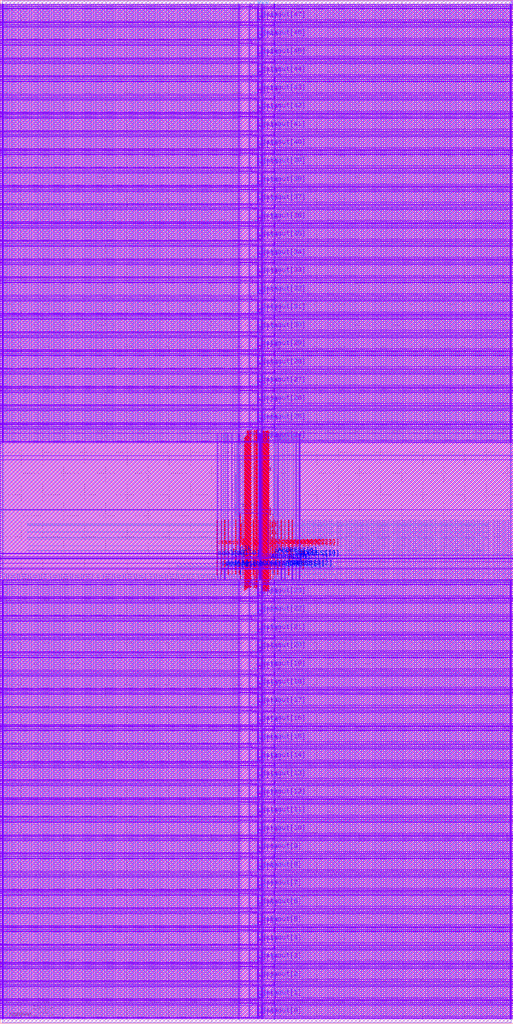
<source format=lef>
VERSION 5.8 ;
BUSBITCHARS "[]" ; 
DIVIDERCHAR "/" ; 


PROPERTYDEFINITIONS 
  MACRO CatenaDesignType STRING ; 
END PROPERTYDEFINITIONS 


MACRO srambank_256x4x48_6t122 
  CLASS BLOCK ; 
  ORIGIN 0 0 ; 
  FOREIGN srambank_256x4x48_6t122 0 0 ; 
  SIZE 121.392 BY 241.92 ; 
  SYMMETRY X Y ; 
  SITE coreSite ; 
  PIN VDD 
    DIRECTION INOUT ; 
    USE POWER ; 
    PORT 
      LAYER M4 ; 
        RECT 0.416 4.688 121.032 4.88 ; 
        RECT 0.416 9.008 121.032 9.2 ; 
        RECT 0.416 13.328 121.032 13.52 ; 
        RECT 0.416 17.648 121.032 17.84 ; 
        RECT 0.416 21.968 121.032 22.16 ; 
        RECT 0.416 26.288 121.032 26.48 ; 
        RECT 0.416 30.608 121.032 30.8 ; 
        RECT 0.416 34.928 121.032 35.12 ; 
        RECT 0.416 39.248 121.032 39.44 ; 
        RECT 0.416 43.568 121.032 43.76 ; 
        RECT 0.416 47.888 121.032 48.08 ; 
        RECT 0.416 52.208 121.032 52.4 ; 
        RECT 0.416 56.528 121.032 56.72 ; 
        RECT 0.416 60.848 121.032 61.04 ; 
        RECT 0.416 65.168 121.032 65.36 ; 
        RECT 0.416 69.488 121.032 69.68 ; 
        RECT 0.416 73.808 121.032 74 ; 
        RECT 0.416 78.128 121.032 78.32 ; 
        RECT 0.416 82.448 121.032 82.64 ; 
        RECT 0.416 86.768 121.032 86.96 ; 
        RECT 0.416 91.088 121.032 91.28 ; 
        RECT 0.416 95.408 121.032 95.6 ; 
        RECT 0.416 99.728 121.032 99.92 ; 
        RECT 0.416 104.048 121.032 104.24 ; 
        RECT 0.416 140.876 121.032 141.068 ; 
        RECT 0.416 145.196 121.032 145.388 ; 
        RECT 0.416 149.516 121.032 149.708 ; 
        RECT 0.416 153.836 121.032 154.028 ; 
        RECT 0.416 158.156 121.032 158.348 ; 
        RECT 0.416 162.476 121.032 162.668 ; 
        RECT 0.416 166.796 121.032 166.988 ; 
        RECT 0.416 171.116 121.032 171.308 ; 
        RECT 0.416 175.436 121.032 175.628 ; 
        RECT 0.416 179.756 121.032 179.948 ; 
        RECT 0.416 184.076 121.032 184.268 ; 
        RECT 0.416 188.396 121.032 188.588 ; 
        RECT 0.416 192.716 121.032 192.908 ; 
        RECT 0.416 197.036 121.032 197.228 ; 
        RECT 0.416 201.356 121.032 201.548 ; 
        RECT 0.416 205.676 121.032 205.868 ; 
        RECT 0.416 209.996 121.032 210.188 ; 
        RECT 0.416 214.316 121.032 214.508 ; 
        RECT 0.416 218.636 121.032 218.828 ; 
        RECT 0.416 222.956 121.032 223.148 ; 
        RECT 0.416 227.276 121.032 227.468 ; 
        RECT 0.416 231.596 121.032 231.788 ; 
        RECT 0.416 235.916 121.032 236.108 ; 
        RECT 0.416 240.236 121.032 240.428 ; 
      LAYER M3 ; 
        RECT 120.872 0.866 120.944 5.506 ; 
        RECT 64.784 0.868 64.856 5.504 ; 
        RECT 59.168 1.012 59.528 5.474 ; 
        RECT 56.576 0.868 56.648 5.504 ; 
        RECT 0.488 0.866 0.56 5.506 ; 
        RECT 120.872 5.186 120.944 9.826 ; 
        RECT 64.784 5.188 64.856 9.824 ; 
        RECT 59.168 5.332 59.528 9.794 ; 
        RECT 56.576 5.188 56.648 9.824 ; 
        RECT 0.488 5.186 0.56 9.826 ; 
        RECT 120.872 9.506 120.944 14.146 ; 
        RECT 64.784 9.508 64.856 14.144 ; 
        RECT 59.168 9.652 59.528 14.114 ; 
        RECT 56.576 9.508 56.648 14.144 ; 
        RECT 0.488 9.506 0.56 14.146 ; 
        RECT 120.872 13.826 120.944 18.466 ; 
        RECT 64.784 13.828 64.856 18.464 ; 
        RECT 59.168 13.972 59.528 18.434 ; 
        RECT 56.576 13.828 56.648 18.464 ; 
        RECT 0.488 13.826 0.56 18.466 ; 
        RECT 120.872 18.146 120.944 22.786 ; 
        RECT 64.784 18.148 64.856 22.784 ; 
        RECT 59.168 18.292 59.528 22.754 ; 
        RECT 56.576 18.148 56.648 22.784 ; 
        RECT 0.488 18.146 0.56 22.786 ; 
        RECT 120.872 22.466 120.944 27.106 ; 
        RECT 64.784 22.468 64.856 27.104 ; 
        RECT 59.168 22.612 59.528 27.074 ; 
        RECT 56.576 22.468 56.648 27.104 ; 
        RECT 0.488 22.466 0.56 27.106 ; 
        RECT 120.872 26.786 120.944 31.426 ; 
        RECT 64.784 26.788 64.856 31.424 ; 
        RECT 59.168 26.932 59.528 31.394 ; 
        RECT 56.576 26.788 56.648 31.424 ; 
        RECT 0.488 26.786 0.56 31.426 ; 
        RECT 120.872 31.106 120.944 35.746 ; 
        RECT 64.784 31.108 64.856 35.744 ; 
        RECT 59.168 31.252 59.528 35.714 ; 
        RECT 56.576 31.108 56.648 35.744 ; 
        RECT 0.488 31.106 0.56 35.746 ; 
        RECT 120.872 35.426 120.944 40.066 ; 
        RECT 64.784 35.428 64.856 40.064 ; 
        RECT 59.168 35.572 59.528 40.034 ; 
        RECT 56.576 35.428 56.648 40.064 ; 
        RECT 0.488 35.426 0.56 40.066 ; 
        RECT 120.872 39.746 120.944 44.386 ; 
        RECT 64.784 39.748 64.856 44.384 ; 
        RECT 59.168 39.892 59.528 44.354 ; 
        RECT 56.576 39.748 56.648 44.384 ; 
        RECT 0.488 39.746 0.56 44.386 ; 
        RECT 120.872 44.066 120.944 48.706 ; 
        RECT 64.784 44.068 64.856 48.704 ; 
        RECT 59.168 44.212 59.528 48.674 ; 
        RECT 56.576 44.068 56.648 48.704 ; 
        RECT 0.488 44.066 0.56 48.706 ; 
        RECT 120.872 48.386 120.944 53.026 ; 
        RECT 64.784 48.388 64.856 53.024 ; 
        RECT 59.168 48.532 59.528 52.994 ; 
        RECT 56.576 48.388 56.648 53.024 ; 
        RECT 0.488 48.386 0.56 53.026 ; 
        RECT 120.872 52.706 120.944 57.346 ; 
        RECT 64.784 52.708 64.856 57.344 ; 
        RECT 59.168 52.852 59.528 57.314 ; 
        RECT 56.576 52.708 56.648 57.344 ; 
        RECT 0.488 52.706 0.56 57.346 ; 
        RECT 120.872 57.026 120.944 61.666 ; 
        RECT 64.784 57.028 64.856 61.664 ; 
        RECT 59.168 57.172 59.528 61.634 ; 
        RECT 56.576 57.028 56.648 61.664 ; 
        RECT 0.488 57.026 0.56 61.666 ; 
        RECT 120.872 61.346 120.944 65.986 ; 
        RECT 64.784 61.348 64.856 65.984 ; 
        RECT 59.168 61.492 59.528 65.954 ; 
        RECT 56.576 61.348 56.648 65.984 ; 
        RECT 0.488 61.346 0.56 65.986 ; 
        RECT 120.872 65.666 120.944 70.306 ; 
        RECT 64.784 65.668 64.856 70.304 ; 
        RECT 59.168 65.812 59.528 70.274 ; 
        RECT 56.576 65.668 56.648 70.304 ; 
        RECT 0.488 65.666 0.56 70.306 ; 
        RECT 120.872 69.986 120.944 74.626 ; 
        RECT 64.784 69.988 64.856 74.624 ; 
        RECT 59.168 70.132 59.528 74.594 ; 
        RECT 56.576 69.988 56.648 74.624 ; 
        RECT 0.488 69.986 0.56 74.626 ; 
        RECT 120.872 74.306 120.944 78.946 ; 
        RECT 64.784 74.308 64.856 78.944 ; 
        RECT 59.168 74.452 59.528 78.914 ; 
        RECT 56.576 74.308 56.648 78.944 ; 
        RECT 0.488 74.306 0.56 78.946 ; 
        RECT 120.872 78.626 120.944 83.266 ; 
        RECT 64.784 78.628 64.856 83.264 ; 
        RECT 59.168 78.772 59.528 83.234 ; 
        RECT 56.576 78.628 56.648 83.264 ; 
        RECT 0.488 78.626 0.56 83.266 ; 
        RECT 120.872 82.946 120.944 87.586 ; 
        RECT 64.784 82.948 64.856 87.584 ; 
        RECT 59.168 83.092 59.528 87.554 ; 
        RECT 56.576 82.948 56.648 87.584 ; 
        RECT 0.488 82.946 0.56 87.586 ; 
        RECT 120.872 87.266 120.944 91.906 ; 
        RECT 64.784 87.268 64.856 91.904 ; 
        RECT 59.168 87.412 59.528 91.874 ; 
        RECT 56.576 87.268 56.648 91.904 ; 
        RECT 0.488 87.266 0.56 91.906 ; 
        RECT 120.872 91.586 120.944 96.226 ; 
        RECT 64.784 91.588 64.856 96.224 ; 
        RECT 59.168 91.732 59.528 96.194 ; 
        RECT 56.576 91.588 56.648 96.224 ; 
        RECT 0.488 91.586 0.56 96.226 ; 
        RECT 120.872 95.906 120.944 100.546 ; 
        RECT 64.784 95.908 64.856 100.544 ; 
        RECT 59.168 96.052 59.528 100.514 ; 
        RECT 56.576 95.908 56.648 100.544 ; 
        RECT 0.488 95.906 0.56 100.546 ; 
        RECT 120.872 100.226 120.944 104.866 ; 
        RECT 64.784 100.228 64.856 104.864 ; 
        RECT 59.168 100.372 59.528 104.834 ; 
        RECT 56.576 100.228 56.648 104.864 ; 
        RECT 0.488 100.226 0.56 104.866 ; 
        RECT 56.196 120.02 56.268 144.274 ; 
        RECT 120.872 137.054 120.944 141.694 ; 
        RECT 64.784 137.056 64.856 141.692 ; 
        RECT 59.168 137.2 59.528 141.662 ; 
        RECT 56.576 137.056 56.648 141.692 ; 
        RECT 0.488 137.054 0.56 141.694 ; 
        RECT 120.872 141.374 120.944 146.014 ; 
        RECT 64.784 141.376 64.856 146.012 ; 
        RECT 59.168 141.52 59.528 145.982 ; 
        RECT 56.576 141.376 56.648 146.012 ; 
        RECT 0.488 141.374 0.56 146.014 ; 
        RECT 120.872 145.694 120.944 150.334 ; 
        RECT 64.784 145.696 64.856 150.332 ; 
        RECT 59.168 145.84 59.528 150.302 ; 
        RECT 56.576 145.696 56.648 150.332 ; 
        RECT 0.488 145.694 0.56 150.334 ; 
        RECT 120.872 150.014 120.944 154.654 ; 
        RECT 64.784 150.016 64.856 154.652 ; 
        RECT 59.168 150.16 59.528 154.622 ; 
        RECT 56.576 150.016 56.648 154.652 ; 
        RECT 0.488 150.014 0.56 154.654 ; 
        RECT 120.872 154.334 120.944 158.974 ; 
        RECT 64.784 154.336 64.856 158.972 ; 
        RECT 59.168 154.48 59.528 158.942 ; 
        RECT 56.576 154.336 56.648 158.972 ; 
        RECT 0.488 154.334 0.56 158.974 ; 
        RECT 120.872 158.654 120.944 163.294 ; 
        RECT 64.784 158.656 64.856 163.292 ; 
        RECT 59.168 158.8 59.528 163.262 ; 
        RECT 56.576 158.656 56.648 163.292 ; 
        RECT 0.488 158.654 0.56 163.294 ; 
        RECT 120.872 162.974 120.944 167.614 ; 
        RECT 64.784 162.976 64.856 167.612 ; 
        RECT 59.168 163.12 59.528 167.582 ; 
        RECT 56.576 162.976 56.648 167.612 ; 
        RECT 0.488 162.974 0.56 167.614 ; 
        RECT 120.872 167.294 120.944 171.934 ; 
        RECT 64.784 167.296 64.856 171.932 ; 
        RECT 59.168 167.44 59.528 171.902 ; 
        RECT 56.576 167.296 56.648 171.932 ; 
        RECT 0.488 167.294 0.56 171.934 ; 
        RECT 120.872 171.614 120.944 176.254 ; 
        RECT 64.784 171.616 64.856 176.252 ; 
        RECT 59.168 171.76 59.528 176.222 ; 
        RECT 56.576 171.616 56.648 176.252 ; 
        RECT 0.488 171.614 0.56 176.254 ; 
        RECT 120.872 175.934 120.944 180.574 ; 
        RECT 64.784 175.936 64.856 180.572 ; 
        RECT 59.168 176.08 59.528 180.542 ; 
        RECT 56.576 175.936 56.648 180.572 ; 
        RECT 0.488 175.934 0.56 180.574 ; 
        RECT 120.872 180.254 120.944 184.894 ; 
        RECT 64.784 180.256 64.856 184.892 ; 
        RECT 59.168 180.4 59.528 184.862 ; 
        RECT 56.576 180.256 56.648 184.892 ; 
        RECT 0.488 180.254 0.56 184.894 ; 
        RECT 120.872 184.574 120.944 189.214 ; 
        RECT 64.784 184.576 64.856 189.212 ; 
        RECT 59.168 184.72 59.528 189.182 ; 
        RECT 56.576 184.576 56.648 189.212 ; 
        RECT 0.488 184.574 0.56 189.214 ; 
        RECT 120.872 188.894 120.944 193.534 ; 
        RECT 64.784 188.896 64.856 193.532 ; 
        RECT 59.168 189.04 59.528 193.502 ; 
        RECT 56.576 188.896 56.648 193.532 ; 
        RECT 0.488 188.894 0.56 193.534 ; 
        RECT 120.872 193.214 120.944 197.854 ; 
        RECT 64.784 193.216 64.856 197.852 ; 
        RECT 59.168 193.36 59.528 197.822 ; 
        RECT 56.576 193.216 56.648 197.852 ; 
        RECT 0.488 193.214 0.56 197.854 ; 
        RECT 120.872 197.534 120.944 202.174 ; 
        RECT 64.784 197.536 64.856 202.172 ; 
        RECT 59.168 197.68 59.528 202.142 ; 
        RECT 56.576 197.536 56.648 202.172 ; 
        RECT 0.488 197.534 0.56 202.174 ; 
        RECT 120.872 201.854 120.944 206.494 ; 
        RECT 64.784 201.856 64.856 206.492 ; 
        RECT 59.168 202 59.528 206.462 ; 
        RECT 56.576 201.856 56.648 206.492 ; 
        RECT 0.488 201.854 0.56 206.494 ; 
        RECT 120.872 206.174 120.944 210.814 ; 
        RECT 64.784 206.176 64.856 210.812 ; 
        RECT 59.168 206.32 59.528 210.782 ; 
        RECT 56.576 206.176 56.648 210.812 ; 
        RECT 0.488 206.174 0.56 210.814 ; 
        RECT 120.872 210.494 120.944 215.134 ; 
        RECT 64.784 210.496 64.856 215.132 ; 
        RECT 59.168 210.64 59.528 215.102 ; 
        RECT 56.576 210.496 56.648 215.132 ; 
        RECT 0.488 210.494 0.56 215.134 ; 
        RECT 120.872 214.814 120.944 219.454 ; 
        RECT 64.784 214.816 64.856 219.452 ; 
        RECT 59.168 214.96 59.528 219.422 ; 
        RECT 56.576 214.816 56.648 219.452 ; 
        RECT 0.488 214.814 0.56 219.454 ; 
        RECT 120.872 219.134 120.944 223.774 ; 
        RECT 64.784 219.136 64.856 223.772 ; 
        RECT 59.168 219.28 59.528 223.742 ; 
        RECT 56.576 219.136 56.648 223.772 ; 
        RECT 0.488 219.134 0.56 223.774 ; 
        RECT 120.872 223.454 120.944 228.094 ; 
        RECT 64.784 223.456 64.856 228.092 ; 
        RECT 59.168 223.6 59.528 228.062 ; 
        RECT 56.576 223.456 56.648 228.092 ; 
        RECT 0.488 223.454 0.56 228.094 ; 
        RECT 120.872 227.774 120.944 232.414 ; 
        RECT 64.784 227.776 64.856 232.412 ; 
        RECT 59.168 227.92 59.528 232.382 ; 
        RECT 56.576 227.776 56.648 232.412 ; 
        RECT 0.488 227.774 0.56 232.414 ; 
        RECT 120.872 232.094 120.944 236.734 ; 
        RECT 64.784 232.096 64.856 236.732 ; 
        RECT 59.168 232.24 59.528 236.702 ; 
        RECT 56.576 232.096 56.648 236.732 ; 
        RECT 0.488 232.094 0.56 236.734 ; 
        RECT 120.872 236.414 120.944 241.054 ; 
        RECT 64.784 236.416 64.856 241.052 ; 
        RECT 59.168 236.56 59.528 241.022 ; 
        RECT 56.576 236.416 56.648 241.052 ; 
        RECT 0.488 236.414 0.56 241.054 ; 
      LAYER V3 ; 
        RECT 0.488 4.688 0.56 4.88 ; 
        RECT 56.576 4.688 56.648 4.88 ; 
        RECT 59.168 4.688 59.528 4.88 ; 
        RECT 64.784 4.688 64.856 4.88 ; 
        RECT 120.872 4.688 120.944 4.88 ; 
        RECT 0.488 9.008 0.56 9.2 ; 
        RECT 56.576 9.008 56.648 9.2 ; 
        RECT 59.168 9.008 59.528 9.2 ; 
        RECT 64.784 9.008 64.856 9.2 ; 
        RECT 120.872 9.008 120.944 9.2 ; 
        RECT 0.488 13.328 0.56 13.52 ; 
        RECT 56.576 13.328 56.648 13.52 ; 
        RECT 59.168 13.328 59.528 13.52 ; 
        RECT 64.784 13.328 64.856 13.52 ; 
        RECT 120.872 13.328 120.944 13.52 ; 
        RECT 0.488 17.648 0.56 17.84 ; 
        RECT 56.576 17.648 56.648 17.84 ; 
        RECT 59.168 17.648 59.528 17.84 ; 
        RECT 64.784 17.648 64.856 17.84 ; 
        RECT 120.872 17.648 120.944 17.84 ; 
        RECT 0.488 21.968 0.56 22.16 ; 
        RECT 56.576 21.968 56.648 22.16 ; 
        RECT 59.168 21.968 59.528 22.16 ; 
        RECT 64.784 21.968 64.856 22.16 ; 
        RECT 120.872 21.968 120.944 22.16 ; 
        RECT 0.488 26.288 0.56 26.48 ; 
        RECT 56.576 26.288 56.648 26.48 ; 
        RECT 59.168 26.288 59.528 26.48 ; 
        RECT 64.784 26.288 64.856 26.48 ; 
        RECT 120.872 26.288 120.944 26.48 ; 
        RECT 0.488 30.608 0.56 30.8 ; 
        RECT 56.576 30.608 56.648 30.8 ; 
        RECT 59.168 30.608 59.528 30.8 ; 
        RECT 64.784 30.608 64.856 30.8 ; 
        RECT 120.872 30.608 120.944 30.8 ; 
        RECT 0.488 34.928 0.56 35.12 ; 
        RECT 56.576 34.928 56.648 35.12 ; 
        RECT 59.168 34.928 59.528 35.12 ; 
        RECT 64.784 34.928 64.856 35.12 ; 
        RECT 120.872 34.928 120.944 35.12 ; 
        RECT 0.488 39.248 0.56 39.44 ; 
        RECT 56.576 39.248 56.648 39.44 ; 
        RECT 59.168 39.248 59.528 39.44 ; 
        RECT 64.784 39.248 64.856 39.44 ; 
        RECT 120.872 39.248 120.944 39.44 ; 
        RECT 0.488 43.568 0.56 43.76 ; 
        RECT 56.576 43.568 56.648 43.76 ; 
        RECT 59.168 43.568 59.528 43.76 ; 
        RECT 64.784 43.568 64.856 43.76 ; 
        RECT 120.872 43.568 120.944 43.76 ; 
        RECT 0.488 47.888 0.56 48.08 ; 
        RECT 56.576 47.888 56.648 48.08 ; 
        RECT 59.168 47.888 59.528 48.08 ; 
        RECT 64.784 47.888 64.856 48.08 ; 
        RECT 120.872 47.888 120.944 48.08 ; 
        RECT 0.488 52.208 0.56 52.4 ; 
        RECT 56.576 52.208 56.648 52.4 ; 
        RECT 59.168 52.208 59.528 52.4 ; 
        RECT 64.784 52.208 64.856 52.4 ; 
        RECT 120.872 52.208 120.944 52.4 ; 
        RECT 0.488 56.528 0.56 56.72 ; 
        RECT 56.576 56.528 56.648 56.72 ; 
        RECT 59.168 56.528 59.528 56.72 ; 
        RECT 64.784 56.528 64.856 56.72 ; 
        RECT 120.872 56.528 120.944 56.72 ; 
        RECT 0.488 60.848 0.56 61.04 ; 
        RECT 56.576 60.848 56.648 61.04 ; 
        RECT 59.168 60.848 59.528 61.04 ; 
        RECT 64.784 60.848 64.856 61.04 ; 
        RECT 120.872 60.848 120.944 61.04 ; 
        RECT 0.488 65.168 0.56 65.36 ; 
        RECT 56.576 65.168 56.648 65.36 ; 
        RECT 59.168 65.168 59.528 65.36 ; 
        RECT 64.784 65.168 64.856 65.36 ; 
        RECT 120.872 65.168 120.944 65.36 ; 
        RECT 0.488 69.488 0.56 69.68 ; 
        RECT 56.576 69.488 56.648 69.68 ; 
        RECT 59.168 69.488 59.528 69.68 ; 
        RECT 64.784 69.488 64.856 69.68 ; 
        RECT 120.872 69.488 120.944 69.68 ; 
        RECT 0.488 73.808 0.56 74 ; 
        RECT 56.576 73.808 56.648 74 ; 
        RECT 59.168 73.808 59.528 74 ; 
        RECT 64.784 73.808 64.856 74 ; 
        RECT 120.872 73.808 120.944 74 ; 
        RECT 0.488 78.128 0.56 78.32 ; 
        RECT 56.576 78.128 56.648 78.32 ; 
        RECT 59.168 78.128 59.528 78.32 ; 
        RECT 64.784 78.128 64.856 78.32 ; 
        RECT 120.872 78.128 120.944 78.32 ; 
        RECT 0.488 82.448 0.56 82.64 ; 
        RECT 56.576 82.448 56.648 82.64 ; 
        RECT 59.168 82.448 59.528 82.64 ; 
        RECT 64.784 82.448 64.856 82.64 ; 
        RECT 120.872 82.448 120.944 82.64 ; 
        RECT 0.488 86.768 0.56 86.96 ; 
        RECT 56.576 86.768 56.648 86.96 ; 
        RECT 59.168 86.768 59.528 86.96 ; 
        RECT 64.784 86.768 64.856 86.96 ; 
        RECT 120.872 86.768 120.944 86.96 ; 
        RECT 0.488 91.088 0.56 91.28 ; 
        RECT 56.576 91.088 56.648 91.28 ; 
        RECT 59.168 91.088 59.528 91.28 ; 
        RECT 64.784 91.088 64.856 91.28 ; 
        RECT 120.872 91.088 120.944 91.28 ; 
        RECT 0.488 95.408 0.56 95.6 ; 
        RECT 56.576 95.408 56.648 95.6 ; 
        RECT 59.168 95.408 59.528 95.6 ; 
        RECT 64.784 95.408 64.856 95.6 ; 
        RECT 120.872 95.408 120.944 95.6 ; 
        RECT 0.488 99.728 0.56 99.92 ; 
        RECT 56.576 99.728 56.648 99.92 ; 
        RECT 59.168 99.728 59.528 99.92 ; 
        RECT 64.784 99.728 64.856 99.92 ; 
        RECT 120.872 99.728 120.944 99.92 ; 
        RECT 0.488 104.048 0.56 104.24 ; 
        RECT 56.576 104.048 56.648 104.24 ; 
        RECT 59.168 104.048 59.528 104.24 ; 
        RECT 64.784 104.048 64.856 104.24 ; 
        RECT 120.872 104.048 120.944 104.24 ; 
        RECT 0.488 140.876 0.56 141.068 ; 
        RECT 56.576 140.876 56.648 141.068 ; 
        RECT 59.168 140.876 59.528 141.068 ; 
        RECT 64.784 140.876 64.856 141.068 ; 
        RECT 120.872 140.876 120.944 141.068 ; 
        RECT 0.488 145.196 0.56 145.388 ; 
        RECT 56.576 145.196 56.648 145.388 ; 
        RECT 59.168 145.196 59.528 145.388 ; 
        RECT 64.784 145.196 64.856 145.388 ; 
        RECT 120.872 145.196 120.944 145.388 ; 
        RECT 0.488 149.516 0.56 149.708 ; 
        RECT 56.576 149.516 56.648 149.708 ; 
        RECT 59.168 149.516 59.528 149.708 ; 
        RECT 64.784 149.516 64.856 149.708 ; 
        RECT 120.872 149.516 120.944 149.708 ; 
        RECT 0.488 153.836 0.56 154.028 ; 
        RECT 56.576 153.836 56.648 154.028 ; 
        RECT 59.168 153.836 59.528 154.028 ; 
        RECT 64.784 153.836 64.856 154.028 ; 
        RECT 120.872 153.836 120.944 154.028 ; 
        RECT 0.488 158.156 0.56 158.348 ; 
        RECT 56.576 158.156 56.648 158.348 ; 
        RECT 59.168 158.156 59.528 158.348 ; 
        RECT 64.784 158.156 64.856 158.348 ; 
        RECT 120.872 158.156 120.944 158.348 ; 
        RECT 0.488 162.476 0.56 162.668 ; 
        RECT 56.576 162.476 56.648 162.668 ; 
        RECT 59.168 162.476 59.528 162.668 ; 
        RECT 64.784 162.476 64.856 162.668 ; 
        RECT 120.872 162.476 120.944 162.668 ; 
        RECT 0.488 166.796 0.56 166.988 ; 
        RECT 56.576 166.796 56.648 166.988 ; 
        RECT 59.168 166.796 59.528 166.988 ; 
        RECT 64.784 166.796 64.856 166.988 ; 
        RECT 120.872 166.796 120.944 166.988 ; 
        RECT 0.488 171.116 0.56 171.308 ; 
        RECT 56.576 171.116 56.648 171.308 ; 
        RECT 59.168 171.116 59.528 171.308 ; 
        RECT 64.784 171.116 64.856 171.308 ; 
        RECT 120.872 171.116 120.944 171.308 ; 
        RECT 0.488 175.436 0.56 175.628 ; 
        RECT 56.576 175.436 56.648 175.628 ; 
        RECT 59.168 175.436 59.528 175.628 ; 
        RECT 64.784 175.436 64.856 175.628 ; 
        RECT 120.872 175.436 120.944 175.628 ; 
        RECT 0.488 179.756 0.56 179.948 ; 
        RECT 56.576 179.756 56.648 179.948 ; 
        RECT 59.168 179.756 59.528 179.948 ; 
        RECT 64.784 179.756 64.856 179.948 ; 
        RECT 120.872 179.756 120.944 179.948 ; 
        RECT 0.488 184.076 0.56 184.268 ; 
        RECT 56.576 184.076 56.648 184.268 ; 
        RECT 59.168 184.076 59.528 184.268 ; 
        RECT 64.784 184.076 64.856 184.268 ; 
        RECT 120.872 184.076 120.944 184.268 ; 
        RECT 0.488 188.396 0.56 188.588 ; 
        RECT 56.576 188.396 56.648 188.588 ; 
        RECT 59.168 188.396 59.528 188.588 ; 
        RECT 64.784 188.396 64.856 188.588 ; 
        RECT 120.872 188.396 120.944 188.588 ; 
        RECT 0.488 192.716 0.56 192.908 ; 
        RECT 56.576 192.716 56.648 192.908 ; 
        RECT 59.168 192.716 59.528 192.908 ; 
        RECT 64.784 192.716 64.856 192.908 ; 
        RECT 120.872 192.716 120.944 192.908 ; 
        RECT 0.488 197.036 0.56 197.228 ; 
        RECT 56.576 197.036 56.648 197.228 ; 
        RECT 59.168 197.036 59.528 197.228 ; 
        RECT 64.784 197.036 64.856 197.228 ; 
        RECT 120.872 197.036 120.944 197.228 ; 
        RECT 0.488 201.356 0.56 201.548 ; 
        RECT 56.576 201.356 56.648 201.548 ; 
        RECT 59.168 201.356 59.528 201.548 ; 
        RECT 64.784 201.356 64.856 201.548 ; 
        RECT 120.872 201.356 120.944 201.548 ; 
        RECT 0.488 205.676 0.56 205.868 ; 
        RECT 56.576 205.676 56.648 205.868 ; 
        RECT 59.168 205.676 59.528 205.868 ; 
        RECT 64.784 205.676 64.856 205.868 ; 
        RECT 120.872 205.676 120.944 205.868 ; 
        RECT 0.488 209.996 0.56 210.188 ; 
        RECT 56.576 209.996 56.648 210.188 ; 
        RECT 59.168 209.996 59.528 210.188 ; 
        RECT 64.784 209.996 64.856 210.188 ; 
        RECT 120.872 209.996 120.944 210.188 ; 
        RECT 0.488 214.316 0.56 214.508 ; 
        RECT 56.576 214.316 56.648 214.508 ; 
        RECT 59.168 214.316 59.528 214.508 ; 
        RECT 64.784 214.316 64.856 214.508 ; 
        RECT 120.872 214.316 120.944 214.508 ; 
        RECT 0.488 218.636 0.56 218.828 ; 
        RECT 56.576 218.636 56.648 218.828 ; 
        RECT 59.168 218.636 59.528 218.828 ; 
        RECT 64.784 218.636 64.856 218.828 ; 
        RECT 120.872 218.636 120.944 218.828 ; 
        RECT 0.488 222.956 0.56 223.148 ; 
        RECT 56.576 222.956 56.648 223.148 ; 
        RECT 59.168 222.956 59.528 223.148 ; 
        RECT 64.784 222.956 64.856 223.148 ; 
        RECT 120.872 222.956 120.944 223.148 ; 
        RECT 0.488 227.276 0.56 227.468 ; 
        RECT 56.576 227.276 56.648 227.468 ; 
        RECT 59.168 227.276 59.528 227.468 ; 
        RECT 64.784 227.276 64.856 227.468 ; 
        RECT 120.872 227.276 120.944 227.468 ; 
        RECT 0.488 231.596 0.56 231.788 ; 
        RECT 56.576 231.596 56.648 231.788 ; 
        RECT 59.168 231.596 59.528 231.788 ; 
        RECT 64.784 231.596 64.856 231.788 ; 
        RECT 120.872 231.596 120.944 231.788 ; 
        RECT 0.488 235.916 0.56 236.108 ; 
        RECT 56.576 235.916 56.648 236.108 ; 
        RECT 59.168 235.916 59.528 236.108 ; 
        RECT 64.784 235.916 64.856 236.108 ; 
        RECT 120.872 235.916 120.944 236.108 ; 
        RECT 0.488 240.236 0.56 240.428 ; 
        RECT 56.576 240.236 56.648 240.428 ; 
        RECT 59.168 240.236 59.528 240.428 ; 
        RECT 64.784 240.236 64.856 240.428 ; 
        RECT 120.872 240.236 120.944 240.428 ; 
    END 
  END VDD 
  PIN VSS 
    DIRECTION INOUT ; 
    USE POWER ; 
    PORT 
      LAYER M4 ; 
        RECT 0.416 4.304 121.032 4.496 ; 
        RECT 0.416 8.624 121.032 8.816 ; 
        RECT 0.416 12.944 121.032 13.136 ; 
        RECT 0.416 17.264 121.032 17.456 ; 
        RECT 0.416 21.584 121.032 21.776 ; 
        RECT 0.416 25.904 121.032 26.096 ; 
        RECT 0.416 30.224 121.032 30.416 ; 
        RECT 0.416 34.544 121.032 34.736 ; 
        RECT 0.416 38.864 121.032 39.056 ; 
        RECT 0.416 43.184 121.032 43.376 ; 
        RECT 0.416 47.504 121.032 47.696 ; 
        RECT 0.416 51.824 121.032 52.016 ; 
        RECT 0.416 56.144 121.032 56.336 ; 
        RECT 0.416 60.464 121.032 60.656 ; 
        RECT 0.416 64.784 121.032 64.976 ; 
        RECT 0.416 69.104 121.032 69.296 ; 
        RECT 0.416 73.424 121.032 73.616 ; 
        RECT 0.416 77.744 121.032 77.936 ; 
        RECT 0.416 82.064 121.032 82.256 ; 
        RECT 0.416 86.384 121.032 86.576 ; 
        RECT 0.416 90.704 121.032 90.896 ; 
        RECT 0.416 95.024 121.032 95.216 ; 
        RECT 0.416 99.344 121.032 99.536 ; 
        RECT 0.416 103.664 121.032 103.856 ; 
        RECT 41.904 107.926 79.488 108.79 ; 
        RECT 57.24 120.598 64.152 121.462 ; 
        RECT 57.24 133.27 64.152 134.134 ; 
        RECT 0.416 140.492 121.032 140.684 ; 
        RECT 0.416 144.812 121.032 145.004 ; 
        RECT 0.416 149.132 121.032 149.324 ; 
        RECT 0.416 153.452 121.032 153.644 ; 
        RECT 0.416 157.772 121.032 157.964 ; 
        RECT 0.416 162.092 121.032 162.284 ; 
        RECT 0.416 166.412 121.032 166.604 ; 
        RECT 0.416 170.732 121.032 170.924 ; 
        RECT 0.416 175.052 121.032 175.244 ; 
        RECT 0.416 179.372 121.032 179.564 ; 
        RECT 0.416 183.692 121.032 183.884 ; 
        RECT 0.416 188.012 121.032 188.204 ; 
        RECT 0.416 192.332 121.032 192.524 ; 
        RECT 0.416 196.652 121.032 196.844 ; 
        RECT 0.416 200.972 121.032 201.164 ; 
        RECT 0.416 205.292 121.032 205.484 ; 
        RECT 0.416 209.612 121.032 209.804 ; 
        RECT 0.416 213.932 121.032 214.124 ; 
        RECT 0.416 218.252 121.032 218.444 ; 
        RECT 0.416 222.572 121.032 222.764 ; 
        RECT 0.416 226.892 121.032 227.084 ; 
        RECT 0.416 231.212 121.032 231.404 ; 
        RECT 0.416 235.532 121.032 235.724 ; 
        RECT 0.416 239.852 121.032 240.044 ; 
      LAYER M3 ; 
        RECT 120.728 0.866 120.8 5.506 ; 
        RECT 65 0.866 65.072 5.506 ; 
        RECT 61.94 1.012 62.084 5.47 ; 
        RECT 61.04 1.012 61.148 5.47 ; 
        RECT 56.36 0.866 56.432 5.506 ; 
        RECT 0.632 0.866 0.704 5.506 ; 
        RECT 120.728 5.186 120.8 9.826 ; 
        RECT 65 5.186 65.072 9.826 ; 
        RECT 61.94 5.332 62.084 9.79 ; 
        RECT 61.04 5.332 61.148 9.79 ; 
        RECT 56.36 5.186 56.432 9.826 ; 
        RECT 0.632 5.186 0.704 9.826 ; 
        RECT 120.728 9.506 120.8 14.146 ; 
        RECT 65 9.506 65.072 14.146 ; 
        RECT 61.94 9.652 62.084 14.11 ; 
        RECT 61.04 9.652 61.148 14.11 ; 
        RECT 56.36 9.506 56.432 14.146 ; 
        RECT 0.632 9.506 0.704 14.146 ; 
        RECT 120.728 13.826 120.8 18.466 ; 
        RECT 65 13.826 65.072 18.466 ; 
        RECT 61.94 13.972 62.084 18.43 ; 
        RECT 61.04 13.972 61.148 18.43 ; 
        RECT 56.36 13.826 56.432 18.466 ; 
        RECT 0.632 13.826 0.704 18.466 ; 
        RECT 120.728 18.146 120.8 22.786 ; 
        RECT 65 18.146 65.072 22.786 ; 
        RECT 61.94 18.292 62.084 22.75 ; 
        RECT 61.04 18.292 61.148 22.75 ; 
        RECT 56.36 18.146 56.432 22.786 ; 
        RECT 0.632 18.146 0.704 22.786 ; 
        RECT 120.728 22.466 120.8 27.106 ; 
        RECT 65 22.466 65.072 27.106 ; 
        RECT 61.94 22.612 62.084 27.07 ; 
        RECT 61.04 22.612 61.148 27.07 ; 
        RECT 56.36 22.466 56.432 27.106 ; 
        RECT 0.632 22.466 0.704 27.106 ; 
        RECT 120.728 26.786 120.8 31.426 ; 
        RECT 65 26.786 65.072 31.426 ; 
        RECT 61.94 26.932 62.084 31.39 ; 
        RECT 61.04 26.932 61.148 31.39 ; 
        RECT 56.36 26.786 56.432 31.426 ; 
        RECT 0.632 26.786 0.704 31.426 ; 
        RECT 120.728 31.106 120.8 35.746 ; 
        RECT 65 31.106 65.072 35.746 ; 
        RECT 61.94 31.252 62.084 35.71 ; 
        RECT 61.04 31.252 61.148 35.71 ; 
        RECT 56.36 31.106 56.432 35.746 ; 
        RECT 0.632 31.106 0.704 35.746 ; 
        RECT 120.728 35.426 120.8 40.066 ; 
        RECT 65 35.426 65.072 40.066 ; 
        RECT 61.94 35.572 62.084 40.03 ; 
        RECT 61.04 35.572 61.148 40.03 ; 
        RECT 56.36 35.426 56.432 40.066 ; 
        RECT 0.632 35.426 0.704 40.066 ; 
        RECT 120.728 39.746 120.8 44.386 ; 
        RECT 65 39.746 65.072 44.386 ; 
        RECT 61.94 39.892 62.084 44.35 ; 
        RECT 61.04 39.892 61.148 44.35 ; 
        RECT 56.36 39.746 56.432 44.386 ; 
        RECT 0.632 39.746 0.704 44.386 ; 
        RECT 120.728 44.066 120.8 48.706 ; 
        RECT 65 44.066 65.072 48.706 ; 
        RECT 61.94 44.212 62.084 48.67 ; 
        RECT 61.04 44.212 61.148 48.67 ; 
        RECT 56.36 44.066 56.432 48.706 ; 
        RECT 0.632 44.066 0.704 48.706 ; 
        RECT 120.728 48.386 120.8 53.026 ; 
        RECT 65 48.386 65.072 53.026 ; 
        RECT 61.94 48.532 62.084 52.99 ; 
        RECT 61.04 48.532 61.148 52.99 ; 
        RECT 56.36 48.386 56.432 53.026 ; 
        RECT 0.632 48.386 0.704 53.026 ; 
        RECT 120.728 52.706 120.8 57.346 ; 
        RECT 65 52.706 65.072 57.346 ; 
        RECT 61.94 52.852 62.084 57.31 ; 
        RECT 61.04 52.852 61.148 57.31 ; 
        RECT 56.36 52.706 56.432 57.346 ; 
        RECT 0.632 52.706 0.704 57.346 ; 
        RECT 120.728 57.026 120.8 61.666 ; 
        RECT 65 57.026 65.072 61.666 ; 
        RECT 61.94 57.172 62.084 61.63 ; 
        RECT 61.04 57.172 61.148 61.63 ; 
        RECT 56.36 57.026 56.432 61.666 ; 
        RECT 0.632 57.026 0.704 61.666 ; 
        RECT 120.728 61.346 120.8 65.986 ; 
        RECT 65 61.346 65.072 65.986 ; 
        RECT 61.94 61.492 62.084 65.95 ; 
        RECT 61.04 61.492 61.148 65.95 ; 
        RECT 56.36 61.346 56.432 65.986 ; 
        RECT 0.632 61.346 0.704 65.986 ; 
        RECT 120.728 65.666 120.8 70.306 ; 
        RECT 65 65.666 65.072 70.306 ; 
        RECT 61.94 65.812 62.084 70.27 ; 
        RECT 61.04 65.812 61.148 70.27 ; 
        RECT 56.36 65.666 56.432 70.306 ; 
        RECT 0.632 65.666 0.704 70.306 ; 
        RECT 120.728 69.986 120.8 74.626 ; 
        RECT 65 69.986 65.072 74.626 ; 
        RECT 61.94 70.132 62.084 74.59 ; 
        RECT 61.04 70.132 61.148 74.59 ; 
        RECT 56.36 69.986 56.432 74.626 ; 
        RECT 0.632 69.986 0.704 74.626 ; 
        RECT 120.728 74.306 120.8 78.946 ; 
        RECT 65 74.306 65.072 78.946 ; 
        RECT 61.94 74.452 62.084 78.91 ; 
        RECT 61.04 74.452 61.148 78.91 ; 
        RECT 56.36 74.306 56.432 78.946 ; 
        RECT 0.632 74.306 0.704 78.946 ; 
        RECT 120.728 78.626 120.8 83.266 ; 
        RECT 65 78.626 65.072 83.266 ; 
        RECT 61.94 78.772 62.084 83.23 ; 
        RECT 61.04 78.772 61.148 83.23 ; 
        RECT 56.36 78.626 56.432 83.266 ; 
        RECT 0.632 78.626 0.704 83.266 ; 
        RECT 120.728 82.946 120.8 87.586 ; 
        RECT 65 82.946 65.072 87.586 ; 
        RECT 61.94 83.092 62.084 87.55 ; 
        RECT 61.04 83.092 61.148 87.55 ; 
        RECT 56.36 82.946 56.432 87.586 ; 
        RECT 0.632 82.946 0.704 87.586 ; 
        RECT 120.728 87.266 120.8 91.906 ; 
        RECT 65 87.266 65.072 91.906 ; 
        RECT 61.94 87.412 62.084 91.87 ; 
        RECT 61.04 87.412 61.148 91.87 ; 
        RECT 56.36 87.266 56.432 91.906 ; 
        RECT 0.632 87.266 0.704 91.906 ; 
        RECT 120.728 91.586 120.8 96.226 ; 
        RECT 65 91.586 65.072 96.226 ; 
        RECT 61.94 91.732 62.084 96.19 ; 
        RECT 61.04 91.732 61.148 96.19 ; 
        RECT 56.36 91.586 56.432 96.226 ; 
        RECT 0.632 91.586 0.704 96.226 ; 
        RECT 120.728 95.906 120.8 100.546 ; 
        RECT 65 95.906 65.072 100.546 ; 
        RECT 61.94 96.052 62.084 100.51 ; 
        RECT 61.04 96.052 61.148 100.51 ; 
        RECT 56.36 95.906 56.432 100.546 ; 
        RECT 0.632 95.906 0.704 100.546 ; 
        RECT 120.728 100.226 120.8 104.866 ; 
        RECT 65 100.226 65.072 104.866 ; 
        RECT 61.94 100.372 62.084 104.83 ; 
        RECT 61.04 100.372 61.148 104.83 ; 
        RECT 56.36 100.226 56.432 104.866 ; 
        RECT 0.632 100.226 0.704 104.866 ; 
        RECT 64.98 104.748 65.052 137.576 ; 
        RECT 61.164 105.642 62.1 136.374 ; 
        RECT 56.34 104.748 56.412 144.274 ; 
        RECT 120.728 137.054 120.8 141.694 ; 
        RECT 65 137.054 65.072 141.694 ; 
        RECT 61.94 137.2 62.084 141.658 ; 
        RECT 61.04 137.2 61.148 141.658 ; 
        RECT 56.36 137.054 56.432 141.694 ; 
        RECT 0.632 137.054 0.704 141.694 ; 
        RECT 120.728 141.374 120.8 146.014 ; 
        RECT 65 141.374 65.072 146.014 ; 
        RECT 61.94 141.52 62.084 145.978 ; 
        RECT 61.04 141.52 61.148 145.978 ; 
        RECT 56.36 141.374 56.432 146.014 ; 
        RECT 0.632 141.374 0.704 146.014 ; 
        RECT 120.728 145.694 120.8 150.334 ; 
        RECT 65 145.694 65.072 150.334 ; 
        RECT 61.94 145.84 62.084 150.298 ; 
        RECT 61.04 145.84 61.148 150.298 ; 
        RECT 56.36 145.694 56.432 150.334 ; 
        RECT 0.632 145.694 0.704 150.334 ; 
        RECT 120.728 150.014 120.8 154.654 ; 
        RECT 65 150.014 65.072 154.654 ; 
        RECT 61.94 150.16 62.084 154.618 ; 
        RECT 61.04 150.16 61.148 154.618 ; 
        RECT 56.36 150.014 56.432 154.654 ; 
        RECT 0.632 150.014 0.704 154.654 ; 
        RECT 120.728 154.334 120.8 158.974 ; 
        RECT 65 154.334 65.072 158.974 ; 
        RECT 61.94 154.48 62.084 158.938 ; 
        RECT 61.04 154.48 61.148 158.938 ; 
        RECT 56.36 154.334 56.432 158.974 ; 
        RECT 0.632 154.334 0.704 158.974 ; 
        RECT 120.728 158.654 120.8 163.294 ; 
        RECT 65 158.654 65.072 163.294 ; 
        RECT 61.94 158.8 62.084 163.258 ; 
        RECT 61.04 158.8 61.148 163.258 ; 
        RECT 56.36 158.654 56.432 163.294 ; 
        RECT 0.632 158.654 0.704 163.294 ; 
        RECT 120.728 162.974 120.8 167.614 ; 
        RECT 65 162.974 65.072 167.614 ; 
        RECT 61.94 163.12 62.084 167.578 ; 
        RECT 61.04 163.12 61.148 167.578 ; 
        RECT 56.36 162.974 56.432 167.614 ; 
        RECT 0.632 162.974 0.704 167.614 ; 
        RECT 120.728 167.294 120.8 171.934 ; 
        RECT 65 167.294 65.072 171.934 ; 
        RECT 61.94 167.44 62.084 171.898 ; 
        RECT 61.04 167.44 61.148 171.898 ; 
        RECT 56.36 167.294 56.432 171.934 ; 
        RECT 0.632 167.294 0.704 171.934 ; 
        RECT 120.728 171.614 120.8 176.254 ; 
        RECT 65 171.614 65.072 176.254 ; 
        RECT 61.94 171.76 62.084 176.218 ; 
        RECT 61.04 171.76 61.148 176.218 ; 
        RECT 56.36 171.614 56.432 176.254 ; 
        RECT 0.632 171.614 0.704 176.254 ; 
        RECT 120.728 175.934 120.8 180.574 ; 
        RECT 65 175.934 65.072 180.574 ; 
        RECT 61.94 176.08 62.084 180.538 ; 
        RECT 61.04 176.08 61.148 180.538 ; 
        RECT 56.36 175.934 56.432 180.574 ; 
        RECT 0.632 175.934 0.704 180.574 ; 
        RECT 120.728 180.254 120.8 184.894 ; 
        RECT 65 180.254 65.072 184.894 ; 
        RECT 61.94 180.4 62.084 184.858 ; 
        RECT 61.04 180.4 61.148 184.858 ; 
        RECT 56.36 180.254 56.432 184.894 ; 
        RECT 0.632 180.254 0.704 184.894 ; 
        RECT 120.728 184.574 120.8 189.214 ; 
        RECT 65 184.574 65.072 189.214 ; 
        RECT 61.94 184.72 62.084 189.178 ; 
        RECT 61.04 184.72 61.148 189.178 ; 
        RECT 56.36 184.574 56.432 189.214 ; 
        RECT 0.632 184.574 0.704 189.214 ; 
        RECT 120.728 188.894 120.8 193.534 ; 
        RECT 65 188.894 65.072 193.534 ; 
        RECT 61.94 189.04 62.084 193.498 ; 
        RECT 61.04 189.04 61.148 193.498 ; 
        RECT 56.36 188.894 56.432 193.534 ; 
        RECT 0.632 188.894 0.704 193.534 ; 
        RECT 120.728 193.214 120.8 197.854 ; 
        RECT 65 193.214 65.072 197.854 ; 
        RECT 61.94 193.36 62.084 197.818 ; 
        RECT 61.04 193.36 61.148 197.818 ; 
        RECT 56.36 193.214 56.432 197.854 ; 
        RECT 0.632 193.214 0.704 197.854 ; 
        RECT 120.728 197.534 120.8 202.174 ; 
        RECT 65 197.534 65.072 202.174 ; 
        RECT 61.94 197.68 62.084 202.138 ; 
        RECT 61.04 197.68 61.148 202.138 ; 
        RECT 56.36 197.534 56.432 202.174 ; 
        RECT 0.632 197.534 0.704 202.174 ; 
        RECT 120.728 201.854 120.8 206.494 ; 
        RECT 65 201.854 65.072 206.494 ; 
        RECT 61.94 202 62.084 206.458 ; 
        RECT 61.04 202 61.148 206.458 ; 
        RECT 56.36 201.854 56.432 206.494 ; 
        RECT 0.632 201.854 0.704 206.494 ; 
        RECT 120.728 206.174 120.8 210.814 ; 
        RECT 65 206.174 65.072 210.814 ; 
        RECT 61.94 206.32 62.084 210.778 ; 
        RECT 61.04 206.32 61.148 210.778 ; 
        RECT 56.36 206.174 56.432 210.814 ; 
        RECT 0.632 206.174 0.704 210.814 ; 
        RECT 120.728 210.494 120.8 215.134 ; 
        RECT 65 210.494 65.072 215.134 ; 
        RECT 61.94 210.64 62.084 215.098 ; 
        RECT 61.04 210.64 61.148 215.098 ; 
        RECT 56.36 210.494 56.432 215.134 ; 
        RECT 0.632 210.494 0.704 215.134 ; 
        RECT 120.728 214.814 120.8 219.454 ; 
        RECT 65 214.814 65.072 219.454 ; 
        RECT 61.94 214.96 62.084 219.418 ; 
        RECT 61.04 214.96 61.148 219.418 ; 
        RECT 56.36 214.814 56.432 219.454 ; 
        RECT 0.632 214.814 0.704 219.454 ; 
        RECT 120.728 219.134 120.8 223.774 ; 
        RECT 65 219.134 65.072 223.774 ; 
        RECT 61.94 219.28 62.084 223.738 ; 
        RECT 61.04 219.28 61.148 223.738 ; 
        RECT 56.36 219.134 56.432 223.774 ; 
        RECT 0.632 219.134 0.704 223.774 ; 
        RECT 120.728 223.454 120.8 228.094 ; 
        RECT 65 223.454 65.072 228.094 ; 
        RECT 61.94 223.6 62.084 228.058 ; 
        RECT 61.04 223.6 61.148 228.058 ; 
        RECT 56.36 223.454 56.432 228.094 ; 
        RECT 0.632 223.454 0.704 228.094 ; 
        RECT 120.728 227.774 120.8 232.414 ; 
        RECT 65 227.774 65.072 232.414 ; 
        RECT 61.94 227.92 62.084 232.378 ; 
        RECT 61.04 227.92 61.148 232.378 ; 
        RECT 56.36 227.774 56.432 232.414 ; 
        RECT 0.632 227.774 0.704 232.414 ; 
        RECT 120.728 232.094 120.8 236.734 ; 
        RECT 65 232.094 65.072 236.734 ; 
        RECT 61.94 232.24 62.084 236.698 ; 
        RECT 61.04 232.24 61.148 236.698 ; 
        RECT 56.36 232.094 56.432 236.734 ; 
        RECT 0.632 232.094 0.704 236.734 ; 
        RECT 120.728 236.414 120.8 241.054 ; 
        RECT 65 236.414 65.072 241.054 ; 
        RECT 61.94 236.56 62.084 241.018 ; 
        RECT 61.04 236.56 61.148 241.018 ; 
        RECT 56.36 236.414 56.432 241.054 ; 
        RECT 0.632 236.414 0.704 241.054 ; 
      LAYER V3 ; 
        RECT 0.632 4.304 0.704 4.496 ; 
        RECT 56.36 4.304 56.432 4.496 ; 
        RECT 61.04 4.304 61.148 4.496 ; 
        RECT 61.94 4.304 62.084 4.496 ; 
        RECT 65 4.304 65.072 4.496 ; 
        RECT 120.728 4.304 120.8 4.496 ; 
        RECT 0.632 8.624 0.704 8.816 ; 
        RECT 56.36 8.624 56.432 8.816 ; 
        RECT 61.04 8.624 61.148 8.816 ; 
        RECT 61.94 8.624 62.084 8.816 ; 
        RECT 65 8.624 65.072 8.816 ; 
        RECT 120.728 8.624 120.8 8.816 ; 
        RECT 0.632 12.944 0.704 13.136 ; 
        RECT 56.36 12.944 56.432 13.136 ; 
        RECT 61.04 12.944 61.148 13.136 ; 
        RECT 61.94 12.944 62.084 13.136 ; 
        RECT 65 12.944 65.072 13.136 ; 
        RECT 120.728 12.944 120.8 13.136 ; 
        RECT 0.632 17.264 0.704 17.456 ; 
        RECT 56.36 17.264 56.432 17.456 ; 
        RECT 61.04 17.264 61.148 17.456 ; 
        RECT 61.94 17.264 62.084 17.456 ; 
        RECT 65 17.264 65.072 17.456 ; 
        RECT 120.728 17.264 120.8 17.456 ; 
        RECT 0.632 21.584 0.704 21.776 ; 
        RECT 56.36 21.584 56.432 21.776 ; 
        RECT 61.04 21.584 61.148 21.776 ; 
        RECT 61.94 21.584 62.084 21.776 ; 
        RECT 65 21.584 65.072 21.776 ; 
        RECT 120.728 21.584 120.8 21.776 ; 
        RECT 0.632 25.904 0.704 26.096 ; 
        RECT 56.36 25.904 56.432 26.096 ; 
        RECT 61.04 25.904 61.148 26.096 ; 
        RECT 61.94 25.904 62.084 26.096 ; 
        RECT 65 25.904 65.072 26.096 ; 
        RECT 120.728 25.904 120.8 26.096 ; 
        RECT 0.632 30.224 0.704 30.416 ; 
        RECT 56.36 30.224 56.432 30.416 ; 
        RECT 61.04 30.224 61.148 30.416 ; 
        RECT 61.94 30.224 62.084 30.416 ; 
        RECT 65 30.224 65.072 30.416 ; 
        RECT 120.728 30.224 120.8 30.416 ; 
        RECT 0.632 34.544 0.704 34.736 ; 
        RECT 56.36 34.544 56.432 34.736 ; 
        RECT 61.04 34.544 61.148 34.736 ; 
        RECT 61.94 34.544 62.084 34.736 ; 
        RECT 65 34.544 65.072 34.736 ; 
        RECT 120.728 34.544 120.8 34.736 ; 
        RECT 0.632 38.864 0.704 39.056 ; 
        RECT 56.36 38.864 56.432 39.056 ; 
        RECT 61.04 38.864 61.148 39.056 ; 
        RECT 61.94 38.864 62.084 39.056 ; 
        RECT 65 38.864 65.072 39.056 ; 
        RECT 120.728 38.864 120.8 39.056 ; 
        RECT 0.632 43.184 0.704 43.376 ; 
        RECT 56.36 43.184 56.432 43.376 ; 
        RECT 61.04 43.184 61.148 43.376 ; 
        RECT 61.94 43.184 62.084 43.376 ; 
        RECT 65 43.184 65.072 43.376 ; 
        RECT 120.728 43.184 120.8 43.376 ; 
        RECT 0.632 47.504 0.704 47.696 ; 
        RECT 56.36 47.504 56.432 47.696 ; 
        RECT 61.04 47.504 61.148 47.696 ; 
        RECT 61.94 47.504 62.084 47.696 ; 
        RECT 65 47.504 65.072 47.696 ; 
        RECT 120.728 47.504 120.8 47.696 ; 
        RECT 0.632 51.824 0.704 52.016 ; 
        RECT 56.36 51.824 56.432 52.016 ; 
        RECT 61.04 51.824 61.148 52.016 ; 
        RECT 61.94 51.824 62.084 52.016 ; 
        RECT 65 51.824 65.072 52.016 ; 
        RECT 120.728 51.824 120.8 52.016 ; 
        RECT 0.632 56.144 0.704 56.336 ; 
        RECT 56.36 56.144 56.432 56.336 ; 
        RECT 61.04 56.144 61.148 56.336 ; 
        RECT 61.94 56.144 62.084 56.336 ; 
        RECT 65 56.144 65.072 56.336 ; 
        RECT 120.728 56.144 120.8 56.336 ; 
        RECT 0.632 60.464 0.704 60.656 ; 
        RECT 56.36 60.464 56.432 60.656 ; 
        RECT 61.04 60.464 61.148 60.656 ; 
        RECT 61.94 60.464 62.084 60.656 ; 
        RECT 65 60.464 65.072 60.656 ; 
        RECT 120.728 60.464 120.8 60.656 ; 
        RECT 0.632 64.784 0.704 64.976 ; 
        RECT 56.36 64.784 56.432 64.976 ; 
        RECT 61.04 64.784 61.148 64.976 ; 
        RECT 61.94 64.784 62.084 64.976 ; 
        RECT 65 64.784 65.072 64.976 ; 
        RECT 120.728 64.784 120.8 64.976 ; 
        RECT 0.632 69.104 0.704 69.296 ; 
        RECT 56.36 69.104 56.432 69.296 ; 
        RECT 61.04 69.104 61.148 69.296 ; 
        RECT 61.94 69.104 62.084 69.296 ; 
        RECT 65 69.104 65.072 69.296 ; 
        RECT 120.728 69.104 120.8 69.296 ; 
        RECT 0.632 73.424 0.704 73.616 ; 
        RECT 56.36 73.424 56.432 73.616 ; 
        RECT 61.04 73.424 61.148 73.616 ; 
        RECT 61.94 73.424 62.084 73.616 ; 
        RECT 65 73.424 65.072 73.616 ; 
        RECT 120.728 73.424 120.8 73.616 ; 
        RECT 0.632 77.744 0.704 77.936 ; 
        RECT 56.36 77.744 56.432 77.936 ; 
        RECT 61.04 77.744 61.148 77.936 ; 
        RECT 61.94 77.744 62.084 77.936 ; 
        RECT 65 77.744 65.072 77.936 ; 
        RECT 120.728 77.744 120.8 77.936 ; 
        RECT 0.632 82.064 0.704 82.256 ; 
        RECT 56.36 82.064 56.432 82.256 ; 
        RECT 61.04 82.064 61.148 82.256 ; 
        RECT 61.94 82.064 62.084 82.256 ; 
        RECT 65 82.064 65.072 82.256 ; 
        RECT 120.728 82.064 120.8 82.256 ; 
        RECT 0.632 86.384 0.704 86.576 ; 
        RECT 56.36 86.384 56.432 86.576 ; 
        RECT 61.04 86.384 61.148 86.576 ; 
        RECT 61.94 86.384 62.084 86.576 ; 
        RECT 65 86.384 65.072 86.576 ; 
        RECT 120.728 86.384 120.8 86.576 ; 
        RECT 0.632 90.704 0.704 90.896 ; 
        RECT 56.36 90.704 56.432 90.896 ; 
        RECT 61.04 90.704 61.148 90.896 ; 
        RECT 61.94 90.704 62.084 90.896 ; 
        RECT 65 90.704 65.072 90.896 ; 
        RECT 120.728 90.704 120.8 90.896 ; 
        RECT 0.632 95.024 0.704 95.216 ; 
        RECT 56.36 95.024 56.432 95.216 ; 
        RECT 61.04 95.024 61.148 95.216 ; 
        RECT 61.94 95.024 62.084 95.216 ; 
        RECT 65 95.024 65.072 95.216 ; 
        RECT 120.728 95.024 120.8 95.216 ; 
        RECT 0.632 99.344 0.704 99.536 ; 
        RECT 56.36 99.344 56.432 99.536 ; 
        RECT 61.04 99.344 61.148 99.536 ; 
        RECT 61.94 99.344 62.084 99.536 ; 
        RECT 65 99.344 65.072 99.536 ; 
        RECT 120.728 99.344 120.8 99.536 ; 
        RECT 0.632 103.664 0.704 103.856 ; 
        RECT 56.36 103.664 56.432 103.856 ; 
        RECT 61.04 103.664 61.148 103.856 ; 
        RECT 61.94 103.664 62.084 103.856 ; 
        RECT 65 103.664 65.072 103.856 ; 
        RECT 120.728 103.664 120.8 103.856 ; 
        RECT 56.34 107.926 56.412 108.79 ; 
        RECT 61.18 133.27 61.252 134.134 ; 
        RECT 61.18 120.598 61.252 121.462 ; 
        RECT 61.18 107.926 61.252 108.79 ; 
        RECT 61.388 133.27 61.46 134.134 ; 
        RECT 61.388 120.598 61.46 121.462 ; 
        RECT 61.388 107.926 61.46 108.79 ; 
        RECT 61.596 133.27 61.668 134.134 ; 
        RECT 61.596 120.598 61.668 121.462 ; 
        RECT 61.596 107.926 61.668 108.79 ; 
        RECT 61.804 133.27 61.876 134.134 ; 
        RECT 61.804 120.598 61.876 121.462 ; 
        RECT 61.804 107.926 61.876 108.79 ; 
        RECT 62.012 133.27 62.084 134.134 ; 
        RECT 62.012 120.598 62.084 121.462 ; 
        RECT 62.012 107.926 62.084 108.79 ; 
        RECT 64.98 107.926 65.052 108.79 ; 
        RECT 0.632 140.492 0.704 140.684 ; 
        RECT 56.36 140.492 56.432 140.684 ; 
        RECT 61.04 140.492 61.148 140.684 ; 
        RECT 61.94 140.492 62.084 140.684 ; 
        RECT 65 140.492 65.072 140.684 ; 
        RECT 120.728 140.492 120.8 140.684 ; 
        RECT 0.632 144.812 0.704 145.004 ; 
        RECT 56.36 144.812 56.432 145.004 ; 
        RECT 61.04 144.812 61.148 145.004 ; 
        RECT 61.94 144.812 62.084 145.004 ; 
        RECT 65 144.812 65.072 145.004 ; 
        RECT 120.728 144.812 120.8 145.004 ; 
        RECT 0.632 149.132 0.704 149.324 ; 
        RECT 56.36 149.132 56.432 149.324 ; 
        RECT 61.04 149.132 61.148 149.324 ; 
        RECT 61.94 149.132 62.084 149.324 ; 
        RECT 65 149.132 65.072 149.324 ; 
        RECT 120.728 149.132 120.8 149.324 ; 
        RECT 0.632 153.452 0.704 153.644 ; 
        RECT 56.36 153.452 56.432 153.644 ; 
        RECT 61.04 153.452 61.148 153.644 ; 
        RECT 61.94 153.452 62.084 153.644 ; 
        RECT 65 153.452 65.072 153.644 ; 
        RECT 120.728 153.452 120.8 153.644 ; 
        RECT 0.632 157.772 0.704 157.964 ; 
        RECT 56.36 157.772 56.432 157.964 ; 
        RECT 61.04 157.772 61.148 157.964 ; 
        RECT 61.94 157.772 62.084 157.964 ; 
        RECT 65 157.772 65.072 157.964 ; 
        RECT 120.728 157.772 120.8 157.964 ; 
        RECT 0.632 162.092 0.704 162.284 ; 
        RECT 56.36 162.092 56.432 162.284 ; 
        RECT 61.04 162.092 61.148 162.284 ; 
        RECT 61.94 162.092 62.084 162.284 ; 
        RECT 65 162.092 65.072 162.284 ; 
        RECT 120.728 162.092 120.8 162.284 ; 
        RECT 0.632 166.412 0.704 166.604 ; 
        RECT 56.36 166.412 56.432 166.604 ; 
        RECT 61.04 166.412 61.148 166.604 ; 
        RECT 61.94 166.412 62.084 166.604 ; 
        RECT 65 166.412 65.072 166.604 ; 
        RECT 120.728 166.412 120.8 166.604 ; 
        RECT 0.632 170.732 0.704 170.924 ; 
        RECT 56.36 170.732 56.432 170.924 ; 
        RECT 61.04 170.732 61.148 170.924 ; 
        RECT 61.94 170.732 62.084 170.924 ; 
        RECT 65 170.732 65.072 170.924 ; 
        RECT 120.728 170.732 120.8 170.924 ; 
        RECT 0.632 175.052 0.704 175.244 ; 
        RECT 56.36 175.052 56.432 175.244 ; 
        RECT 61.04 175.052 61.148 175.244 ; 
        RECT 61.94 175.052 62.084 175.244 ; 
        RECT 65 175.052 65.072 175.244 ; 
        RECT 120.728 175.052 120.8 175.244 ; 
        RECT 0.632 179.372 0.704 179.564 ; 
        RECT 56.36 179.372 56.432 179.564 ; 
        RECT 61.04 179.372 61.148 179.564 ; 
        RECT 61.94 179.372 62.084 179.564 ; 
        RECT 65 179.372 65.072 179.564 ; 
        RECT 120.728 179.372 120.8 179.564 ; 
        RECT 0.632 183.692 0.704 183.884 ; 
        RECT 56.36 183.692 56.432 183.884 ; 
        RECT 61.04 183.692 61.148 183.884 ; 
        RECT 61.94 183.692 62.084 183.884 ; 
        RECT 65 183.692 65.072 183.884 ; 
        RECT 120.728 183.692 120.8 183.884 ; 
        RECT 0.632 188.012 0.704 188.204 ; 
        RECT 56.36 188.012 56.432 188.204 ; 
        RECT 61.04 188.012 61.148 188.204 ; 
        RECT 61.94 188.012 62.084 188.204 ; 
        RECT 65 188.012 65.072 188.204 ; 
        RECT 120.728 188.012 120.8 188.204 ; 
        RECT 0.632 192.332 0.704 192.524 ; 
        RECT 56.36 192.332 56.432 192.524 ; 
        RECT 61.04 192.332 61.148 192.524 ; 
        RECT 61.94 192.332 62.084 192.524 ; 
        RECT 65 192.332 65.072 192.524 ; 
        RECT 120.728 192.332 120.8 192.524 ; 
        RECT 0.632 196.652 0.704 196.844 ; 
        RECT 56.36 196.652 56.432 196.844 ; 
        RECT 61.04 196.652 61.148 196.844 ; 
        RECT 61.94 196.652 62.084 196.844 ; 
        RECT 65 196.652 65.072 196.844 ; 
        RECT 120.728 196.652 120.8 196.844 ; 
        RECT 0.632 200.972 0.704 201.164 ; 
        RECT 56.36 200.972 56.432 201.164 ; 
        RECT 61.04 200.972 61.148 201.164 ; 
        RECT 61.94 200.972 62.084 201.164 ; 
        RECT 65 200.972 65.072 201.164 ; 
        RECT 120.728 200.972 120.8 201.164 ; 
        RECT 0.632 205.292 0.704 205.484 ; 
        RECT 56.36 205.292 56.432 205.484 ; 
        RECT 61.04 205.292 61.148 205.484 ; 
        RECT 61.94 205.292 62.084 205.484 ; 
        RECT 65 205.292 65.072 205.484 ; 
        RECT 120.728 205.292 120.8 205.484 ; 
        RECT 0.632 209.612 0.704 209.804 ; 
        RECT 56.36 209.612 56.432 209.804 ; 
        RECT 61.04 209.612 61.148 209.804 ; 
        RECT 61.94 209.612 62.084 209.804 ; 
        RECT 65 209.612 65.072 209.804 ; 
        RECT 120.728 209.612 120.8 209.804 ; 
        RECT 0.632 213.932 0.704 214.124 ; 
        RECT 56.36 213.932 56.432 214.124 ; 
        RECT 61.04 213.932 61.148 214.124 ; 
        RECT 61.94 213.932 62.084 214.124 ; 
        RECT 65 213.932 65.072 214.124 ; 
        RECT 120.728 213.932 120.8 214.124 ; 
        RECT 0.632 218.252 0.704 218.444 ; 
        RECT 56.36 218.252 56.432 218.444 ; 
        RECT 61.04 218.252 61.148 218.444 ; 
        RECT 61.94 218.252 62.084 218.444 ; 
        RECT 65 218.252 65.072 218.444 ; 
        RECT 120.728 218.252 120.8 218.444 ; 
        RECT 0.632 222.572 0.704 222.764 ; 
        RECT 56.36 222.572 56.432 222.764 ; 
        RECT 61.04 222.572 61.148 222.764 ; 
        RECT 61.94 222.572 62.084 222.764 ; 
        RECT 65 222.572 65.072 222.764 ; 
        RECT 120.728 222.572 120.8 222.764 ; 
        RECT 0.632 226.892 0.704 227.084 ; 
        RECT 56.36 226.892 56.432 227.084 ; 
        RECT 61.04 226.892 61.148 227.084 ; 
        RECT 61.94 226.892 62.084 227.084 ; 
        RECT 65 226.892 65.072 227.084 ; 
        RECT 120.728 226.892 120.8 227.084 ; 
        RECT 0.632 231.212 0.704 231.404 ; 
        RECT 56.36 231.212 56.432 231.404 ; 
        RECT 61.04 231.212 61.148 231.404 ; 
        RECT 61.94 231.212 62.084 231.404 ; 
        RECT 65 231.212 65.072 231.404 ; 
        RECT 120.728 231.212 120.8 231.404 ; 
        RECT 0.632 235.532 0.704 235.724 ; 
        RECT 56.36 235.532 56.432 235.724 ; 
        RECT 61.04 235.532 61.148 235.724 ; 
        RECT 61.94 235.532 62.084 235.724 ; 
        RECT 65 235.532 65.072 235.724 ; 
        RECT 120.728 235.532 120.8 235.724 ; 
        RECT 0.632 239.852 0.704 240.044 ; 
        RECT 56.36 239.852 56.432 240.044 ; 
        RECT 61.04 239.852 61.148 240.044 ; 
        RECT 61.94 239.852 62.084 240.044 ; 
        RECT 65 239.852 65.072 240.044 ; 
        RECT 120.728 239.852 120.8 240.044 ; 
    END 
  END VSS 
  PIN ADDRESS[0] 
    DIRECTION INPUT ; 
    USE SIGNAL ; 
    PORT 
      LAYER M3 ; 
        RECT 70.812 109.814 70.884 109.962 ; 
      LAYER M4 ; 
        RECT 70.604 109.846 70.94 109.942 ; 
      LAYER M5 ; 
        RECT 70.8 106.042 70.896 119.002 ; 
      LAYER V3 ; 
        RECT 70.812 109.846 70.884 109.942 ; 
      LAYER V4 ; 
        RECT 70.8 109.846 70.896 109.942 ; 
    END 
  END ADDRESS[0] 
  PIN ADDRESS[1] 
    DIRECTION INPUT ; 
    USE SIGNAL ; 
    PORT 
      LAYER M3 ; 
        RECT 69.948 109.826 70.02 109.974 ; 
      LAYER M4 ; 
        RECT 69.74 109.846 70.076 109.942 ; 
      LAYER M5 ; 
        RECT 69.936 106.042 70.032 119.002 ; 
      LAYER V3 ; 
        RECT 69.948 109.846 70.02 109.942 ; 
      LAYER V4 ; 
        RECT 69.936 109.846 70.032 109.942 ; 
    END 
  END ADDRESS[1] 
  PIN ADDRESS[2] 
    DIRECTION INPUT ; 
    USE SIGNAL ; 
    PORT 
      LAYER M3 ; 
        RECT 69.084 107.51 69.156 107.658 ; 
      LAYER M4 ; 
        RECT 68.876 107.542 69.212 107.638 ; 
      LAYER M5 ; 
        RECT 69.072 106.042 69.168 119.002 ; 
      LAYER V3 ; 
        RECT 69.084 107.542 69.156 107.638 ; 
      LAYER V4 ; 
        RECT 69.072 107.542 69.168 107.638 ; 
    END 
  END ADDRESS[2] 
  PIN ADDRESS[3] 
    DIRECTION INPUT ; 
    USE SIGNAL ; 
    PORT 
      LAYER M3 ; 
        RECT 68.22 108.47 68.292 109.194 ; 
      LAYER M4 ; 
        RECT 68.012 109.078 68.348 109.174 ; 
      LAYER M5 ; 
        RECT 68.208 106.042 68.304 119.002 ; 
      LAYER V3 ; 
        RECT 68.22 109.078 68.292 109.174 ; 
      LAYER V4 ; 
        RECT 68.208 109.078 68.304 109.174 ; 
    END 
  END ADDRESS[3] 
  PIN ADDRESS[4] 
    DIRECTION INPUT ; 
    USE SIGNAL ; 
    PORT 
      LAYER M3 ; 
        RECT 67.356 107.522 67.428 107.79 ; 
      LAYER M4 ; 
        RECT 67.148 107.542 67.484 107.638 ; 
      LAYER M5 ; 
        RECT 67.344 106.042 67.44 119.002 ; 
      LAYER V3 ; 
        RECT 67.356 107.542 67.428 107.638 ; 
      LAYER V4 ; 
        RECT 67.344 107.542 67.44 107.638 ; 
    END 
  END ADDRESS[4] 
  PIN ADDRESS[5] 
    DIRECTION INPUT ; 
    USE SIGNAL ; 
    PORT 
      LAYER M3 ; 
        RECT 66.492 106.454 66.564 107.466 ; 
      LAYER M4 ; 
        RECT 66.284 107.35 66.62 107.446 ; 
      LAYER M5 ; 
        RECT 66.48 106.042 66.576 119.002 ; 
      LAYER V3 ; 
        RECT 66.492 107.35 66.564 107.446 ; 
      LAYER V4 ; 
        RECT 66.48 107.35 66.576 107.446 ; 
    END 
  END ADDRESS[5] 
  PIN ADDRESS[6] 
    DIRECTION INPUT ; 
    USE SIGNAL ; 
    PORT 
      LAYER M3 ; 
        RECT 65.628 110.594 65.7 110.742 ; 
      LAYER M4 ; 
        RECT 65.42 110.614 65.756 110.71 ; 
      LAYER M5 ; 
        RECT 65.616 106.042 65.712 119.002 ; 
      LAYER V3 ; 
        RECT 65.628 110.614 65.7 110.71 ; 
      LAYER V4 ; 
        RECT 65.616 110.614 65.712 110.71 ; 
    END 
  END ADDRESS[6] 
  PIN ADDRESS[7] 
    DIRECTION INPUT ; 
    USE SIGNAL ; 
    PORT 
      LAYER M3 ; 
        RECT 64.764 109.982 64.836 110.346 ; 
      LAYER M4 ; 
        RECT 64.556 110.23 64.892 110.326 ; 
      LAYER M5 ; 
        RECT 64.752 106.042 64.848 119.002 ; 
      LAYER V3 ; 
        RECT 64.764 110.23 64.836 110.326 ; 
      LAYER V4 ; 
        RECT 64.752 110.23 64.848 110.326 ; 
    END 
  END ADDRESS[7] 
  PIN ADDRESS[8] 
    DIRECTION INPUT ; 
    USE SIGNAL ; 
    PORT 
      LAYER M3 ; 
        RECT 63.324 108.614 63.396 109.194 ; 
      LAYER M4 ; 
        RECT 63.28 109.078 64.028 109.174 ; 
      LAYER M5 ; 
        RECT 63.888 105.006 63.984 119.002 ; 
      LAYER V3 ; 
        RECT 63.324 109.078 63.396 109.174 ; 
      LAYER V4 ; 
        RECT 63.888 109.078 63.984 109.174 ; 
    END 
  END ADDRESS[8] 
  PIN ADDRESS[9] 
    DIRECTION INPUT ; 
    USE SIGNAL ; 
    PORT 
      LAYER M3 ; 
        RECT 62.172 107.522 62.244 107.79 ; 
      LAYER M4 ; 
        RECT 61.036 107.542 62.288 107.638 ; 
      LAYER M5 ; 
        RECT 61.08 106.042 61.176 119.002 ; 
      LAYER V3 ; 
        RECT 62.172 107.542 62.244 107.638 ; 
      LAYER V4 ; 
        RECT 61.08 107.542 61.176 107.638 ; 
    END 
  END ADDRESS[9] 
  PIN banksel 
    DIRECTION INPUT ; 
    USE SIGNAL ; 
    PORT 
      LAYER M3 ; 
        RECT 60.588 106.454 60.66 107.466 ; 
      LAYER M4 ; 
        RECT 59.74 107.35 60.704 107.446 ; 
      LAYER M5 ; 
        RECT 59.784 106.042 59.88 119.002 ; 
      LAYER V3 ; 
        RECT 60.588 107.35 60.66 107.446 ; 
      LAYER V4 ; 
        RECT 59.784 107.35 59.88 107.446 ; 
    END 
  END banksel 
  PIN clk 
    DIRECTION INPUT ; 
    USE SIGNAL ; 
    PORT 
      LAYER M3 ; 
        RECT 56.556 110.978 56.628 111.174 ; 
      LAYER M4 ; 
        RECT 56.348 110.998 56.684 111.094 ; 
      LAYER M5 ; 
        RECT 56.544 106.042 56.64 119.002 ; 
      LAYER V3 ; 
        RECT 56.556 110.998 56.628 111.094 ; 
      LAYER V4 ; 
        RECT 56.544 110.998 56.64 111.094 ; 
    END 
  END clk 
  PIN write 
    DIRECTION INPUT ; 
    USE SIGNAL ; 
    PORT 
      LAYER M3 ; 
        RECT 57.42 107.522 57.492 107.79 ; 
      LAYER M4 ; 
        RECT 57.212 107.542 57.548 107.638 ; 
      LAYER M5 ; 
        RECT 57.408 106.042 57.504 119.002 ; 
      LAYER V3 ; 
        RECT 57.42 107.542 57.492 107.638 ; 
      LAYER V4 ; 
        RECT 57.408 107.542 57.504 107.638 ; 
    END 
  END write 
  PIN read 
    DIRECTION INPUT ; 
    USE SIGNAL ; 
    PORT 
      LAYER M3 ; 
        RECT 56.7 106.454 56.772 107.466 ; 
      LAYER M4 ; 
        RECT 55.636 107.35 56.816 107.446 ; 
      LAYER M5 ; 
        RECT 55.68 106.042 55.776 119.002 ; 
      LAYER V3 ; 
        RECT 56.7 107.35 56.772 107.446 ; 
      LAYER V4 ; 
        RECT 55.68 107.35 55.776 107.446 ; 
    END 
  END read 
  PIN sdel[0] 
    DIRECTION INPUT ; 
    USE SIGNAL ; 
    PORT 
      LAYER M3 ; 
        RECT 54.828 109.814 54.9 109.962 ; 
      LAYER M4 ; 
        RECT 54.62 109.846 54.956 109.942 ; 
      LAYER M5 ; 
        RECT 54.816 106.042 54.912 119.002 ; 
      LAYER V3 ; 
        RECT 54.828 109.846 54.9 109.942 ; 
      LAYER V4 ; 
        RECT 54.816 109.846 54.912 109.942 ; 
    END 
  END sdel[0] 
  PIN sdel[1] 
    DIRECTION INPUT ; 
    USE SIGNAL ; 
    PORT 
      LAYER M3 ; 
        RECT 53.964 107.522 54.036 108.438 ; 
      LAYER M4 ; 
        RECT 53.756 107.542 54.092 107.638 ; 
      LAYER M5 ; 
        RECT 53.952 106.042 54.048 119.002 ; 
      LAYER V3 ; 
        RECT 53.964 107.542 54.036 107.638 ; 
      LAYER V4 ; 
        RECT 53.952 107.542 54.048 107.638 ; 
    END 
  END sdel[1] 
  PIN sdel[2] 
    DIRECTION INPUT ; 
    USE SIGNAL ; 
    PORT 
      LAYER M3 ; 
        RECT 53.1 106.454 53.172 107.466 ; 
      LAYER M4 ; 
        RECT 52.892 107.35 53.228 107.446 ; 
      LAYER M5 ; 
        RECT 53.088 106.042 53.184 119.002 ; 
      LAYER V3 ; 
        RECT 53.1 107.35 53.172 107.446 ; 
      LAYER V4 ; 
        RECT 53.088 107.35 53.184 107.446 ; 
    END 
  END sdel[2] 
  PIN sdel[3] 
    DIRECTION INPUT ; 
    USE SIGNAL ; 
    PORT 
      LAYER M3 ; 
        RECT 52.236 107.51 52.308 107.658 ; 
      LAYER M4 ; 
        RECT 52.028 107.542 52.364 107.638 ; 
      LAYER M5 ; 
        RECT 52.224 106.042 52.32 119.002 ; 
      LAYER V3 ; 
        RECT 52.236 107.542 52.308 107.638 ; 
      LAYER V4 ; 
        RECT 52.224 107.542 52.32 107.638 ; 
    END 
  END sdel[3] 
  PIN sdel[4] 
    DIRECTION INPUT ; 
    USE SIGNAL ; 
    PORT 
      LAYER M3 ; 
        RECT 51.372 109.814 51.444 109.962 ; 
      LAYER M4 ; 
        RECT 51.164 109.846 51.5 109.942 ; 
      LAYER M5 ; 
        RECT 51.36 106.042 51.456 119.002 ; 
      LAYER V3 ; 
        RECT 51.372 109.846 51.444 109.942 ; 
      LAYER V4 ; 
        RECT 51.36 109.846 51.456 109.942 ; 
    END 
  END sdel[4] 
  PIN dataout[14] 
    DIRECTION OUTPUT ; 
    USE SIGNAL ; 
    PORT 
      LAYER M3 ; 
        RECT 61.796 61.99 61.868 62.948 ; 
      LAYER M4 ; 
        RECT 59.444 62.192 62.036 62.288 ; 
      LAYER V3 ; 
        RECT 61.796 62.192 61.868 62.288 ; 
    END 
  END dataout[14] 
  PIN dataout[13] 
    DIRECTION OUTPUT ; 
    USE SIGNAL ; 
    PORT 
      LAYER M3 ; 
        RECT 61.796 57.67 61.868 58.628 ; 
      LAYER M4 ; 
        RECT 59.444 57.872 62.036 57.968 ; 
      LAYER V3 ; 
        RECT 61.796 57.872 61.868 57.968 ; 
    END 
  END dataout[13] 
  PIN dataout[12] 
    DIRECTION OUTPUT ; 
    USE SIGNAL ; 
    PORT 
      LAYER M3 ; 
        RECT 61.796 53.35 61.868 54.308 ; 
      LAYER M4 ; 
        RECT 59.444 53.552 62.036 53.648 ; 
      LAYER V3 ; 
        RECT 61.796 53.552 61.868 53.648 ; 
    END 
  END dataout[12] 
  PIN dataout[11] 
    DIRECTION OUTPUT ; 
    USE SIGNAL ; 
    PORT 
      LAYER M3 ; 
        RECT 61.796 49.03 61.868 49.988 ; 
      LAYER M4 ; 
        RECT 59.444 49.232 62.036 49.328 ; 
      LAYER V3 ; 
        RECT 61.796 49.232 61.868 49.328 ; 
    END 
  END dataout[11] 
  PIN dataout[10] 
    DIRECTION OUTPUT ; 
    USE SIGNAL ; 
    PORT 
      LAYER M3 ; 
        RECT 61.796 44.71 61.868 45.668 ; 
      LAYER M4 ; 
        RECT 59.444 44.912 62.036 45.008 ; 
      LAYER V3 ; 
        RECT 61.796 44.912 61.868 45.008 ; 
    END 
  END dataout[10] 
  PIN dataout[0] 
    DIRECTION OUTPUT ; 
    USE SIGNAL ; 
    PORT 
      LAYER M3 ; 
        RECT 61.796 1.51 61.868 2.468 ; 
      LAYER M4 ; 
        RECT 59.444 1.712 62.036 1.808 ; 
      LAYER V3 ; 
        RECT 61.796 1.712 61.868 1.808 ; 
    END 
  END dataout[0] 
  PIN dataout[15] 
    DIRECTION OUTPUT ; 
    USE SIGNAL ; 
    PORT 
      LAYER M3 ; 
        RECT 61.796 66.31 61.868 67.268 ; 
      LAYER M4 ; 
        RECT 59.444 66.512 62.036 66.608 ; 
      LAYER V3 ; 
        RECT 61.796 66.512 61.868 66.608 ; 
    END 
  END dataout[15] 
  PIN dataout[16] 
    DIRECTION OUTPUT ; 
    USE SIGNAL ; 
    PORT 
      LAYER M3 ; 
        RECT 61.796 70.63 61.868 71.588 ; 
      LAYER M4 ; 
        RECT 59.444 70.832 62.036 70.928 ; 
      LAYER V3 ; 
        RECT 61.796 70.832 61.868 70.928 ; 
    END 
  END dataout[16] 
  PIN dataout[17] 
    DIRECTION OUTPUT ; 
    USE SIGNAL ; 
    PORT 
      LAYER M3 ; 
        RECT 61.796 74.95 61.868 75.908 ; 
      LAYER M4 ; 
        RECT 59.444 75.152 62.036 75.248 ; 
      LAYER V3 ; 
        RECT 61.796 75.152 61.868 75.248 ; 
    END 
  END dataout[17] 
  PIN dataout[18] 
    DIRECTION OUTPUT ; 
    USE SIGNAL ; 
    PORT 
      LAYER M3 ; 
        RECT 61.796 79.27 61.868 80.228 ; 
      LAYER M4 ; 
        RECT 59.444 79.472 62.036 79.568 ; 
      LAYER V3 ; 
        RECT 61.796 79.472 61.868 79.568 ; 
    END 
  END dataout[18] 
  PIN dataout[19] 
    DIRECTION OUTPUT ; 
    USE SIGNAL ; 
    PORT 
      LAYER M3 ; 
        RECT 61.796 83.59 61.868 84.548 ; 
      LAYER M4 ; 
        RECT 59.444 83.792 62.036 83.888 ; 
      LAYER V3 ; 
        RECT 61.796 83.792 61.868 83.888 ; 
    END 
  END dataout[19] 
  PIN dataout[1] 
    DIRECTION OUTPUT ; 
    USE SIGNAL ; 
    PORT 
      LAYER M3 ; 
        RECT 61.796 5.83 61.868 6.788 ; 
      LAYER M4 ; 
        RECT 59.444 6.032 62.036 6.128 ; 
      LAYER V3 ; 
        RECT 61.796 6.032 61.868 6.128 ; 
    END 
  END dataout[1] 
  PIN dataout[20] 
    DIRECTION OUTPUT ; 
    USE SIGNAL ; 
    PORT 
      LAYER M3 ; 
        RECT 61.796 87.91 61.868 88.868 ; 
      LAYER M4 ; 
        RECT 59.444 88.112 62.036 88.208 ; 
      LAYER V3 ; 
        RECT 61.796 88.112 61.868 88.208 ; 
    END 
  END dataout[20] 
  PIN dataout[21] 
    DIRECTION OUTPUT ; 
    USE SIGNAL ; 
    PORT 
      LAYER M3 ; 
        RECT 61.796 92.23 61.868 93.188 ; 
      LAYER M4 ; 
        RECT 59.444 92.432 62.036 92.528 ; 
      LAYER V3 ; 
        RECT 61.796 92.432 61.868 92.528 ; 
    END 
  END dataout[21] 
  PIN dataout[22] 
    DIRECTION OUTPUT ; 
    USE SIGNAL ; 
    PORT 
      LAYER M3 ; 
        RECT 61.796 96.55 61.868 97.508 ; 
      LAYER M4 ; 
        RECT 59.444 96.752 62.036 96.848 ; 
      LAYER V3 ; 
        RECT 61.796 96.752 61.868 96.848 ; 
    END 
  END dataout[22] 
  PIN dataout[23] 
    DIRECTION OUTPUT ; 
    USE SIGNAL ; 
    PORT 
      LAYER M3 ; 
        RECT 61.796 100.87 61.868 101.828 ; 
      LAYER M4 ; 
        RECT 59.444 101.072 62.036 101.168 ; 
      LAYER V3 ; 
        RECT 61.796 101.072 61.868 101.168 ; 
    END 
  END dataout[23] 
  PIN dataout[24] 
    DIRECTION OUTPUT ; 
    USE SIGNAL ; 
    PORT 
      LAYER M3 ; 
        RECT 61.796 137.698 61.868 138.656 ; 
      LAYER M4 ; 
        RECT 59.444 137.9 62.036 137.996 ; 
      LAYER V3 ; 
        RECT 61.796 137.9 61.868 137.996 ; 
    END 
  END dataout[24] 
  PIN dataout[25] 
    DIRECTION OUTPUT ; 
    USE SIGNAL ; 
    PORT 
      LAYER M3 ; 
        RECT 61.796 142.018 61.868 142.976 ; 
      LAYER M4 ; 
        RECT 59.444 142.22 62.036 142.316 ; 
      LAYER V3 ; 
        RECT 61.796 142.22 61.868 142.316 ; 
    END 
  END dataout[25] 
  PIN dataout[26] 
    DIRECTION OUTPUT ; 
    USE SIGNAL ; 
    PORT 
      LAYER M3 ; 
        RECT 61.796 146.338 61.868 147.296 ; 
      LAYER M4 ; 
        RECT 59.444 146.54 62.036 146.636 ; 
      LAYER V3 ; 
        RECT 61.796 146.54 61.868 146.636 ; 
    END 
  END dataout[26] 
  PIN dataout[27] 
    DIRECTION OUTPUT ; 
    USE SIGNAL ; 
    PORT 
      LAYER M3 ; 
        RECT 61.796 150.658 61.868 151.616 ; 
      LAYER M4 ; 
        RECT 59.444 150.86 62.036 150.956 ; 
      LAYER V3 ; 
        RECT 61.796 150.86 61.868 150.956 ; 
    END 
  END dataout[27] 
  PIN dataout[28] 
    DIRECTION OUTPUT ; 
    USE SIGNAL ; 
    PORT 
      LAYER M3 ; 
        RECT 61.796 154.978 61.868 155.936 ; 
      LAYER M4 ; 
        RECT 59.444 155.18 62.036 155.276 ; 
      LAYER V3 ; 
        RECT 61.796 155.18 61.868 155.276 ; 
    END 
  END dataout[28] 
  PIN dataout[29] 
    DIRECTION OUTPUT ; 
    USE SIGNAL ; 
    PORT 
      LAYER M3 ; 
        RECT 61.796 159.298 61.868 160.256 ; 
      LAYER M4 ; 
        RECT 59.444 159.5 62.036 159.596 ; 
      LAYER V3 ; 
        RECT 61.796 159.5 61.868 159.596 ; 
    END 
  END dataout[29] 
  PIN dataout[2] 
    DIRECTION OUTPUT ; 
    USE SIGNAL ; 
    PORT 
      LAYER M3 ; 
        RECT 61.796 10.15 61.868 11.108 ; 
      LAYER M4 ; 
        RECT 59.444 10.352 62.036 10.448 ; 
      LAYER V3 ; 
        RECT 61.796 10.352 61.868 10.448 ; 
    END 
  END dataout[2] 
  PIN dataout[30] 
    DIRECTION OUTPUT ; 
    USE SIGNAL ; 
    PORT 
      LAYER M3 ; 
        RECT 61.796 163.618 61.868 164.576 ; 
      LAYER M4 ; 
        RECT 59.444 163.82 62.036 163.916 ; 
      LAYER V3 ; 
        RECT 61.796 163.82 61.868 163.916 ; 
    END 
  END dataout[30] 
  PIN dataout[31] 
    DIRECTION OUTPUT ; 
    USE SIGNAL ; 
    PORT 
      LAYER M3 ; 
        RECT 61.796 167.938 61.868 168.896 ; 
      LAYER M4 ; 
        RECT 59.444 168.14 62.036 168.236 ; 
      LAYER V3 ; 
        RECT 61.796 168.14 61.868 168.236 ; 
    END 
  END dataout[31] 
  PIN dataout[32] 
    DIRECTION OUTPUT ; 
    USE SIGNAL ; 
    PORT 
      LAYER M3 ; 
        RECT 61.796 172.258 61.868 173.216 ; 
      LAYER M4 ; 
        RECT 59.444 172.46 62.036 172.556 ; 
      LAYER V3 ; 
        RECT 61.796 172.46 61.868 172.556 ; 
    END 
  END dataout[32] 
  PIN dataout[33] 
    DIRECTION OUTPUT ; 
    USE SIGNAL ; 
    PORT 
      LAYER M3 ; 
        RECT 61.796 176.578 61.868 177.536 ; 
      LAYER M4 ; 
        RECT 59.444 176.78 62.036 176.876 ; 
      LAYER V3 ; 
        RECT 61.796 176.78 61.868 176.876 ; 
    END 
  END dataout[33] 
  PIN dataout[34] 
    DIRECTION OUTPUT ; 
    USE SIGNAL ; 
    PORT 
      LAYER M3 ; 
        RECT 61.796 180.898 61.868 181.856 ; 
      LAYER M4 ; 
        RECT 59.444 181.1 62.036 181.196 ; 
      LAYER V3 ; 
        RECT 61.796 181.1 61.868 181.196 ; 
    END 
  END dataout[34] 
  PIN dataout[35] 
    DIRECTION OUTPUT ; 
    USE SIGNAL ; 
    PORT 
      LAYER M3 ; 
        RECT 61.796 185.218 61.868 186.176 ; 
      LAYER M4 ; 
        RECT 59.444 185.42 62.036 185.516 ; 
      LAYER V3 ; 
        RECT 61.796 185.42 61.868 185.516 ; 
    END 
  END dataout[35] 
  PIN dataout[36] 
    DIRECTION OUTPUT ; 
    USE SIGNAL ; 
    PORT 
      LAYER M3 ; 
        RECT 61.796 189.538 61.868 190.496 ; 
      LAYER M4 ; 
        RECT 59.444 189.74 62.036 189.836 ; 
      LAYER V3 ; 
        RECT 61.796 189.74 61.868 189.836 ; 
    END 
  END dataout[36] 
  PIN dataout[37] 
    DIRECTION OUTPUT ; 
    USE SIGNAL ; 
    PORT 
      LAYER M3 ; 
        RECT 61.796 193.858 61.868 194.816 ; 
      LAYER M4 ; 
        RECT 59.444 194.06 62.036 194.156 ; 
      LAYER V3 ; 
        RECT 61.796 194.06 61.868 194.156 ; 
    END 
  END dataout[37] 
  PIN dataout[38] 
    DIRECTION OUTPUT ; 
    USE SIGNAL ; 
    PORT 
      LAYER M3 ; 
        RECT 61.796 198.178 61.868 199.136 ; 
      LAYER M4 ; 
        RECT 59.444 198.38 62.036 198.476 ; 
      LAYER V3 ; 
        RECT 61.796 198.38 61.868 198.476 ; 
    END 
  END dataout[38] 
  PIN dataout[39] 
    DIRECTION OUTPUT ; 
    USE SIGNAL ; 
    PORT 
      LAYER M3 ; 
        RECT 61.796 202.498 61.868 203.456 ; 
      LAYER M4 ; 
        RECT 59.444 202.7 62.036 202.796 ; 
      LAYER V3 ; 
        RECT 61.796 202.7 61.868 202.796 ; 
    END 
  END dataout[39] 
  PIN dataout[3] 
    DIRECTION OUTPUT ; 
    USE SIGNAL ; 
    PORT 
      LAYER M3 ; 
        RECT 61.796 14.47 61.868 15.428 ; 
      LAYER M4 ; 
        RECT 59.444 14.672 62.036 14.768 ; 
      LAYER V3 ; 
        RECT 61.796 14.672 61.868 14.768 ; 
    END 
  END dataout[3] 
  PIN dataout[40] 
    DIRECTION OUTPUT ; 
    USE SIGNAL ; 
    PORT 
      LAYER M3 ; 
        RECT 61.796 206.818 61.868 207.776 ; 
      LAYER M4 ; 
        RECT 59.444 207.02 62.036 207.116 ; 
      LAYER V3 ; 
        RECT 61.796 207.02 61.868 207.116 ; 
    END 
  END dataout[40] 
  PIN dataout[41] 
    DIRECTION OUTPUT ; 
    USE SIGNAL ; 
    PORT 
      LAYER M3 ; 
        RECT 61.796 211.138 61.868 212.096 ; 
      LAYER M4 ; 
        RECT 59.444 211.34 62.036 211.436 ; 
      LAYER V3 ; 
        RECT 61.796 211.34 61.868 211.436 ; 
    END 
  END dataout[41] 
  PIN dataout[42] 
    DIRECTION OUTPUT ; 
    USE SIGNAL ; 
    PORT 
      LAYER M3 ; 
        RECT 61.796 215.458 61.868 216.416 ; 
      LAYER M4 ; 
        RECT 59.444 215.66 62.036 215.756 ; 
      LAYER V3 ; 
        RECT 61.796 215.66 61.868 215.756 ; 
    END 
  END dataout[42] 
  PIN dataout[43] 
    DIRECTION OUTPUT ; 
    USE SIGNAL ; 
    PORT 
      LAYER M3 ; 
        RECT 61.796 219.778 61.868 220.736 ; 
      LAYER M4 ; 
        RECT 59.444 219.98 62.036 220.076 ; 
      LAYER V3 ; 
        RECT 61.796 219.98 61.868 220.076 ; 
    END 
  END dataout[43] 
  PIN dataout[44] 
    DIRECTION OUTPUT ; 
    USE SIGNAL ; 
    PORT 
      LAYER M3 ; 
        RECT 61.796 224.098 61.868 225.056 ; 
      LAYER M4 ; 
        RECT 59.444 224.3 62.036 224.396 ; 
      LAYER V3 ; 
        RECT 61.796 224.3 61.868 224.396 ; 
    END 
  END dataout[44] 
  PIN dataout[45] 
    DIRECTION OUTPUT ; 
    USE SIGNAL ; 
    PORT 
      LAYER M3 ; 
        RECT 61.796 228.418 61.868 229.376 ; 
      LAYER M4 ; 
        RECT 59.444 228.62 62.036 228.716 ; 
      LAYER V3 ; 
        RECT 61.796 228.62 61.868 228.716 ; 
    END 
  END dataout[45] 
  PIN dataout[46] 
    DIRECTION OUTPUT ; 
    USE SIGNAL ; 
    PORT 
      LAYER M3 ; 
        RECT 61.796 232.738 61.868 233.696 ; 
      LAYER M4 ; 
        RECT 59.444 232.94 62.036 233.036 ; 
      LAYER V3 ; 
        RECT 61.796 232.94 61.868 233.036 ; 
    END 
  END dataout[46] 
  PIN dataout[47] 
    DIRECTION OUTPUT ; 
    USE SIGNAL ; 
    PORT 
      LAYER M3 ; 
        RECT 61.796 237.058 61.868 238.016 ; 
      LAYER M4 ; 
        RECT 59.444 237.26 62.036 237.356 ; 
      LAYER V3 ; 
        RECT 61.796 237.26 61.868 237.356 ; 
    END 
  END dataout[47] 
  PIN dataout[48] 
    DIRECTION OUTPUT ; 
    USE SIGNAL ; 
    PORT 
      LAYER M3 ; 
    END 
  END dataout[48] 
  PIN dataout[49] 
    DIRECTION OUTPUT ; 
    USE SIGNAL ; 
    PORT 
      LAYER M3 ; 
    END 
  END dataout[49] 
  PIN dataout[4] 
    DIRECTION OUTPUT ; 
    USE SIGNAL ; 
    PORT 
      LAYER M3 ; 
        RECT 61.796 18.79 61.868 19.748 ; 
      LAYER M4 ; 
        RECT 59.444 18.992 62.036 19.088 ; 
      LAYER V3 ; 
        RECT 61.796 18.992 61.868 19.088 ; 
    END 
  END dataout[4] 
  PIN dataout[50] 
    DIRECTION OUTPUT ; 
    USE SIGNAL ; 
    PORT 
      LAYER M3 ; 
    END 
  END dataout[50] 
  PIN dataout[51] 
    DIRECTION OUTPUT ; 
    USE SIGNAL ; 
    PORT 
      LAYER M3 ; 
    END 
  END dataout[51] 
  PIN dataout[52] 
    DIRECTION OUTPUT ; 
    USE SIGNAL ; 
    PORT 
      LAYER M3 ; 
    END 
  END dataout[52] 
  PIN dataout[53] 
    DIRECTION OUTPUT ; 
    USE SIGNAL ; 
    PORT 
      LAYER M3 ; 
    END 
  END dataout[53] 
  PIN dataout[54] 
    DIRECTION OUTPUT ; 
    USE SIGNAL ; 
    PORT 
      LAYER M3 ; 
    END 
  END dataout[54] 
  PIN dataout[55] 
    DIRECTION OUTPUT ; 
    USE SIGNAL ; 
    PORT 
      LAYER M3 ; 
    END 
  END dataout[55] 
  PIN dataout[56] 
    DIRECTION OUTPUT ; 
    USE SIGNAL ; 
    PORT 
      LAYER M3 ; 
    END 
  END dataout[56] 
  PIN dataout[57] 
    DIRECTION OUTPUT ; 
    USE SIGNAL ; 
    PORT 
      LAYER M3 ; 
    END 
  END dataout[57] 
  PIN dataout[58] 
    DIRECTION OUTPUT ; 
    USE SIGNAL ; 
    PORT 
      LAYER M3 ; 
    END 
  END dataout[58] 
  PIN dataout[59] 
    DIRECTION OUTPUT ; 
    USE SIGNAL ; 
    PORT 
      LAYER M3 ; 
    END 
  END dataout[59] 
  PIN dataout[5] 
    DIRECTION OUTPUT ; 
    USE SIGNAL ; 
    PORT 
      LAYER M3 ; 
        RECT 61.796 23.11 61.868 24.068 ; 
      LAYER M4 ; 
        RECT 59.444 23.312 62.036 23.408 ; 
      LAYER V3 ; 
        RECT 61.796 23.312 61.868 23.408 ; 
    END 
  END dataout[5] 
  PIN dataout[60] 
    DIRECTION OUTPUT ; 
    USE SIGNAL ; 
    PORT 
      LAYER M3 ; 
    END 
  END dataout[60] 
  PIN dataout[61] 
    DIRECTION OUTPUT ; 
    USE SIGNAL ; 
    PORT 
      LAYER M3 ; 
    END 
  END dataout[61] 
  PIN dataout[62] 
    DIRECTION OUTPUT ; 
    USE SIGNAL ; 
    PORT 
      LAYER M3 ; 
    END 
  END dataout[62] 
  PIN dataout[63] 
    DIRECTION OUTPUT ; 
    USE SIGNAL ; 
    PORT 
      LAYER M3 ; 
    END 
  END dataout[63] 
  PIN dataout[6] 
    DIRECTION OUTPUT ; 
    USE SIGNAL ; 
    PORT 
      LAYER M3 ; 
        RECT 61.796 27.43 61.868 28.388 ; 
      LAYER M4 ; 
        RECT 59.444 27.632 62.036 27.728 ; 
      LAYER V3 ; 
        RECT 61.796 27.632 61.868 27.728 ; 
    END 
  END dataout[6] 
  PIN dataout[7] 
    DIRECTION OUTPUT ; 
    USE SIGNAL ; 
    PORT 
      LAYER M3 ; 
        RECT 61.796 31.75 61.868 32.708 ; 
      LAYER M4 ; 
        RECT 59.444 31.952 62.036 32.048 ; 
      LAYER V3 ; 
        RECT 61.796 31.952 61.868 32.048 ; 
    END 
  END dataout[7] 
  PIN dataout[8] 
    DIRECTION OUTPUT ; 
    USE SIGNAL ; 
    PORT 
      LAYER M3 ; 
        RECT 61.796 36.07 61.868 37.028 ; 
      LAYER M4 ; 
        RECT 59.444 36.272 62.036 36.368 ; 
      LAYER V3 ; 
        RECT 61.796 36.272 61.868 36.368 ; 
    END 
  END dataout[8] 
  PIN dataout[9] 
    DIRECTION OUTPUT ; 
    USE SIGNAL ; 
    PORT 
      LAYER M3 ; 
        RECT 61.796 40.39 61.868 41.348 ; 
      LAYER M4 ; 
        RECT 59.444 40.592 62.036 40.688 ; 
      LAYER V3 ; 
        RECT 61.796 40.592 61.868 40.688 ; 
    END 
  END dataout[9] 
  PIN wd[0] 
    DIRECTION INPUT ; 
    USE SIGNAL ; 
    PORT 
      LAYER M3 ; 
        RECT 60.896 1.08 60.968 2.7 ; 
      LAYER M4 ; 
        RECT 59.444 1.328 61.988 1.424 ; 
      LAYER V3 ; 
        RECT 60.896 1.328 60.968 1.424 ; 
    END 
  END wd[0] 
  PIN wd[10] 
    DIRECTION INPUT ; 
    USE SIGNAL ; 
    PORT 
      LAYER M3 ; 
        RECT 60.896 44.28 60.968 45.9 ; 
      LAYER M4 ; 
        RECT 59.444 44.528 61.988 44.624 ; 
      LAYER V3 ; 
        RECT 60.896 44.528 60.968 44.624 ; 
    END 
  END wd[10] 
  PIN wd[11] 
    DIRECTION INPUT ; 
    USE SIGNAL ; 
    PORT 
      LAYER M3 ; 
        RECT 60.896 48.6 60.968 50.22 ; 
      LAYER M4 ; 
        RECT 59.444 48.848 61.988 48.944 ; 
      LAYER V3 ; 
        RECT 60.896 48.848 60.968 48.944 ; 
    END 
  END wd[11] 
  PIN wd[12] 
    DIRECTION INPUT ; 
    USE SIGNAL ; 
    PORT 
      LAYER M3 ; 
        RECT 60.896 52.92 60.968 54.54 ; 
      LAYER M4 ; 
        RECT 59.444 53.168 61.988 53.264 ; 
      LAYER V3 ; 
        RECT 60.896 53.168 60.968 53.264 ; 
    END 
  END wd[12] 
  PIN wd[13] 
    DIRECTION INPUT ; 
    USE SIGNAL ; 
    PORT 
      LAYER M3 ; 
        RECT 60.896 57.24 60.968 58.86 ; 
      LAYER M4 ; 
        RECT 59.444 57.488 61.988 57.584 ; 
      LAYER V3 ; 
        RECT 60.896 57.488 60.968 57.584 ; 
    END 
  END wd[13] 
  PIN wd[14] 
    DIRECTION INPUT ; 
    USE SIGNAL ; 
    PORT 
      LAYER M3 ; 
        RECT 60.896 61.56 60.968 63.18 ; 
      LAYER M4 ; 
        RECT 59.444 61.808 61.988 61.904 ; 
      LAYER V3 ; 
        RECT 60.896 61.808 60.968 61.904 ; 
    END 
  END wd[14] 
  PIN wd[15] 
    DIRECTION INPUT ; 
    USE SIGNAL ; 
    PORT 
      LAYER M3 ; 
        RECT 60.896 65.88 60.968 67.5 ; 
      LAYER M4 ; 
        RECT 59.444 66.128 61.988 66.224 ; 
      LAYER V3 ; 
        RECT 60.896 66.128 60.968 66.224 ; 
    END 
  END wd[15] 
  PIN wd[16] 
    DIRECTION INPUT ; 
    USE SIGNAL ; 
    PORT 
      LAYER M3 ; 
        RECT 60.896 70.2 60.968 71.82 ; 
      LAYER M4 ; 
        RECT 59.444 70.448 61.988 70.544 ; 
      LAYER V3 ; 
        RECT 60.896 70.448 60.968 70.544 ; 
    END 
  END wd[16] 
  PIN wd[17] 
    DIRECTION INPUT ; 
    USE SIGNAL ; 
    PORT 
      LAYER M3 ; 
        RECT 60.896 74.52 60.968 76.14 ; 
      LAYER M4 ; 
        RECT 59.444 74.768 61.988 74.864 ; 
      LAYER V3 ; 
        RECT 60.896 74.768 60.968 74.864 ; 
    END 
  END wd[17] 
  PIN wd[18] 
    DIRECTION INPUT ; 
    USE SIGNAL ; 
    PORT 
      LAYER M3 ; 
        RECT 60.896 78.84 60.968 80.46 ; 
      LAYER M4 ; 
        RECT 59.444 79.088 61.988 79.184 ; 
      LAYER V3 ; 
        RECT 60.896 79.088 60.968 79.184 ; 
    END 
  END wd[18] 
  PIN wd[19] 
    DIRECTION INPUT ; 
    USE SIGNAL ; 
    PORT 
      LAYER M3 ; 
        RECT 60.896 83.16 60.968 84.78 ; 
      LAYER M4 ; 
        RECT 59.444 83.408 61.988 83.504 ; 
      LAYER V3 ; 
        RECT 60.896 83.408 60.968 83.504 ; 
    END 
  END wd[19] 
  PIN wd[1] 
    DIRECTION INPUT ; 
    USE SIGNAL ; 
    PORT 
      LAYER M3 ; 
        RECT 60.896 5.4 60.968 7.02 ; 
      LAYER M4 ; 
        RECT 59.444 5.648 61.988 5.744 ; 
      LAYER V3 ; 
        RECT 60.896 5.648 60.968 5.744 ; 
    END 
  END wd[1] 
  PIN wd[20] 
    DIRECTION INPUT ; 
    USE SIGNAL ; 
    PORT 
      LAYER M3 ; 
        RECT 60.896 87.48 60.968 89.1 ; 
      LAYER M4 ; 
        RECT 59.444 87.728 61.988 87.824 ; 
      LAYER V3 ; 
        RECT 60.896 87.728 60.968 87.824 ; 
    END 
  END wd[20] 
  PIN wd[21] 
    DIRECTION INPUT ; 
    USE SIGNAL ; 
    PORT 
      LAYER M3 ; 
        RECT 60.896 91.8 60.968 93.42 ; 
      LAYER M4 ; 
        RECT 59.444 92.048 61.988 92.144 ; 
      LAYER V3 ; 
        RECT 60.896 92.048 60.968 92.144 ; 
    END 
  END wd[21] 
  PIN wd[22] 
    DIRECTION INPUT ; 
    USE SIGNAL ; 
    PORT 
      LAYER M3 ; 
        RECT 60.896 96.12 60.968 97.74 ; 
      LAYER M4 ; 
        RECT 59.444 96.368 61.988 96.464 ; 
      LAYER V3 ; 
        RECT 60.896 96.368 60.968 96.464 ; 
    END 
  END wd[22] 
  PIN wd[23] 
    DIRECTION INPUT ; 
    USE SIGNAL ; 
    PORT 
      LAYER M3 ; 
        RECT 60.896 100.44 60.968 102.06 ; 
      LAYER M4 ; 
        RECT 59.444 100.688 61.988 100.784 ; 
      LAYER V3 ; 
        RECT 60.896 100.688 60.968 100.784 ; 
    END 
  END wd[23] 
  PIN wd[24] 
    DIRECTION INPUT ; 
    USE SIGNAL ; 
    PORT 
      LAYER M3 ; 
        RECT 60.896 137.268 60.968 138.888 ; 
      LAYER M4 ; 
        RECT 59.444 137.516 61.988 137.612 ; 
      LAYER V3 ; 
        RECT 60.896 137.516 60.968 137.612 ; 
    END 
  END wd[24] 
  PIN wd[25] 
    DIRECTION INPUT ; 
    USE SIGNAL ; 
    PORT 
      LAYER M3 ; 
        RECT 60.896 141.588 60.968 143.208 ; 
      LAYER M4 ; 
        RECT 59.444 141.836 61.988 141.932 ; 
      LAYER V3 ; 
        RECT 60.896 141.836 60.968 141.932 ; 
    END 
  END wd[25] 
  PIN wd[26] 
    DIRECTION INPUT ; 
    USE SIGNAL ; 
    PORT 
      LAYER M3 ; 
        RECT 60.896 145.908 60.968 147.528 ; 
      LAYER M4 ; 
        RECT 59.444 146.156 61.988 146.252 ; 
      LAYER V3 ; 
        RECT 60.896 146.156 60.968 146.252 ; 
    END 
  END wd[26] 
  PIN wd[27] 
    DIRECTION INPUT ; 
    USE SIGNAL ; 
    PORT 
      LAYER M3 ; 
        RECT 60.896 150.228 60.968 151.848 ; 
      LAYER M4 ; 
        RECT 59.444 150.476 61.988 150.572 ; 
      LAYER V3 ; 
        RECT 60.896 150.476 60.968 150.572 ; 
    END 
  END wd[27] 
  PIN wd[28] 
    DIRECTION INPUT ; 
    USE SIGNAL ; 
    PORT 
      LAYER M3 ; 
        RECT 60.896 154.548 60.968 156.168 ; 
      LAYER M4 ; 
        RECT 59.444 154.796 61.988 154.892 ; 
      LAYER V3 ; 
        RECT 60.896 154.796 60.968 154.892 ; 
    END 
  END wd[28] 
  PIN wd[29] 
    DIRECTION INPUT ; 
    USE SIGNAL ; 
    PORT 
      LAYER M3 ; 
        RECT 60.896 158.868 60.968 160.488 ; 
      LAYER M4 ; 
        RECT 59.444 159.116 61.988 159.212 ; 
      LAYER V3 ; 
        RECT 60.896 159.116 60.968 159.212 ; 
    END 
  END wd[29] 
  PIN wd[2] 
    DIRECTION INPUT ; 
    USE SIGNAL ; 
    PORT 
      LAYER M3 ; 
        RECT 60.896 9.72 60.968 11.34 ; 
      LAYER M4 ; 
        RECT 59.444 9.968 61.988 10.064 ; 
      LAYER V3 ; 
        RECT 60.896 9.968 60.968 10.064 ; 
    END 
  END wd[2] 
  PIN wd[30] 
    DIRECTION INPUT ; 
    USE SIGNAL ; 
    PORT 
      LAYER M3 ; 
        RECT 60.896 163.188 60.968 164.808 ; 
      LAYER M4 ; 
        RECT 59.444 163.436 61.988 163.532 ; 
      LAYER V3 ; 
        RECT 60.896 163.436 60.968 163.532 ; 
    END 
  END wd[30] 
  PIN wd[31] 
    DIRECTION INPUT ; 
    USE SIGNAL ; 
    PORT 
      LAYER M3 ; 
        RECT 60.896 167.508 60.968 169.128 ; 
      LAYER M4 ; 
        RECT 59.444 167.756 61.988 167.852 ; 
      LAYER V3 ; 
        RECT 60.896 167.756 60.968 167.852 ; 
    END 
  END wd[31] 
  PIN wd[32] 
    DIRECTION INPUT ; 
    USE SIGNAL ; 
    PORT 
      LAYER M3 ; 
        RECT 60.896 171.828 60.968 173.448 ; 
      LAYER M4 ; 
        RECT 59.444 172.076 61.988 172.172 ; 
      LAYER V3 ; 
        RECT 60.896 172.076 60.968 172.172 ; 
    END 
  END wd[32] 
  PIN wd[33] 
    DIRECTION INPUT ; 
    USE SIGNAL ; 
    PORT 
      LAYER M3 ; 
        RECT 60.896 176.148 60.968 177.768 ; 
      LAYER M4 ; 
        RECT 59.444 176.396 61.988 176.492 ; 
      LAYER V3 ; 
        RECT 60.896 176.396 60.968 176.492 ; 
    END 
  END wd[33] 
  PIN wd[34] 
    DIRECTION INPUT ; 
    USE SIGNAL ; 
    PORT 
      LAYER M3 ; 
        RECT 60.896 180.468 60.968 182.088 ; 
      LAYER M4 ; 
        RECT 59.444 180.716 61.988 180.812 ; 
      LAYER V3 ; 
        RECT 60.896 180.716 60.968 180.812 ; 
    END 
  END wd[34] 
  PIN wd[35] 
    DIRECTION INPUT ; 
    USE SIGNAL ; 
    PORT 
      LAYER M3 ; 
        RECT 60.896 184.788 60.968 186.408 ; 
      LAYER M4 ; 
        RECT 59.444 185.036 61.988 185.132 ; 
      LAYER V3 ; 
        RECT 60.896 185.036 60.968 185.132 ; 
    END 
  END wd[35] 
  PIN wd[36] 
    DIRECTION INPUT ; 
    USE SIGNAL ; 
    PORT 
      LAYER M3 ; 
        RECT 60.896 189.108 60.968 190.728 ; 
      LAYER M4 ; 
        RECT 59.444 189.356 61.988 189.452 ; 
      LAYER V3 ; 
        RECT 60.896 189.356 60.968 189.452 ; 
    END 
  END wd[36] 
  PIN wd[37] 
    DIRECTION INPUT ; 
    USE SIGNAL ; 
    PORT 
      LAYER M3 ; 
        RECT 60.896 193.428 60.968 195.048 ; 
      LAYER M4 ; 
        RECT 59.444 193.676 61.988 193.772 ; 
      LAYER V3 ; 
        RECT 60.896 193.676 60.968 193.772 ; 
    END 
  END wd[37] 
  PIN wd[38] 
    DIRECTION INPUT ; 
    USE SIGNAL ; 
    PORT 
      LAYER M3 ; 
        RECT 60.896 197.748 60.968 199.368 ; 
      LAYER M4 ; 
        RECT 59.444 197.996 61.988 198.092 ; 
      LAYER V3 ; 
        RECT 60.896 197.996 60.968 198.092 ; 
    END 
  END wd[38] 
  PIN wd[39] 
    DIRECTION INPUT ; 
    USE SIGNAL ; 
    PORT 
      LAYER M3 ; 
        RECT 60.896 202.068 60.968 203.688 ; 
      LAYER M4 ; 
        RECT 59.444 202.316 61.988 202.412 ; 
      LAYER V3 ; 
        RECT 60.896 202.316 60.968 202.412 ; 
    END 
  END wd[39] 
  PIN wd[3] 
    DIRECTION INPUT ; 
    USE SIGNAL ; 
    PORT 
      LAYER M3 ; 
        RECT 60.896 14.04 60.968 15.66 ; 
      LAYER M4 ; 
        RECT 59.444 14.288 61.988 14.384 ; 
      LAYER V3 ; 
        RECT 60.896 14.288 60.968 14.384 ; 
    END 
  END wd[3] 
  PIN wd[40] 
    DIRECTION INPUT ; 
    USE SIGNAL ; 
    PORT 
      LAYER M3 ; 
        RECT 60.896 206.388 60.968 208.008 ; 
      LAYER M4 ; 
        RECT 59.444 206.636 61.988 206.732 ; 
      LAYER V3 ; 
        RECT 60.896 206.636 60.968 206.732 ; 
    END 
  END wd[40] 
  PIN wd[41] 
    DIRECTION INPUT ; 
    USE SIGNAL ; 
    PORT 
      LAYER M3 ; 
        RECT 60.896 210.708 60.968 212.328 ; 
      LAYER M4 ; 
        RECT 59.444 210.956 61.988 211.052 ; 
      LAYER V3 ; 
        RECT 60.896 210.956 60.968 211.052 ; 
    END 
  END wd[41] 
  PIN wd[42] 
    DIRECTION INPUT ; 
    USE SIGNAL ; 
    PORT 
      LAYER M3 ; 
        RECT 60.896 215.028 60.968 216.648 ; 
      LAYER M4 ; 
        RECT 59.444 215.276 61.988 215.372 ; 
      LAYER V3 ; 
        RECT 60.896 215.276 60.968 215.372 ; 
    END 
  END wd[42] 
  PIN wd[43] 
    DIRECTION INPUT ; 
    USE SIGNAL ; 
    PORT 
      LAYER M3 ; 
        RECT 60.896 219.348 60.968 220.968 ; 
      LAYER M4 ; 
        RECT 59.444 219.596 61.988 219.692 ; 
      LAYER V3 ; 
        RECT 60.896 219.596 60.968 219.692 ; 
    END 
  END wd[43] 
  PIN wd[44] 
    DIRECTION INPUT ; 
    USE SIGNAL ; 
    PORT 
      LAYER M3 ; 
        RECT 60.896 223.668 60.968 225.288 ; 
      LAYER M4 ; 
        RECT 59.444 223.916 61.988 224.012 ; 
      LAYER V3 ; 
        RECT 60.896 223.916 60.968 224.012 ; 
    END 
  END wd[44] 
  PIN wd[45] 
    DIRECTION INPUT ; 
    USE SIGNAL ; 
    PORT 
      LAYER M3 ; 
        RECT 60.896 227.988 60.968 229.608 ; 
      LAYER M4 ; 
        RECT 59.444 228.236 61.988 228.332 ; 
      LAYER V3 ; 
        RECT 60.896 228.236 60.968 228.332 ; 
    END 
  END wd[45] 
  PIN wd[46] 
    DIRECTION INPUT ; 
    USE SIGNAL ; 
    PORT 
      LAYER M3 ; 
        RECT 60.896 232.308 60.968 233.928 ; 
      LAYER M4 ; 
        RECT 59.444 232.556 61.988 232.652 ; 
      LAYER V3 ; 
        RECT 60.896 232.556 60.968 232.652 ; 
    END 
  END wd[46] 
  PIN wd[47] 
    DIRECTION INPUT ; 
    USE SIGNAL ; 
    PORT 
      LAYER M3 ; 
        RECT 60.896 236.628 60.968 238.248 ; 
      LAYER M4 ; 
        RECT 59.444 236.876 61.988 236.972 ; 
      LAYER V3 ; 
        RECT 60.896 236.876 60.968 236.972 ; 
    END 
  END wd[47] 
  PIN wd[48] 
    DIRECTION INPUT ; 
    USE SIGNAL ; 
    PORT 
      LAYER M3 ; 
    END 
  END wd[48] 
  PIN wd[49] 
    DIRECTION INPUT ; 
    USE SIGNAL ; 
    PORT 
      LAYER M3 ; 
    END 
  END wd[49] 
  PIN wd[4] 
    DIRECTION INPUT ; 
    USE SIGNAL ; 
    PORT 
      LAYER M3 ; 
        RECT 60.896 18.36 60.968 19.98 ; 
      LAYER M4 ; 
        RECT 59.444 18.608 61.988 18.704 ; 
      LAYER V3 ; 
        RECT 60.896 18.608 60.968 18.704 ; 
    END 
  END wd[4] 
  PIN wd[50] 
    DIRECTION INPUT ; 
    USE SIGNAL ; 
    PORT 
      LAYER M3 ; 
    END 
  END wd[50] 
  PIN wd[51] 
    DIRECTION INPUT ; 
    USE SIGNAL ; 
    PORT 
      LAYER M3 ; 
    END 
  END wd[51] 
  PIN wd[52] 
    DIRECTION INPUT ; 
    USE SIGNAL ; 
    PORT 
      LAYER M3 ; 
    END 
  END wd[52] 
  PIN wd[53] 
    DIRECTION INPUT ; 
    USE SIGNAL ; 
    PORT 
      LAYER M3 ; 
    END 
  END wd[53] 
  PIN wd[54] 
    DIRECTION INPUT ; 
    USE SIGNAL ; 
    PORT 
      LAYER M3 ; 
    END 
  END wd[54] 
  PIN wd[55] 
    DIRECTION INPUT ; 
    USE SIGNAL ; 
    PORT 
      LAYER M3 ; 
    END 
  END wd[55] 
  PIN wd[56] 
    DIRECTION INPUT ; 
    USE SIGNAL ; 
    PORT 
      LAYER M3 ; 
    END 
  END wd[56] 
  PIN wd[57] 
    DIRECTION INPUT ; 
    USE SIGNAL ; 
    PORT 
      LAYER M3 ; 
    END 
  END wd[57] 
  PIN wd[58] 
    DIRECTION INPUT ; 
    USE SIGNAL ; 
    PORT 
      LAYER M3 ; 
    END 
  END wd[58] 
  PIN wd[59] 
    DIRECTION INPUT ; 
    USE SIGNAL ; 
    PORT 
      LAYER M3 ; 
    END 
  END wd[59] 
  PIN wd[5] 
    DIRECTION INPUT ; 
    USE SIGNAL ; 
    PORT 
      LAYER M3 ; 
        RECT 60.896 22.68 60.968 24.3 ; 
      LAYER M4 ; 
        RECT 59.444 22.928 61.988 23.024 ; 
      LAYER V3 ; 
        RECT 60.896 22.928 60.968 23.024 ; 
    END 
  END wd[5] 
  PIN wd[60] 
    DIRECTION INPUT ; 
    USE SIGNAL ; 
    PORT 
      LAYER M3 ; 
    END 
  END wd[60] 
  PIN wd[61] 
    DIRECTION INPUT ; 
    USE SIGNAL ; 
    PORT 
      LAYER M3 ; 
    END 
  END wd[61] 
  PIN wd[62] 
    DIRECTION INPUT ; 
    USE SIGNAL ; 
    PORT 
      LAYER M3 ; 
    END 
  END wd[62] 
  PIN wd[63] 
    DIRECTION INPUT ; 
    USE SIGNAL ; 
    PORT 
      LAYER M3 ; 
    END 
  END wd[63] 
  PIN wd[6] 
    DIRECTION INPUT ; 
    USE SIGNAL ; 
    PORT 
      LAYER M3 ; 
        RECT 60.896 27 60.968 28.62 ; 
      LAYER M4 ; 
        RECT 59.444 27.248 61.988 27.344 ; 
      LAYER V3 ; 
        RECT 60.896 27.248 60.968 27.344 ; 
    END 
  END wd[6] 
  PIN wd[7] 
    DIRECTION INPUT ; 
    USE SIGNAL ; 
    PORT 
      LAYER M3 ; 
        RECT 60.896 31.32 60.968 32.94 ; 
      LAYER M4 ; 
        RECT 59.444 31.568 61.988 31.664 ; 
      LAYER V3 ; 
        RECT 60.896 31.568 60.968 31.664 ; 
    END 
  END wd[7] 
  PIN wd[8] 
    DIRECTION INPUT ; 
    USE SIGNAL ; 
    PORT 
      LAYER M3 ; 
        RECT 60.896 35.64 60.968 37.26 ; 
      LAYER M4 ; 
        RECT 59.444 35.888 61.988 35.984 ; 
      LAYER V3 ; 
        RECT 60.896 35.888 60.968 35.984 ; 
    END 
  END wd[8] 
  PIN wd[9] 
    DIRECTION INPUT ; 
    USE SIGNAL ; 
    PORT 
      LAYER M3 ; 
        RECT 60.896 39.96 60.968 41.58 ; 
      LAYER M4 ; 
        RECT 59.444 40.208 61.988 40.304 ; 
      LAYER V3 ; 
        RECT 60.896 40.208 60.968 40.304 ; 
    END 
  END wd[9] 
OBS 
  LAYER M1 SPACING 0.072 ; 
      RECT 0.02 1.026 121.412 5.4 ; 
      RECT 0.02 5.346 121.412 9.72 ; 
      RECT 0.02 9.666 121.412 14.04 ; 
      RECT 0.02 13.986 121.412 18.36 ; 
      RECT 0.02 18.306 121.412 22.68 ; 
      RECT 0.02 22.626 121.412 27 ; 
      RECT 0.02 26.946 121.412 31.32 ; 
      RECT 0.02 31.266 121.412 35.64 ; 
      RECT 0.02 35.586 121.412 39.96 ; 
      RECT 0.02 39.906 121.412 44.28 ; 
      RECT 0.02 44.226 121.412 48.6 ; 
      RECT 0.02 48.546 121.412 52.92 ; 
      RECT 0.02 52.866 121.412 57.24 ; 
      RECT 0.02 57.186 121.412 61.56 ; 
      RECT 0.02 61.506 121.412 65.88 ; 
      RECT 0.02 65.826 121.412 70.2 ; 
      RECT 0.02 70.146 121.412 74.52 ; 
      RECT 0.02 74.466 121.412 78.84 ; 
      RECT 0.02 78.786 121.412 83.16 ; 
      RECT 0.02 83.106 121.412 87.48 ; 
      RECT 0.02 87.426 121.412 91.8 ; 
      RECT 0.02 91.746 121.412 96.12 ; 
      RECT 0.02 96.066 121.412 100.44 ; 
      RECT 0.02 100.386 121.412 104.76 ; 
      RECT 0 104.854 121.392 139.468 ; 
        RECT 0.02 137.214 121.412 141.588 ; 
        RECT 0.02 141.534 121.412 145.908 ; 
        RECT 0.02 145.854 121.412 150.228 ; 
        RECT 0.02 150.174 121.412 154.548 ; 
        RECT 0.02 154.494 121.412 158.868 ; 
        RECT 0.02 158.814 121.412 163.188 ; 
        RECT 0.02 163.134 121.412 167.508 ; 
        RECT 0.02 167.454 121.412 171.828 ; 
        RECT 0.02 171.774 121.412 176.148 ; 
        RECT 0.02 176.094 121.412 180.468 ; 
        RECT 0.02 180.414 121.412 184.788 ; 
        RECT 0.02 184.734 121.412 189.108 ; 
        RECT 0.02 189.054 121.412 193.428 ; 
        RECT 0.02 193.374 121.412 197.748 ; 
        RECT 0.02 197.694 121.412 202.068 ; 
        RECT 0.02 202.014 121.412 206.388 ; 
        RECT 0.02 206.334 121.412 210.708 ; 
        RECT 0.02 210.654 121.412 215.028 ; 
        RECT 0.02 214.974 121.412 219.348 ; 
        RECT 0.02 219.294 121.412 223.668 ; 
        RECT 0.02 223.614 121.412 227.988 ; 
        RECT 0.02 227.934 121.412 232.308 ; 
        RECT 0.02 232.254 121.412 236.628 ; 
        RECT 0.02 236.574 121.412 240.948 ; 
  LAYER M2 SPACING 0.072 ; 
      RECT 0.02 1.026 121.412 5.4 ; 
      RECT 0.02 5.346 121.412 9.72 ; 
      RECT 0.02 9.666 121.412 14.04 ; 
      RECT 0.02 13.986 121.412 18.36 ; 
      RECT 0.02 18.306 121.412 22.68 ; 
      RECT 0.02 22.626 121.412 27 ; 
      RECT 0.02 26.946 121.412 31.32 ; 
      RECT 0.02 31.266 121.412 35.64 ; 
      RECT 0.02 35.586 121.412 39.96 ; 
      RECT 0.02 39.906 121.412 44.28 ; 
      RECT 0.02 44.226 121.412 48.6 ; 
      RECT 0.02 48.546 121.412 52.92 ; 
      RECT 0.02 52.866 121.412 57.24 ; 
      RECT 0.02 57.186 121.412 61.56 ; 
      RECT 0.02 61.506 121.412 65.88 ; 
      RECT 0.02 65.826 121.412 70.2 ; 
      RECT 0.02 70.146 121.412 74.52 ; 
      RECT 0.02 74.466 121.412 78.84 ; 
      RECT 0.02 78.786 121.412 83.16 ; 
      RECT 0.02 83.106 121.412 87.48 ; 
      RECT 0.02 87.426 121.412 91.8 ; 
      RECT 0.02 91.746 121.412 96.12 ; 
      RECT 0.02 96.066 121.412 100.44 ; 
      RECT 0.02 100.386 121.412 104.76 ; 
      RECT 0 104.854 121.392 139.468 ; 
        RECT 0.02 137.214 121.412 141.588 ; 
        RECT 0.02 141.534 121.412 145.908 ; 
        RECT 0.02 145.854 121.412 150.228 ; 
        RECT 0.02 150.174 121.412 154.548 ; 
        RECT 0.02 154.494 121.412 158.868 ; 
        RECT 0.02 158.814 121.412 163.188 ; 
        RECT 0.02 163.134 121.412 167.508 ; 
        RECT 0.02 167.454 121.412 171.828 ; 
        RECT 0.02 171.774 121.412 176.148 ; 
        RECT 0.02 176.094 121.412 180.468 ; 
        RECT 0.02 180.414 121.412 184.788 ; 
        RECT 0.02 184.734 121.412 189.108 ; 
        RECT 0.02 189.054 121.412 193.428 ; 
        RECT 0.02 193.374 121.412 197.748 ; 
        RECT 0.02 197.694 121.412 202.068 ; 
        RECT 0.02 202.014 121.412 206.388 ; 
        RECT 0.02 206.334 121.412 210.708 ; 
        RECT 0.02 210.654 121.412 215.028 ; 
        RECT 0.02 214.974 121.412 219.348 ; 
        RECT 0.02 219.294 121.412 223.668 ; 
        RECT 0.02 223.614 121.412 227.988 ; 
        RECT 0.02 227.934 121.412 232.308 ; 
        RECT 0.02 232.254 121.412 236.628 ; 
        RECT 0.02 236.574 121.412 240.948 ; 
  LAYER V1 SPACING 0.072 ; 
      RECT 0.02 1.026 121.412 5.4 ; 
      RECT 0.02 5.346 121.412 9.72 ; 
      RECT 0.02 9.666 121.412 14.04 ; 
      RECT 0.02 13.986 121.412 18.36 ; 
      RECT 0.02 18.306 121.412 22.68 ; 
      RECT 0.02 22.626 121.412 27 ; 
      RECT 0.02 26.946 121.412 31.32 ; 
      RECT 0.02 31.266 121.412 35.64 ; 
      RECT 0.02 35.586 121.412 39.96 ; 
      RECT 0.02 39.906 121.412 44.28 ; 
      RECT 0.02 44.226 121.412 48.6 ; 
      RECT 0.02 48.546 121.412 52.92 ; 
      RECT 0.02 52.866 121.412 57.24 ; 
      RECT 0.02 57.186 121.412 61.56 ; 
      RECT 0.02 61.506 121.412 65.88 ; 
      RECT 0.02 65.826 121.412 70.2 ; 
      RECT 0.02 70.146 121.412 74.52 ; 
      RECT 0.02 74.466 121.412 78.84 ; 
      RECT 0.02 78.786 121.412 83.16 ; 
      RECT 0.02 83.106 121.412 87.48 ; 
      RECT 0.02 87.426 121.412 91.8 ; 
      RECT 0.02 91.746 121.412 96.12 ; 
      RECT 0.02 96.066 121.412 100.44 ; 
      RECT 0.02 100.386 121.412 104.76 ; 
      RECT 0 104.854 121.392 139.468 ; 
        RECT 0.02 137.214 121.412 141.588 ; 
        RECT 0.02 141.534 121.412 145.908 ; 
        RECT 0.02 145.854 121.412 150.228 ; 
        RECT 0.02 150.174 121.412 154.548 ; 
        RECT 0.02 154.494 121.412 158.868 ; 
        RECT 0.02 158.814 121.412 163.188 ; 
        RECT 0.02 163.134 121.412 167.508 ; 
        RECT 0.02 167.454 121.412 171.828 ; 
        RECT 0.02 171.774 121.412 176.148 ; 
        RECT 0.02 176.094 121.412 180.468 ; 
        RECT 0.02 180.414 121.412 184.788 ; 
        RECT 0.02 184.734 121.412 189.108 ; 
        RECT 0.02 189.054 121.412 193.428 ; 
        RECT 0.02 193.374 121.412 197.748 ; 
        RECT 0.02 197.694 121.412 202.068 ; 
        RECT 0.02 202.014 121.412 206.388 ; 
        RECT 0.02 206.334 121.412 210.708 ; 
        RECT 0.02 210.654 121.412 215.028 ; 
        RECT 0.02 214.974 121.412 219.348 ; 
        RECT 0.02 219.294 121.412 223.668 ; 
        RECT 0.02 223.614 121.412 227.988 ; 
        RECT 0.02 227.934 121.412 232.308 ; 
        RECT 0.02 232.254 121.412 236.628 ; 
        RECT 0.02 236.574 121.412 240.948 ; 
  LAYER V2 SPACING 0.072 ; 
      RECT 0.02 1.026 121.412 5.4 ; 
      RECT 0.02 5.346 121.412 9.72 ; 
      RECT 0.02 9.666 121.412 14.04 ; 
      RECT 0.02 13.986 121.412 18.36 ; 
      RECT 0.02 18.306 121.412 22.68 ; 
      RECT 0.02 22.626 121.412 27 ; 
      RECT 0.02 26.946 121.412 31.32 ; 
      RECT 0.02 31.266 121.412 35.64 ; 
      RECT 0.02 35.586 121.412 39.96 ; 
      RECT 0.02 39.906 121.412 44.28 ; 
      RECT 0.02 44.226 121.412 48.6 ; 
      RECT 0.02 48.546 121.412 52.92 ; 
      RECT 0.02 52.866 121.412 57.24 ; 
      RECT 0.02 57.186 121.412 61.56 ; 
      RECT 0.02 61.506 121.412 65.88 ; 
      RECT 0.02 65.826 121.412 70.2 ; 
      RECT 0.02 70.146 121.412 74.52 ; 
      RECT 0.02 74.466 121.412 78.84 ; 
      RECT 0.02 78.786 121.412 83.16 ; 
      RECT 0.02 83.106 121.412 87.48 ; 
      RECT 0.02 87.426 121.412 91.8 ; 
      RECT 0.02 91.746 121.412 96.12 ; 
      RECT 0.02 96.066 121.412 100.44 ; 
      RECT 0.02 100.386 121.412 104.76 ; 
      RECT 0 104.854 121.392 139.468 ; 
        RECT 0.02 137.214 121.412 141.588 ; 
        RECT 0.02 141.534 121.412 145.908 ; 
        RECT 0.02 145.854 121.412 150.228 ; 
        RECT 0.02 150.174 121.412 154.548 ; 
        RECT 0.02 154.494 121.412 158.868 ; 
        RECT 0.02 158.814 121.412 163.188 ; 
        RECT 0.02 163.134 121.412 167.508 ; 
        RECT 0.02 167.454 121.412 171.828 ; 
        RECT 0.02 171.774 121.412 176.148 ; 
        RECT 0.02 176.094 121.412 180.468 ; 
        RECT 0.02 180.414 121.412 184.788 ; 
        RECT 0.02 184.734 121.412 189.108 ; 
        RECT 0.02 189.054 121.412 193.428 ; 
        RECT 0.02 193.374 121.412 197.748 ; 
        RECT 0.02 197.694 121.412 202.068 ; 
        RECT 0.02 202.014 121.412 206.388 ; 
        RECT 0.02 206.334 121.412 210.708 ; 
        RECT 0.02 210.654 121.412 215.028 ; 
        RECT 0.02 214.974 121.412 219.348 ; 
        RECT 0.02 219.294 121.412 223.668 ; 
        RECT 0.02 223.614 121.412 227.988 ; 
        RECT 0.02 227.934 121.412 232.308 ; 
        RECT 0.02 232.254 121.412 236.628 ; 
        RECT 0.02 236.574 121.412 240.948 ; 
  LAYER M3 ; 
      RECT 62.444 1.38 62.516 5.122 ; 
      RECT 62.3 1.38 62.372 5.122 ; 
      RECT 62.156 3.688 62.228 4.978 ; 
      RECT 61.688 4.476 61.76 4.914 ; 
      RECT 61.652 1.51 61.724 2.468 ; 
      RECT 61.508 3.834 61.58 4.448 ; 
      RECT 61.184 3.936 61.256 4.968 ; 
      RECT 59.024 1.38 59.096 5.122 ; 
      RECT 58.88 1.38 58.952 5.122 ; 
      RECT 58.736 2.104 58.808 4.376 ; 
      RECT 62.444 5.7 62.516 9.442 ; 
      RECT 62.3 5.7 62.372 9.442 ; 
      RECT 62.156 8.008 62.228 9.298 ; 
      RECT 61.688 8.796 61.76 9.234 ; 
      RECT 61.652 5.83 61.724 6.788 ; 
      RECT 61.508 8.154 61.58 8.768 ; 
      RECT 61.184 8.256 61.256 9.288 ; 
      RECT 59.024 5.7 59.096 9.442 ; 
      RECT 58.88 5.7 58.952 9.442 ; 
      RECT 58.736 6.424 58.808 8.696 ; 
      RECT 62.444 10.02 62.516 13.762 ; 
      RECT 62.3 10.02 62.372 13.762 ; 
      RECT 62.156 12.328 62.228 13.618 ; 
      RECT 61.688 13.116 61.76 13.554 ; 
      RECT 61.652 10.15 61.724 11.108 ; 
      RECT 61.508 12.474 61.58 13.088 ; 
      RECT 61.184 12.576 61.256 13.608 ; 
      RECT 59.024 10.02 59.096 13.762 ; 
      RECT 58.88 10.02 58.952 13.762 ; 
      RECT 58.736 10.744 58.808 13.016 ; 
      RECT 62.444 14.34 62.516 18.082 ; 
      RECT 62.3 14.34 62.372 18.082 ; 
      RECT 62.156 16.648 62.228 17.938 ; 
      RECT 61.688 17.436 61.76 17.874 ; 
      RECT 61.652 14.47 61.724 15.428 ; 
      RECT 61.508 16.794 61.58 17.408 ; 
      RECT 61.184 16.896 61.256 17.928 ; 
      RECT 59.024 14.34 59.096 18.082 ; 
      RECT 58.88 14.34 58.952 18.082 ; 
      RECT 58.736 15.064 58.808 17.336 ; 
      RECT 62.444 18.66 62.516 22.402 ; 
      RECT 62.3 18.66 62.372 22.402 ; 
      RECT 62.156 20.968 62.228 22.258 ; 
      RECT 61.688 21.756 61.76 22.194 ; 
      RECT 61.652 18.79 61.724 19.748 ; 
      RECT 61.508 21.114 61.58 21.728 ; 
      RECT 61.184 21.216 61.256 22.248 ; 
      RECT 59.024 18.66 59.096 22.402 ; 
      RECT 58.88 18.66 58.952 22.402 ; 
      RECT 58.736 19.384 58.808 21.656 ; 
      RECT 62.444 22.98 62.516 26.722 ; 
      RECT 62.3 22.98 62.372 26.722 ; 
      RECT 62.156 25.288 62.228 26.578 ; 
      RECT 61.688 26.076 61.76 26.514 ; 
      RECT 61.652 23.11 61.724 24.068 ; 
      RECT 61.508 25.434 61.58 26.048 ; 
      RECT 61.184 25.536 61.256 26.568 ; 
      RECT 59.024 22.98 59.096 26.722 ; 
      RECT 58.88 22.98 58.952 26.722 ; 
      RECT 58.736 23.704 58.808 25.976 ; 
      RECT 62.444 27.3 62.516 31.042 ; 
      RECT 62.3 27.3 62.372 31.042 ; 
      RECT 62.156 29.608 62.228 30.898 ; 
      RECT 61.688 30.396 61.76 30.834 ; 
      RECT 61.652 27.43 61.724 28.388 ; 
      RECT 61.508 29.754 61.58 30.368 ; 
      RECT 61.184 29.856 61.256 30.888 ; 
      RECT 59.024 27.3 59.096 31.042 ; 
      RECT 58.88 27.3 58.952 31.042 ; 
      RECT 58.736 28.024 58.808 30.296 ; 
      RECT 62.444 31.62 62.516 35.362 ; 
      RECT 62.3 31.62 62.372 35.362 ; 
      RECT 62.156 33.928 62.228 35.218 ; 
      RECT 61.688 34.716 61.76 35.154 ; 
      RECT 61.652 31.75 61.724 32.708 ; 
      RECT 61.508 34.074 61.58 34.688 ; 
      RECT 61.184 34.176 61.256 35.208 ; 
      RECT 59.024 31.62 59.096 35.362 ; 
      RECT 58.88 31.62 58.952 35.362 ; 
      RECT 58.736 32.344 58.808 34.616 ; 
      RECT 62.444 35.94 62.516 39.682 ; 
      RECT 62.3 35.94 62.372 39.682 ; 
      RECT 62.156 38.248 62.228 39.538 ; 
      RECT 61.688 39.036 61.76 39.474 ; 
      RECT 61.652 36.07 61.724 37.028 ; 
      RECT 61.508 38.394 61.58 39.008 ; 
      RECT 61.184 38.496 61.256 39.528 ; 
      RECT 59.024 35.94 59.096 39.682 ; 
      RECT 58.88 35.94 58.952 39.682 ; 
      RECT 58.736 36.664 58.808 38.936 ; 
      RECT 62.444 40.26 62.516 44.002 ; 
      RECT 62.3 40.26 62.372 44.002 ; 
      RECT 62.156 42.568 62.228 43.858 ; 
      RECT 61.688 43.356 61.76 43.794 ; 
      RECT 61.652 40.39 61.724 41.348 ; 
      RECT 61.508 42.714 61.58 43.328 ; 
      RECT 61.184 42.816 61.256 43.848 ; 
      RECT 59.024 40.26 59.096 44.002 ; 
      RECT 58.88 40.26 58.952 44.002 ; 
      RECT 58.736 40.984 58.808 43.256 ; 
      RECT 62.444 44.58 62.516 48.322 ; 
      RECT 62.3 44.58 62.372 48.322 ; 
      RECT 62.156 46.888 62.228 48.178 ; 
      RECT 61.688 47.676 61.76 48.114 ; 
      RECT 61.652 44.71 61.724 45.668 ; 
      RECT 61.508 47.034 61.58 47.648 ; 
      RECT 61.184 47.136 61.256 48.168 ; 
      RECT 59.024 44.58 59.096 48.322 ; 
      RECT 58.88 44.58 58.952 48.322 ; 
      RECT 58.736 45.304 58.808 47.576 ; 
      RECT 62.444 48.9 62.516 52.642 ; 
      RECT 62.3 48.9 62.372 52.642 ; 
      RECT 62.156 51.208 62.228 52.498 ; 
      RECT 61.688 51.996 61.76 52.434 ; 
      RECT 61.652 49.03 61.724 49.988 ; 
      RECT 61.508 51.354 61.58 51.968 ; 
      RECT 61.184 51.456 61.256 52.488 ; 
      RECT 59.024 48.9 59.096 52.642 ; 
      RECT 58.88 48.9 58.952 52.642 ; 
      RECT 58.736 49.624 58.808 51.896 ; 
      RECT 62.444 53.22 62.516 56.962 ; 
      RECT 62.3 53.22 62.372 56.962 ; 
      RECT 62.156 55.528 62.228 56.818 ; 
      RECT 61.688 56.316 61.76 56.754 ; 
      RECT 61.652 53.35 61.724 54.308 ; 
      RECT 61.508 55.674 61.58 56.288 ; 
      RECT 61.184 55.776 61.256 56.808 ; 
      RECT 59.024 53.22 59.096 56.962 ; 
      RECT 58.88 53.22 58.952 56.962 ; 
      RECT 58.736 53.944 58.808 56.216 ; 
      RECT 62.444 57.54 62.516 61.282 ; 
      RECT 62.3 57.54 62.372 61.282 ; 
      RECT 62.156 59.848 62.228 61.138 ; 
      RECT 61.688 60.636 61.76 61.074 ; 
      RECT 61.652 57.67 61.724 58.628 ; 
      RECT 61.508 59.994 61.58 60.608 ; 
      RECT 61.184 60.096 61.256 61.128 ; 
      RECT 59.024 57.54 59.096 61.282 ; 
      RECT 58.88 57.54 58.952 61.282 ; 
      RECT 58.736 58.264 58.808 60.536 ; 
      RECT 62.444 61.86 62.516 65.602 ; 
      RECT 62.3 61.86 62.372 65.602 ; 
      RECT 62.156 64.168 62.228 65.458 ; 
      RECT 61.688 64.956 61.76 65.394 ; 
      RECT 61.652 61.99 61.724 62.948 ; 
      RECT 61.508 64.314 61.58 64.928 ; 
      RECT 61.184 64.416 61.256 65.448 ; 
      RECT 59.024 61.86 59.096 65.602 ; 
      RECT 58.88 61.86 58.952 65.602 ; 
      RECT 58.736 62.584 58.808 64.856 ; 
      RECT 62.444 66.18 62.516 69.922 ; 
      RECT 62.3 66.18 62.372 69.922 ; 
      RECT 62.156 68.488 62.228 69.778 ; 
      RECT 61.688 69.276 61.76 69.714 ; 
      RECT 61.652 66.31 61.724 67.268 ; 
      RECT 61.508 68.634 61.58 69.248 ; 
      RECT 61.184 68.736 61.256 69.768 ; 
      RECT 59.024 66.18 59.096 69.922 ; 
      RECT 58.88 66.18 58.952 69.922 ; 
      RECT 58.736 66.904 58.808 69.176 ; 
      RECT 62.444 70.5 62.516 74.242 ; 
      RECT 62.3 70.5 62.372 74.242 ; 
      RECT 62.156 72.808 62.228 74.098 ; 
      RECT 61.688 73.596 61.76 74.034 ; 
      RECT 61.652 70.63 61.724 71.588 ; 
      RECT 61.508 72.954 61.58 73.568 ; 
      RECT 61.184 73.056 61.256 74.088 ; 
      RECT 59.024 70.5 59.096 74.242 ; 
      RECT 58.88 70.5 58.952 74.242 ; 
      RECT 58.736 71.224 58.808 73.496 ; 
      RECT 62.444 74.82 62.516 78.562 ; 
      RECT 62.3 74.82 62.372 78.562 ; 
      RECT 62.156 77.128 62.228 78.418 ; 
      RECT 61.688 77.916 61.76 78.354 ; 
      RECT 61.652 74.95 61.724 75.908 ; 
      RECT 61.508 77.274 61.58 77.888 ; 
      RECT 61.184 77.376 61.256 78.408 ; 
      RECT 59.024 74.82 59.096 78.562 ; 
      RECT 58.88 74.82 58.952 78.562 ; 
      RECT 58.736 75.544 58.808 77.816 ; 
      RECT 62.444 79.14 62.516 82.882 ; 
      RECT 62.3 79.14 62.372 82.882 ; 
      RECT 62.156 81.448 62.228 82.738 ; 
      RECT 61.688 82.236 61.76 82.674 ; 
      RECT 61.652 79.27 61.724 80.228 ; 
      RECT 61.508 81.594 61.58 82.208 ; 
      RECT 61.184 81.696 61.256 82.728 ; 
      RECT 59.024 79.14 59.096 82.882 ; 
      RECT 58.88 79.14 58.952 82.882 ; 
      RECT 58.736 79.864 58.808 82.136 ; 
      RECT 62.444 83.46 62.516 87.202 ; 
      RECT 62.3 83.46 62.372 87.202 ; 
      RECT 62.156 85.768 62.228 87.058 ; 
      RECT 61.688 86.556 61.76 86.994 ; 
      RECT 61.652 83.59 61.724 84.548 ; 
      RECT 61.508 85.914 61.58 86.528 ; 
      RECT 61.184 86.016 61.256 87.048 ; 
      RECT 59.024 83.46 59.096 87.202 ; 
      RECT 58.88 83.46 58.952 87.202 ; 
      RECT 58.736 84.184 58.808 86.456 ; 
      RECT 62.444 87.78 62.516 91.522 ; 
      RECT 62.3 87.78 62.372 91.522 ; 
      RECT 62.156 90.088 62.228 91.378 ; 
      RECT 61.688 90.876 61.76 91.314 ; 
      RECT 61.652 87.91 61.724 88.868 ; 
      RECT 61.508 90.234 61.58 90.848 ; 
      RECT 61.184 90.336 61.256 91.368 ; 
      RECT 59.024 87.78 59.096 91.522 ; 
      RECT 58.88 87.78 58.952 91.522 ; 
      RECT 58.736 88.504 58.808 90.776 ; 
      RECT 62.444 92.1 62.516 95.842 ; 
      RECT 62.3 92.1 62.372 95.842 ; 
      RECT 62.156 94.408 62.228 95.698 ; 
      RECT 61.688 95.196 61.76 95.634 ; 
      RECT 61.652 92.23 61.724 93.188 ; 
      RECT 61.508 94.554 61.58 95.168 ; 
      RECT 61.184 94.656 61.256 95.688 ; 
      RECT 59.024 92.1 59.096 95.842 ; 
      RECT 58.88 92.1 58.952 95.842 ; 
      RECT 58.736 92.824 58.808 95.096 ; 
      RECT 62.444 96.42 62.516 100.162 ; 
      RECT 62.3 96.42 62.372 100.162 ; 
      RECT 62.156 98.728 62.228 100.018 ; 
      RECT 61.688 99.516 61.76 99.954 ; 
      RECT 61.652 96.55 61.724 97.508 ; 
      RECT 61.508 98.874 61.58 99.488 ; 
      RECT 61.184 98.976 61.256 100.008 ; 
      RECT 59.024 96.42 59.096 100.162 ; 
      RECT 58.88 96.42 58.952 100.162 ; 
      RECT 58.736 97.144 58.808 99.416 ; 
      RECT 62.444 100.74 62.516 104.482 ; 
      RECT 62.3 100.74 62.372 104.482 ; 
      RECT 62.156 103.048 62.228 104.338 ; 
      RECT 61.688 103.836 61.76 104.274 ; 
      RECT 61.652 100.87 61.724 101.828 ; 
      RECT 61.508 103.194 61.58 103.808 ; 
      RECT 61.184 103.296 61.256 104.328 ; 
      RECT 59.024 100.74 59.096 104.482 ; 
      RECT 58.88 100.74 58.952 104.482 ; 
      RECT 58.736 101.464 58.808 103.736 ; 
      RECT 120.852 104.094 120.924 137.576 ; 
      RECT 120.708 104.094 120.78 137.576 ; 
      RECT 120.276 104.094 120.348 119.058 ; 
      RECT 119.844 104.094 119.916 119.058 ; 
      RECT 119.412 104.094 119.484 119.058 ; 
      RECT 118.98 104.094 119.052 119.058 ; 
      RECT 118.548 104.094 118.62 119.058 ; 
      RECT 118.116 104.094 118.188 119.058 ; 
      RECT 117.684 104.094 117.756 119.058 ; 
      RECT 117.252 104.094 117.324 119.058 ; 
      RECT 116.82 104.094 116.892 119.058 ; 
      RECT 116.388 104.094 116.46 119.058 ; 
      RECT 115.956 104.094 116.028 119.058 ; 
      RECT 115.524 104.094 115.596 119.058 ; 
      RECT 115.092 104.094 115.164 119.058 ; 
      RECT 114.66 104.094 114.732 119.058 ; 
      RECT 114.228 104.094 114.3 119.058 ; 
      RECT 113.796 104.094 113.868 119.058 ; 
      RECT 113.364 104.094 113.436 119.058 ; 
      RECT 112.932 104.094 113.004 119.058 ; 
      RECT 112.5 104.094 112.572 119.058 ; 
      RECT 112.068 104.094 112.14 119.058 ; 
      RECT 111.636 104.094 111.708 119.058 ; 
      RECT 111.204 104.094 111.276 119.058 ; 
      RECT 110.772 104.094 110.844 119.058 ; 
      RECT 110.34 104.094 110.412 119.058 ; 
      RECT 109.908 104.094 109.98 119.058 ; 
      RECT 109.476 104.094 109.548 119.058 ; 
      RECT 109.044 104.094 109.116 119.058 ; 
      RECT 108.612 104.094 108.684 119.058 ; 
      RECT 108.18 104.094 108.252 119.058 ; 
      RECT 107.748 104.094 107.82 119.058 ; 
      RECT 107.316 104.094 107.388 119.058 ; 
      RECT 106.884 104.094 106.956 119.058 ; 
      RECT 106.452 104.094 106.524 119.058 ; 
      RECT 106.02 104.094 106.092 119.058 ; 
      RECT 105.588 104.094 105.66 119.058 ; 
      RECT 105.156 104.094 105.228 119.058 ; 
      RECT 104.724 104.094 104.796 119.058 ; 
      RECT 104.292 104.094 104.364 119.058 ; 
      RECT 103.86 104.094 103.932 119.058 ; 
      RECT 103.428 104.094 103.5 119.058 ; 
      RECT 102.996 104.094 103.068 119.058 ; 
      RECT 102.564 104.094 102.636 119.058 ; 
      RECT 102.132 104.094 102.204 119.058 ; 
      RECT 101.7 104.094 101.772 119.058 ; 
      RECT 101.268 104.094 101.34 119.058 ; 
      RECT 100.836 104.094 100.908 119.058 ; 
      RECT 100.404 104.094 100.476 119.058 ; 
      RECT 99.972 104.094 100.044 119.058 ; 
      RECT 99.54 104.094 99.612 119.058 ; 
      RECT 99.108 104.094 99.18 119.058 ; 
      RECT 98.676 104.094 98.748 119.058 ; 
      RECT 98.244 104.094 98.316 119.058 ; 
      RECT 97.812 104.094 97.884 119.058 ; 
      RECT 97.38 104.094 97.452 119.058 ; 
      RECT 96.948 104.094 97.02 119.058 ; 
      RECT 96.516 104.094 96.588 119.058 ; 
      RECT 96.084 104.094 96.156 119.058 ; 
      RECT 95.652 104.094 95.724 119.058 ; 
      RECT 95.22 104.094 95.292 119.058 ; 
      RECT 94.788 104.094 94.86 119.058 ; 
      RECT 94.356 104.094 94.428 119.058 ; 
      RECT 93.924 104.094 93.996 119.058 ; 
      RECT 93.492 104.094 93.564 119.058 ; 
      RECT 93.06 104.094 93.132 119.058 ; 
      RECT 92.628 104.094 92.7 119.058 ; 
      RECT 92.196 104.094 92.268 119.058 ; 
      RECT 91.764 104.094 91.836 119.058 ; 
      RECT 91.332 104.094 91.404 119.058 ; 
      RECT 90.9 104.094 90.972 119.058 ; 
      RECT 90.468 104.094 90.54 119.058 ; 
      RECT 90.036 104.094 90.108 119.058 ; 
      RECT 89.604 104.094 89.676 119.058 ; 
      RECT 89.172 104.094 89.244 119.058 ; 
      RECT 88.74 104.094 88.812 119.058 ; 
      RECT 88.308 104.094 88.38 119.058 ; 
      RECT 87.876 104.094 87.948 119.058 ; 
      RECT 87.444 104.094 87.516 119.058 ; 
      RECT 87.012 104.094 87.084 119.058 ; 
      RECT 86.58 104.094 86.652 119.058 ; 
      RECT 86.148 104.094 86.22 119.058 ; 
      RECT 85.716 104.094 85.788 119.058 ; 
      RECT 85.284 104.094 85.356 119.058 ; 
      RECT 84.852 104.094 84.924 119.058 ; 
      RECT 84.42 104.094 84.492 119.058 ; 
      RECT 83.988 104.094 84.06 119.058 ; 
      RECT 83.556 104.094 83.628 119.058 ; 
      RECT 83.124 104.094 83.196 119.058 ; 
      RECT 82.692 104.094 82.764 119.058 ; 
      RECT 82.26 104.094 82.332 119.058 ; 
      RECT 81.828 104.094 81.9 119.058 ; 
      RECT 81.396 104.094 81.468 119.058 ; 
      RECT 80.964 104.094 81.036 119.058 ; 
      RECT 80.532 104.094 80.604 119.058 ; 
      RECT 80.1 104.094 80.172 119.058 ; 
      RECT 79.668 104.094 79.74 119.058 ; 
      RECT 79.236 104.748 79.308 106.148 ; 
      RECT 78.804 104.094 78.876 119.058 ; 
      RECT 78.372 104.094 78.444 119.058 ; 
      RECT 77.94 104.094 78.012 119.058 ; 
      RECT 77.508 104.094 77.58 119.058 ; 
      RECT 77.076 104.094 77.148 119.058 ; 
      RECT 76.644 104.094 76.716 119.058 ; 
      RECT 76.212 104.094 76.284 119.058 ; 
      RECT 75.78 104.094 75.852 119.058 ; 
      RECT 75.348 104.094 75.42 119.058 ; 
      RECT 74.916 104.094 74.988 119.058 ; 
      RECT 74.484 104.094 74.556 119.058 ; 
      RECT 74.052 104.094 74.124 119.058 ; 
      RECT 73.62 104.094 73.692 119.058 ; 
      RECT 73.188 104.094 73.26 119.058 ; 
      RECT 72.756 104.094 72.828 119.058 ; 
      RECT 72.324 104.094 72.396 119.058 ; 
      RECT 71.892 104.094 71.964 119.058 ; 
      RECT 71.46 104.094 71.532 119.058 ; 
      RECT 71.028 104.094 71.1 119.058 ; 
      RECT 70.596 104.094 70.668 119.058 ; 
      RECT 70.164 104.094 70.236 119.058 ; 
      RECT 69.732 104.094 69.804 119.058 ; 
      RECT 69.3 104.094 69.372 119.058 ; 
      RECT 68.868 104.094 68.94 119.058 ; 
      RECT 68.436 104.094 68.508 119.058 ; 
      RECT 68.004 104.094 68.076 119.058 ; 
      RECT 67.572 104.094 67.644 119.058 ; 
      RECT 67.14 104.094 67.212 119.058 ; 
      RECT 66.708 104.094 66.78 119.058 ; 
      RECT 66.276 104.094 66.348 119.058 ; 
      RECT 65.844 104.094 65.916 119.058 ; 
      RECT 65.7 119.902 65.772 122.7208 ; 
      RECT 65.7 125.674 65.772 130.318 ; 
      RECT 65.628 107.39 65.7 110.094 ; 
      RECT 65.628 113.078 65.7 114.27 ; 
      RECT 65.628 117.542 65.7 118.59 ; 
      RECT 65.556 120.156 65.628 122.916 ; 
      RECT 65.556 123.12 65.628 127.062 ; 
      RECT 65.556 127.226 65.628 129.694 ; 
      RECT 65.412 104.094 65.484 137.576 ; 
      RECT 65.268 121.246 65.34 121.578 ; 
      RECT 65.196 107.822 65.268 110.346 ; 
      RECT 65.196 111.998 65.268 112.758 ; 
      RECT 65.196 115.526 65.268 115.722 ; 
      RECT 65.196 118.454 65.268 118.602 ; 
      RECT 65.124 120.026 65.196 134.398 ; 
      RECT 64.764 104.88 64.836 105.432 ; 
      RECT 64.764 106.31 64.836 109.518 ; 
      RECT 64.764 111.71 64.836 113.982 ; 
      RECT 64.764 120.026 64.836 134.398 ; 
      RECT 64.62 111.998 64.692 113.478 ; 
      RECT 64.476 109.406 64.548 109.95 ; 
      RECT 64.476 113.366 64.548 114.27 ; 
      RECT 64.476 118.334 64.548 118.59 ; 
      RECT 64.332 109.814 64.404 109.962 ; 
      RECT 64.332 116.318 64.404 116.49 ; 
      RECT 64.332 118.454 64.404 118.602 ; 
      RECT 64.188 111.062 64.26 113.046 ; 
      RECT 64.188 113.222 64.26 113.982 ; 
      RECT 64.188 117.062 64.26 118.302 ; 
      RECT 64.044 110.63 64.116 115.618 ; 
      RECT 60.156 104.854 60.228 105.47 ; 
      RECT 60.012 104.854 60.084 105.054 ; 
      RECT 59.724 104.854 59.796 105.14 ; 
      RECT 57.132 109.406 57.204 111.03 ; 
      RECT 56.988 113.846 57.06 113.994 ; 
      RECT 56.844 109.55 56.916 111.966 ; 
      RECT 56.7 108.902 56.772 109.158 ; 
      RECT 56.556 105.066 56.628 105.27 ; 
      RECT 56.556 117.542 56.628 118.302 ; 
      RECT 56.556 120.026 56.628 134.398 ; 
      RECT 56.124 106.742 56.196 107.502 ; 
      RECT 56.124 109.838 56.196 118.878 ; 
      RECT 56.052 121.246 56.124 121.578 ; 
      RECT 55.908 104.748 55.98 137.576 ; 
      RECT 55.764 120.156 55.836 122.916 ; 
      RECT 55.764 123.12 55.836 127.062 ; 
      RECT 55.764 127.226 55.836 129.694 ; 
      RECT 55.692 106.742 55.764 108.726 ; 
      RECT 55.692 111.854 55.764 114.126 ; 
      RECT 55.692 115.382 55.764 118.302 ; 
      RECT 55.62 119.902 55.692 122.7208 ; 
      RECT 55.62 125.674 55.692 130.318 ; 
      RECT 55.476 104.748 55.548 106.148 ; 
      RECT 55.476 118.924 55.548 137.576 ; 
      RECT 55.044 104.748 55.116 106.148 ; 
      RECT 54.612 104.748 54.684 106.148 ; 
      RECT 54.18 104.748 54.252 106.148 ; 
      RECT 53.748 104.748 53.82 106.148 ; 
      RECT 53.316 104.748 53.388 106.148 ; 
      RECT 52.884 104.748 52.956 106.148 ; 
      RECT 52.452 104.748 52.524 106.148 ; 
      RECT 52.02 104.748 52.092 106.148 ; 
      RECT 51.588 104.748 51.66 106.148 ; 
      RECT 51.156 104.748 51.228 106.148 ; 
      RECT 50.724 104.748 50.796 106.148 ; 
      RECT 50.292 104.748 50.364 106.148 ; 
      RECT 49.86 104.748 49.932 106.148 ; 
      RECT 49.428 104.748 49.5 106.148 ; 
      RECT 48.996 104.748 49.068 106.148 ; 
      RECT 48.564 104.748 48.636 106.148 ; 
      RECT 48.132 104.748 48.204 106.148 ; 
      RECT 47.7 104.748 47.772 106.148 ; 
      RECT 47.268 104.748 47.34 106.148 ; 
      RECT 46.836 104.748 46.908 106.148 ; 
      RECT 46.404 104.748 46.476 106.148 ; 
      RECT 45.972 104.748 46.044 106.148 ; 
      RECT 45.54 104.748 45.612 106.148 ; 
      RECT 45.108 104.748 45.18 106.148 ; 
      RECT 44.676 104.748 44.748 106.148 ; 
      RECT 44.244 104.748 44.316 106.148 ; 
      RECT 43.812 104.748 43.884 106.148 ; 
      RECT 43.38 104.748 43.452 106.148 ; 
      RECT 42.948 104.748 43.02 106.148 ; 
      RECT 42.516 104.748 42.588 106.148 ; 
      RECT 42.084 104.748 42.156 106.148 ; 
      RECT 41.652 104.748 41.724 106.148 ; 
      RECT 41.22 104.748 41.292 106.148 ; 
      RECT 40.788 104.748 40.86 106.148 ; 
      RECT 40.356 104.748 40.428 106.148 ; 
      RECT 39.924 104.748 39.996 106.148 ; 
      RECT 39.492 104.748 39.564 106.148 ; 
      RECT 39.06 104.748 39.132 106.148 ; 
      RECT 38.628 104.748 38.7 106.148 ; 
      RECT 38.196 104.748 38.268 106.148 ; 
      RECT 37.764 104.748 37.836 106.148 ; 
      RECT 37.332 104.748 37.404 106.148 ; 
      RECT 36.9 104.748 36.972 106.148 ; 
      RECT 36.468 104.748 36.54 106.148 ; 
      RECT 36.036 104.748 36.108 106.148 ; 
      RECT 35.604 104.748 35.676 106.148 ; 
      RECT 35.172 104.748 35.244 106.148 ; 
      RECT 34.74 104.748 34.812 106.148 ; 
      RECT 34.308 104.748 34.38 106.148 ; 
      RECT 33.876 104.748 33.948 106.148 ; 
      RECT 33.444 104.748 33.516 106.148 ; 
      RECT 33.012 104.748 33.084 106.148 ; 
      RECT 32.58 104.748 32.652 106.148 ; 
      RECT 32.148 104.748 32.22 106.148 ; 
      RECT 31.716 104.748 31.788 106.148 ; 
      RECT 31.284 104.748 31.356 106.148 ; 
      RECT 30.852 104.748 30.924 106.148 ; 
      RECT 30.42 104.748 30.492 106.148 ; 
      RECT 29.988 104.748 30.06 106.148 ; 
      RECT 29.556 104.748 29.628 106.148 ; 
      RECT 29.124 104.748 29.196 106.148 ; 
      RECT 28.692 104.748 28.764 106.148 ; 
      RECT 28.26 104.748 28.332 106.148 ; 
      RECT 27.828 104.748 27.9 106.148 ; 
      RECT 27.396 104.748 27.468 106.148 ; 
      RECT 26.964 104.748 27.036 106.148 ; 
      RECT 26.532 104.748 26.604 106.148 ; 
      RECT 26.1 104.748 26.172 106.148 ; 
      RECT 25.668 104.748 25.74 106.148 ; 
      RECT 25.236 104.748 25.308 106.148 ; 
      RECT 24.804 104.748 24.876 106.148 ; 
      RECT 24.372 104.748 24.444 106.148 ; 
      RECT 23.94 104.748 24.012 106.148 ; 
      RECT 23.508 104.748 23.58 106.148 ; 
      RECT 23.076 104.748 23.148 106.148 ; 
      RECT 22.644 104.748 22.716 106.148 ; 
      RECT 22.212 104.748 22.284 106.148 ; 
      RECT 21.78 104.748 21.852 106.148 ; 
      RECT 21.348 104.748 21.42 106.148 ; 
      RECT 20.916 104.748 20.988 106.148 ; 
      RECT 20.484 104.748 20.556 106.148 ; 
      RECT 20.052 104.748 20.124 106.148 ; 
      RECT 19.62 104.748 19.692 106.148 ; 
      RECT 19.188 104.748 19.26 106.148 ; 
      RECT 18.756 104.748 18.828 106.148 ; 
      RECT 18.324 104.748 18.396 106.148 ; 
      RECT 17.892 104.748 17.964 106.148 ; 
      RECT 17.46 104.748 17.532 106.148 ; 
      RECT 17.028 104.748 17.1 106.148 ; 
      RECT 16.596 104.748 16.668 106.148 ; 
      RECT 16.164 104.748 16.236 106.148 ; 
      RECT 15.732 104.748 15.804 106.148 ; 
      RECT 15.3 104.748 15.372 106.148 ; 
      RECT 14.868 104.748 14.94 106.148 ; 
      RECT 14.436 104.748 14.508 106.148 ; 
      RECT 14.004 104.748 14.076 106.148 ; 
      RECT 13.572 104.748 13.644 106.148 ; 
      RECT 13.14 104.748 13.212 106.148 ; 
      RECT 12.708 104.748 12.78 106.148 ; 
      RECT 12.276 104.748 12.348 106.148 ; 
      RECT 11.844 104.748 11.916 106.148 ; 
      RECT 11.412 104.748 11.484 106.148 ; 
      RECT 10.98 104.748 11.052 106.148 ; 
      RECT 10.548 104.748 10.62 106.148 ; 
      RECT 10.116 104.748 10.188 106.148 ; 
      RECT 9.684 104.748 9.756 106.148 ; 
      RECT 9.252 104.748 9.324 106.148 ; 
      RECT 8.82 104.748 8.892 106.148 ; 
      RECT 8.388 104.748 8.46 106.148 ; 
      RECT 7.956 104.748 8.028 106.148 ; 
      RECT 7.524 104.748 7.596 106.148 ; 
      RECT 7.092 104.748 7.164 106.148 ; 
      RECT 6.66 104.748 6.732 106.148 ; 
      RECT 6.228 104.748 6.3 106.148 ; 
      RECT 5.796 104.748 5.868 106.148 ; 
      RECT 5.364 104.748 5.436 106.148 ; 
      RECT 4.932 104.748 5.004 106.148 ; 
      RECT 4.5 104.748 4.572 106.148 ; 
      RECT 4.068 104.748 4.14 106.148 ; 
      RECT 3.636 104.748 3.708 106.148 ; 
      RECT 3.204 104.748 3.276 106.148 ; 
      RECT 2.772 104.748 2.844 106.148 ; 
      RECT 2.34 104.748 2.412 106.148 ; 
      RECT 1.908 104.748 1.98 106.148 ; 
      RECT 1.476 104.748 1.548 106.148 ; 
      RECT 1.044 104.748 1.116 106.148 ; 
      RECT 0.612 104.748 0.684 137.576 ; 
      RECT 0.468 104.748 0.54 137.576 ; 
        RECT 62.444 137.568 62.516 141.31 ; 
        RECT 62.3 137.568 62.372 141.31 ; 
        RECT 62.156 139.876 62.228 141.166 ; 
        RECT 61.688 140.664 61.76 141.102 ; 
        RECT 61.652 137.698 61.724 138.656 ; 
        RECT 61.508 140.022 61.58 140.636 ; 
        RECT 61.184 140.124 61.256 141.156 ; 
        RECT 59.024 137.568 59.096 141.31 ; 
        RECT 58.88 137.568 58.952 141.31 ; 
        RECT 58.736 138.292 58.808 140.564 ; 
        RECT 62.444 141.888 62.516 145.63 ; 
        RECT 62.3 141.888 62.372 145.63 ; 
        RECT 62.156 144.196 62.228 145.486 ; 
        RECT 61.688 144.984 61.76 145.422 ; 
        RECT 61.652 142.018 61.724 142.976 ; 
        RECT 61.508 144.342 61.58 144.956 ; 
        RECT 61.184 144.444 61.256 145.476 ; 
        RECT 59.024 141.888 59.096 145.63 ; 
        RECT 58.88 141.888 58.952 145.63 ; 
        RECT 58.736 142.612 58.808 144.884 ; 
        RECT 62.444 146.208 62.516 149.95 ; 
        RECT 62.3 146.208 62.372 149.95 ; 
        RECT 62.156 148.516 62.228 149.806 ; 
        RECT 61.688 149.304 61.76 149.742 ; 
        RECT 61.652 146.338 61.724 147.296 ; 
        RECT 61.508 148.662 61.58 149.276 ; 
        RECT 61.184 148.764 61.256 149.796 ; 
        RECT 59.024 146.208 59.096 149.95 ; 
        RECT 58.88 146.208 58.952 149.95 ; 
        RECT 58.736 146.932 58.808 149.204 ; 
        RECT 62.444 150.528 62.516 154.27 ; 
        RECT 62.3 150.528 62.372 154.27 ; 
        RECT 62.156 152.836 62.228 154.126 ; 
        RECT 61.688 153.624 61.76 154.062 ; 
        RECT 61.652 150.658 61.724 151.616 ; 
        RECT 61.508 152.982 61.58 153.596 ; 
        RECT 61.184 153.084 61.256 154.116 ; 
        RECT 59.024 150.528 59.096 154.27 ; 
        RECT 58.88 150.528 58.952 154.27 ; 
        RECT 58.736 151.252 58.808 153.524 ; 
        RECT 62.444 154.848 62.516 158.59 ; 
        RECT 62.3 154.848 62.372 158.59 ; 
        RECT 62.156 157.156 62.228 158.446 ; 
        RECT 61.688 157.944 61.76 158.382 ; 
        RECT 61.652 154.978 61.724 155.936 ; 
        RECT 61.508 157.302 61.58 157.916 ; 
        RECT 61.184 157.404 61.256 158.436 ; 
        RECT 59.024 154.848 59.096 158.59 ; 
        RECT 58.88 154.848 58.952 158.59 ; 
        RECT 58.736 155.572 58.808 157.844 ; 
        RECT 62.444 159.168 62.516 162.91 ; 
        RECT 62.3 159.168 62.372 162.91 ; 
        RECT 62.156 161.476 62.228 162.766 ; 
        RECT 61.688 162.264 61.76 162.702 ; 
        RECT 61.652 159.298 61.724 160.256 ; 
        RECT 61.508 161.622 61.58 162.236 ; 
        RECT 61.184 161.724 61.256 162.756 ; 
        RECT 59.024 159.168 59.096 162.91 ; 
        RECT 58.88 159.168 58.952 162.91 ; 
        RECT 58.736 159.892 58.808 162.164 ; 
        RECT 62.444 163.488 62.516 167.23 ; 
        RECT 62.3 163.488 62.372 167.23 ; 
        RECT 62.156 165.796 62.228 167.086 ; 
        RECT 61.688 166.584 61.76 167.022 ; 
        RECT 61.652 163.618 61.724 164.576 ; 
        RECT 61.508 165.942 61.58 166.556 ; 
        RECT 61.184 166.044 61.256 167.076 ; 
        RECT 59.024 163.488 59.096 167.23 ; 
        RECT 58.88 163.488 58.952 167.23 ; 
        RECT 58.736 164.212 58.808 166.484 ; 
        RECT 62.444 167.808 62.516 171.55 ; 
        RECT 62.3 167.808 62.372 171.55 ; 
        RECT 62.156 170.116 62.228 171.406 ; 
        RECT 61.688 170.904 61.76 171.342 ; 
        RECT 61.652 167.938 61.724 168.896 ; 
        RECT 61.508 170.262 61.58 170.876 ; 
        RECT 61.184 170.364 61.256 171.396 ; 
        RECT 59.024 167.808 59.096 171.55 ; 
        RECT 58.88 167.808 58.952 171.55 ; 
        RECT 58.736 168.532 58.808 170.804 ; 
        RECT 62.444 172.128 62.516 175.87 ; 
        RECT 62.3 172.128 62.372 175.87 ; 
        RECT 62.156 174.436 62.228 175.726 ; 
        RECT 61.688 175.224 61.76 175.662 ; 
        RECT 61.652 172.258 61.724 173.216 ; 
        RECT 61.508 174.582 61.58 175.196 ; 
        RECT 61.184 174.684 61.256 175.716 ; 
        RECT 59.024 172.128 59.096 175.87 ; 
        RECT 58.88 172.128 58.952 175.87 ; 
        RECT 58.736 172.852 58.808 175.124 ; 
        RECT 62.444 176.448 62.516 180.19 ; 
        RECT 62.3 176.448 62.372 180.19 ; 
        RECT 62.156 178.756 62.228 180.046 ; 
        RECT 61.688 179.544 61.76 179.982 ; 
        RECT 61.652 176.578 61.724 177.536 ; 
        RECT 61.508 178.902 61.58 179.516 ; 
        RECT 61.184 179.004 61.256 180.036 ; 
        RECT 59.024 176.448 59.096 180.19 ; 
        RECT 58.88 176.448 58.952 180.19 ; 
        RECT 58.736 177.172 58.808 179.444 ; 
        RECT 62.444 180.768 62.516 184.51 ; 
        RECT 62.3 180.768 62.372 184.51 ; 
        RECT 62.156 183.076 62.228 184.366 ; 
        RECT 61.688 183.864 61.76 184.302 ; 
        RECT 61.652 180.898 61.724 181.856 ; 
        RECT 61.508 183.222 61.58 183.836 ; 
        RECT 61.184 183.324 61.256 184.356 ; 
        RECT 59.024 180.768 59.096 184.51 ; 
        RECT 58.88 180.768 58.952 184.51 ; 
        RECT 58.736 181.492 58.808 183.764 ; 
        RECT 62.444 185.088 62.516 188.83 ; 
        RECT 62.3 185.088 62.372 188.83 ; 
        RECT 62.156 187.396 62.228 188.686 ; 
        RECT 61.688 188.184 61.76 188.622 ; 
        RECT 61.652 185.218 61.724 186.176 ; 
        RECT 61.508 187.542 61.58 188.156 ; 
        RECT 61.184 187.644 61.256 188.676 ; 
        RECT 59.024 185.088 59.096 188.83 ; 
        RECT 58.88 185.088 58.952 188.83 ; 
        RECT 58.736 185.812 58.808 188.084 ; 
        RECT 62.444 189.408 62.516 193.15 ; 
        RECT 62.3 189.408 62.372 193.15 ; 
        RECT 62.156 191.716 62.228 193.006 ; 
        RECT 61.688 192.504 61.76 192.942 ; 
        RECT 61.652 189.538 61.724 190.496 ; 
        RECT 61.508 191.862 61.58 192.476 ; 
        RECT 61.184 191.964 61.256 192.996 ; 
        RECT 59.024 189.408 59.096 193.15 ; 
        RECT 58.88 189.408 58.952 193.15 ; 
        RECT 58.736 190.132 58.808 192.404 ; 
        RECT 62.444 193.728 62.516 197.47 ; 
        RECT 62.3 193.728 62.372 197.47 ; 
        RECT 62.156 196.036 62.228 197.326 ; 
        RECT 61.688 196.824 61.76 197.262 ; 
        RECT 61.652 193.858 61.724 194.816 ; 
        RECT 61.508 196.182 61.58 196.796 ; 
        RECT 61.184 196.284 61.256 197.316 ; 
        RECT 59.024 193.728 59.096 197.47 ; 
        RECT 58.88 193.728 58.952 197.47 ; 
        RECT 58.736 194.452 58.808 196.724 ; 
        RECT 62.444 198.048 62.516 201.79 ; 
        RECT 62.3 198.048 62.372 201.79 ; 
        RECT 62.156 200.356 62.228 201.646 ; 
        RECT 61.688 201.144 61.76 201.582 ; 
        RECT 61.652 198.178 61.724 199.136 ; 
        RECT 61.508 200.502 61.58 201.116 ; 
        RECT 61.184 200.604 61.256 201.636 ; 
        RECT 59.024 198.048 59.096 201.79 ; 
        RECT 58.88 198.048 58.952 201.79 ; 
        RECT 58.736 198.772 58.808 201.044 ; 
        RECT 62.444 202.368 62.516 206.11 ; 
        RECT 62.3 202.368 62.372 206.11 ; 
        RECT 62.156 204.676 62.228 205.966 ; 
        RECT 61.688 205.464 61.76 205.902 ; 
        RECT 61.652 202.498 61.724 203.456 ; 
        RECT 61.508 204.822 61.58 205.436 ; 
        RECT 61.184 204.924 61.256 205.956 ; 
        RECT 59.024 202.368 59.096 206.11 ; 
        RECT 58.88 202.368 58.952 206.11 ; 
        RECT 58.736 203.092 58.808 205.364 ; 
        RECT 62.444 206.688 62.516 210.43 ; 
        RECT 62.3 206.688 62.372 210.43 ; 
        RECT 62.156 208.996 62.228 210.286 ; 
        RECT 61.688 209.784 61.76 210.222 ; 
        RECT 61.652 206.818 61.724 207.776 ; 
        RECT 61.508 209.142 61.58 209.756 ; 
        RECT 61.184 209.244 61.256 210.276 ; 
        RECT 59.024 206.688 59.096 210.43 ; 
        RECT 58.88 206.688 58.952 210.43 ; 
        RECT 58.736 207.412 58.808 209.684 ; 
        RECT 62.444 211.008 62.516 214.75 ; 
        RECT 62.3 211.008 62.372 214.75 ; 
        RECT 62.156 213.316 62.228 214.606 ; 
        RECT 61.688 214.104 61.76 214.542 ; 
        RECT 61.652 211.138 61.724 212.096 ; 
        RECT 61.508 213.462 61.58 214.076 ; 
        RECT 61.184 213.564 61.256 214.596 ; 
        RECT 59.024 211.008 59.096 214.75 ; 
        RECT 58.88 211.008 58.952 214.75 ; 
        RECT 58.736 211.732 58.808 214.004 ; 
        RECT 62.444 215.328 62.516 219.07 ; 
        RECT 62.3 215.328 62.372 219.07 ; 
        RECT 62.156 217.636 62.228 218.926 ; 
        RECT 61.688 218.424 61.76 218.862 ; 
        RECT 61.652 215.458 61.724 216.416 ; 
        RECT 61.508 217.782 61.58 218.396 ; 
        RECT 61.184 217.884 61.256 218.916 ; 
        RECT 59.024 215.328 59.096 219.07 ; 
        RECT 58.88 215.328 58.952 219.07 ; 
        RECT 58.736 216.052 58.808 218.324 ; 
        RECT 62.444 219.648 62.516 223.39 ; 
        RECT 62.3 219.648 62.372 223.39 ; 
        RECT 62.156 221.956 62.228 223.246 ; 
        RECT 61.688 222.744 61.76 223.182 ; 
        RECT 61.652 219.778 61.724 220.736 ; 
        RECT 61.508 222.102 61.58 222.716 ; 
        RECT 61.184 222.204 61.256 223.236 ; 
        RECT 59.024 219.648 59.096 223.39 ; 
        RECT 58.88 219.648 58.952 223.39 ; 
        RECT 58.736 220.372 58.808 222.644 ; 
        RECT 62.444 223.968 62.516 227.71 ; 
        RECT 62.3 223.968 62.372 227.71 ; 
        RECT 62.156 226.276 62.228 227.566 ; 
        RECT 61.688 227.064 61.76 227.502 ; 
        RECT 61.652 224.098 61.724 225.056 ; 
        RECT 61.508 226.422 61.58 227.036 ; 
        RECT 61.184 226.524 61.256 227.556 ; 
        RECT 59.024 223.968 59.096 227.71 ; 
        RECT 58.88 223.968 58.952 227.71 ; 
        RECT 58.736 224.692 58.808 226.964 ; 
        RECT 62.444 228.288 62.516 232.03 ; 
        RECT 62.3 228.288 62.372 232.03 ; 
        RECT 62.156 230.596 62.228 231.886 ; 
        RECT 61.688 231.384 61.76 231.822 ; 
        RECT 61.652 228.418 61.724 229.376 ; 
        RECT 61.508 230.742 61.58 231.356 ; 
        RECT 61.184 230.844 61.256 231.876 ; 
        RECT 59.024 228.288 59.096 232.03 ; 
        RECT 58.88 228.288 58.952 232.03 ; 
        RECT 58.736 229.012 58.808 231.284 ; 
        RECT 62.444 232.608 62.516 236.35 ; 
        RECT 62.3 232.608 62.372 236.35 ; 
        RECT 62.156 234.916 62.228 236.206 ; 
        RECT 61.688 235.704 61.76 236.142 ; 
        RECT 61.652 232.738 61.724 233.696 ; 
        RECT 61.508 235.062 61.58 235.676 ; 
        RECT 61.184 235.164 61.256 236.196 ; 
        RECT 59.024 232.608 59.096 236.35 ; 
        RECT 58.88 232.608 58.952 236.35 ; 
        RECT 58.736 233.332 58.808 235.604 ; 
        RECT 62.444 236.928 62.516 240.67 ; 
        RECT 62.3 236.928 62.372 240.67 ; 
        RECT 62.156 239.236 62.228 240.526 ; 
        RECT 61.688 240.024 61.76 240.462 ; 
        RECT 61.652 237.058 61.724 238.016 ; 
        RECT 61.508 239.382 61.58 239.996 ; 
        RECT 61.184 239.484 61.256 240.516 ; 
        RECT 59.024 236.928 59.096 240.67 ; 
        RECT 58.88 236.928 58.952 240.67 ; 
        RECT 58.736 237.652 58.808 239.924 ; 
  LAYER M3 SPACING 0.072 ; 
      RECT 62.212 1.026 62.724 5.4 ; 
      RECT 62.156 3.688 62.724 4.978 ; 
      RECT 61.276 2.596 61.812 5.4 ; 
      RECT 61.184 3.936 61.812 4.968 ; 
      RECT 61.276 1.026 61.668 5.4 ; 
      RECT 61.276 1.51 61.724 2.468 ; 
      RECT 61.276 1.026 61.812 1.382 ; 
      RECT 60.376 2.828 60.912 5.4 ; 
      RECT 60.376 1.026 60.768 5.4 ; 
      RECT 58.708 1.026 59.04 5.4 ; 
      RECT 58.708 1.38 59.096 5.122 ; 
      RECT 121.072 1.026 121.412 5.4 ; 
      RECT 120.496 1.026 120.6 5.4 ; 
      RECT 120.064 1.026 120.168 5.4 ; 
      RECT 119.632 1.026 119.736 5.4 ; 
      RECT 119.2 1.026 119.304 5.4 ; 
      RECT 118.768 1.026 118.872 5.4 ; 
      RECT 118.336 1.026 118.44 5.4 ; 
      RECT 117.904 1.026 118.008 5.4 ; 
      RECT 117.472 1.026 117.576 5.4 ; 
      RECT 117.04 1.026 117.144 5.4 ; 
      RECT 116.608 1.026 116.712 5.4 ; 
      RECT 116.176 1.026 116.28 5.4 ; 
      RECT 115.744 1.026 115.848 5.4 ; 
      RECT 115.312 1.026 115.416 5.4 ; 
      RECT 114.88 1.026 114.984 5.4 ; 
      RECT 114.448 1.026 114.552 5.4 ; 
      RECT 114.016 1.026 114.12 5.4 ; 
      RECT 113.584 1.026 113.688 5.4 ; 
      RECT 113.152 1.026 113.256 5.4 ; 
      RECT 112.72 1.026 112.824 5.4 ; 
      RECT 112.288 1.026 112.392 5.4 ; 
      RECT 111.856 1.026 111.96 5.4 ; 
      RECT 111.424 1.026 111.528 5.4 ; 
      RECT 110.992 1.026 111.096 5.4 ; 
      RECT 110.56 1.026 110.664 5.4 ; 
      RECT 110.128 1.026 110.232 5.4 ; 
      RECT 109.696 1.026 109.8 5.4 ; 
      RECT 109.264 1.026 109.368 5.4 ; 
      RECT 108.832 1.026 108.936 5.4 ; 
      RECT 108.4 1.026 108.504 5.4 ; 
      RECT 107.968 1.026 108.072 5.4 ; 
      RECT 107.536 1.026 107.64 5.4 ; 
      RECT 107.104 1.026 107.208 5.4 ; 
      RECT 106.672 1.026 106.776 5.4 ; 
      RECT 106.24 1.026 106.344 5.4 ; 
      RECT 105.808 1.026 105.912 5.4 ; 
      RECT 105.376 1.026 105.48 5.4 ; 
      RECT 104.944 1.026 105.048 5.4 ; 
      RECT 104.512 1.026 104.616 5.4 ; 
      RECT 104.08 1.026 104.184 5.4 ; 
      RECT 103.648 1.026 103.752 5.4 ; 
      RECT 103.216 1.026 103.32 5.4 ; 
      RECT 102.784 1.026 102.888 5.4 ; 
      RECT 102.352 1.026 102.456 5.4 ; 
      RECT 101.92 1.026 102.024 5.4 ; 
      RECT 101.488 1.026 101.592 5.4 ; 
      RECT 101.056 1.026 101.16 5.4 ; 
      RECT 100.624 1.026 100.728 5.4 ; 
      RECT 100.192 1.026 100.296 5.4 ; 
      RECT 99.76 1.026 99.864 5.4 ; 
      RECT 99.328 1.026 99.432 5.4 ; 
      RECT 98.896 1.026 99 5.4 ; 
      RECT 98.464 1.026 98.568 5.4 ; 
      RECT 98.032 1.026 98.136 5.4 ; 
      RECT 97.6 1.026 97.704 5.4 ; 
      RECT 97.168 1.026 97.272 5.4 ; 
      RECT 96.736 1.026 96.84 5.4 ; 
      RECT 96.304 1.026 96.408 5.4 ; 
      RECT 95.872 1.026 95.976 5.4 ; 
      RECT 95.44 1.026 95.544 5.4 ; 
      RECT 95.008 1.026 95.112 5.4 ; 
      RECT 94.576 1.026 94.68 5.4 ; 
      RECT 94.144 1.026 94.248 5.4 ; 
      RECT 93.712 1.026 93.816 5.4 ; 
      RECT 93.28 1.026 93.384 5.4 ; 
      RECT 92.848 1.026 92.952 5.4 ; 
      RECT 92.416 1.026 92.52 5.4 ; 
      RECT 91.984 1.026 92.088 5.4 ; 
      RECT 91.552 1.026 91.656 5.4 ; 
      RECT 91.12 1.026 91.224 5.4 ; 
      RECT 90.688 1.026 90.792 5.4 ; 
      RECT 90.256 1.026 90.36 5.4 ; 
      RECT 89.824 1.026 89.928 5.4 ; 
      RECT 89.392 1.026 89.496 5.4 ; 
      RECT 88.96 1.026 89.064 5.4 ; 
      RECT 88.528 1.026 88.632 5.4 ; 
      RECT 88.096 1.026 88.2 5.4 ; 
      RECT 87.664 1.026 87.768 5.4 ; 
      RECT 87.232 1.026 87.336 5.4 ; 
      RECT 86.8 1.026 86.904 5.4 ; 
      RECT 86.368 1.026 86.472 5.4 ; 
      RECT 85.936 1.026 86.04 5.4 ; 
      RECT 85.504 1.026 85.608 5.4 ; 
      RECT 85.072 1.026 85.176 5.4 ; 
      RECT 84.64 1.026 84.744 5.4 ; 
      RECT 84.208 1.026 84.312 5.4 ; 
      RECT 83.776 1.026 83.88 5.4 ; 
      RECT 83.344 1.026 83.448 5.4 ; 
      RECT 82.912 1.026 83.016 5.4 ; 
      RECT 82.48 1.026 82.584 5.4 ; 
      RECT 82.048 1.026 82.152 5.4 ; 
      RECT 81.616 1.026 81.72 5.4 ; 
      RECT 81.184 1.026 81.288 5.4 ; 
      RECT 80.752 1.026 80.856 5.4 ; 
      RECT 80.32 1.026 80.424 5.4 ; 
      RECT 79.888 1.026 79.992 5.4 ; 
      RECT 79.456 1.026 79.56 5.4 ; 
      RECT 79.024 1.026 79.128 5.4 ; 
      RECT 78.592 1.026 78.696 5.4 ; 
      RECT 78.16 1.026 78.264 5.4 ; 
      RECT 77.728 1.026 77.832 5.4 ; 
      RECT 77.296 1.026 77.4 5.4 ; 
      RECT 76.864 1.026 76.968 5.4 ; 
      RECT 76.432 1.026 76.536 5.4 ; 
      RECT 76 1.026 76.104 5.4 ; 
      RECT 75.568 1.026 75.672 5.4 ; 
      RECT 75.136 1.026 75.24 5.4 ; 
      RECT 74.704 1.026 74.808 5.4 ; 
      RECT 74.272 1.026 74.376 5.4 ; 
      RECT 73.84 1.026 73.944 5.4 ; 
      RECT 73.408 1.026 73.512 5.4 ; 
      RECT 72.976 1.026 73.08 5.4 ; 
      RECT 72.544 1.026 72.648 5.4 ; 
      RECT 72.112 1.026 72.216 5.4 ; 
      RECT 71.68 1.026 71.784 5.4 ; 
      RECT 71.248 1.026 71.352 5.4 ; 
      RECT 70.816 1.026 70.92 5.4 ; 
      RECT 70.384 1.026 70.488 5.4 ; 
      RECT 69.952 1.026 70.056 5.4 ; 
      RECT 69.52 1.026 69.624 5.4 ; 
      RECT 69.088 1.026 69.192 5.4 ; 
      RECT 68.656 1.026 68.76 5.4 ; 
      RECT 68.224 1.026 68.328 5.4 ; 
      RECT 67.792 1.026 67.896 5.4 ; 
      RECT 67.36 1.026 67.464 5.4 ; 
      RECT 66.928 1.026 67.032 5.4 ; 
      RECT 66.496 1.026 66.6 5.4 ; 
      RECT 66.064 1.026 66.168 5.4 ; 
      RECT 65.632 1.026 65.736 5.4 ; 
      RECT 65.2 1.026 65.304 5.4 ; 
      RECT 64.348 1.026 64.656 5.4 ; 
      RECT 56.776 1.026 57.084 5.4 ; 
      RECT 56.128 1.026 56.232 5.4 ; 
      RECT 55.696 1.026 55.8 5.4 ; 
      RECT 55.264 1.026 55.368 5.4 ; 
      RECT 54.832 1.026 54.936 5.4 ; 
      RECT 54.4 1.026 54.504 5.4 ; 
      RECT 53.968 1.026 54.072 5.4 ; 
      RECT 53.536 1.026 53.64 5.4 ; 
      RECT 53.104 1.026 53.208 5.4 ; 
      RECT 52.672 1.026 52.776 5.4 ; 
      RECT 52.24 1.026 52.344 5.4 ; 
      RECT 51.808 1.026 51.912 5.4 ; 
      RECT 51.376 1.026 51.48 5.4 ; 
      RECT 50.944 1.026 51.048 5.4 ; 
      RECT 50.512 1.026 50.616 5.4 ; 
      RECT 50.08 1.026 50.184 5.4 ; 
      RECT 49.648 1.026 49.752 5.4 ; 
      RECT 49.216 1.026 49.32 5.4 ; 
      RECT 48.784 1.026 48.888 5.4 ; 
      RECT 48.352 1.026 48.456 5.4 ; 
      RECT 47.92 1.026 48.024 5.4 ; 
      RECT 47.488 1.026 47.592 5.4 ; 
      RECT 47.056 1.026 47.16 5.4 ; 
      RECT 46.624 1.026 46.728 5.4 ; 
      RECT 46.192 1.026 46.296 5.4 ; 
      RECT 45.76 1.026 45.864 5.4 ; 
      RECT 45.328 1.026 45.432 5.4 ; 
      RECT 44.896 1.026 45 5.4 ; 
      RECT 44.464 1.026 44.568 5.4 ; 
      RECT 44.032 1.026 44.136 5.4 ; 
      RECT 43.6 1.026 43.704 5.4 ; 
      RECT 43.168 1.026 43.272 5.4 ; 
      RECT 42.736 1.026 42.84 5.4 ; 
      RECT 42.304 1.026 42.408 5.4 ; 
      RECT 41.872 1.026 41.976 5.4 ; 
      RECT 41.44 1.026 41.544 5.4 ; 
      RECT 41.008 1.026 41.112 5.4 ; 
      RECT 40.576 1.026 40.68 5.4 ; 
      RECT 40.144 1.026 40.248 5.4 ; 
      RECT 39.712 1.026 39.816 5.4 ; 
      RECT 39.28 1.026 39.384 5.4 ; 
      RECT 38.848 1.026 38.952 5.4 ; 
      RECT 38.416 1.026 38.52 5.4 ; 
      RECT 37.984 1.026 38.088 5.4 ; 
      RECT 37.552 1.026 37.656 5.4 ; 
      RECT 37.12 1.026 37.224 5.4 ; 
      RECT 36.688 1.026 36.792 5.4 ; 
      RECT 36.256 1.026 36.36 5.4 ; 
      RECT 35.824 1.026 35.928 5.4 ; 
      RECT 35.392 1.026 35.496 5.4 ; 
      RECT 34.96 1.026 35.064 5.4 ; 
      RECT 34.528 1.026 34.632 5.4 ; 
      RECT 34.096 1.026 34.2 5.4 ; 
      RECT 33.664 1.026 33.768 5.4 ; 
      RECT 33.232 1.026 33.336 5.4 ; 
      RECT 32.8 1.026 32.904 5.4 ; 
      RECT 32.368 1.026 32.472 5.4 ; 
      RECT 31.936 1.026 32.04 5.4 ; 
      RECT 31.504 1.026 31.608 5.4 ; 
      RECT 31.072 1.026 31.176 5.4 ; 
      RECT 30.64 1.026 30.744 5.4 ; 
      RECT 30.208 1.026 30.312 5.4 ; 
      RECT 29.776 1.026 29.88 5.4 ; 
      RECT 29.344 1.026 29.448 5.4 ; 
      RECT 28.912 1.026 29.016 5.4 ; 
      RECT 28.48 1.026 28.584 5.4 ; 
      RECT 28.048 1.026 28.152 5.4 ; 
      RECT 27.616 1.026 27.72 5.4 ; 
      RECT 27.184 1.026 27.288 5.4 ; 
      RECT 26.752 1.026 26.856 5.4 ; 
      RECT 26.32 1.026 26.424 5.4 ; 
      RECT 25.888 1.026 25.992 5.4 ; 
      RECT 25.456 1.026 25.56 5.4 ; 
      RECT 25.024 1.026 25.128 5.4 ; 
      RECT 24.592 1.026 24.696 5.4 ; 
      RECT 24.16 1.026 24.264 5.4 ; 
      RECT 23.728 1.026 23.832 5.4 ; 
      RECT 23.296 1.026 23.4 5.4 ; 
      RECT 22.864 1.026 22.968 5.4 ; 
      RECT 22.432 1.026 22.536 5.4 ; 
      RECT 22 1.026 22.104 5.4 ; 
      RECT 21.568 1.026 21.672 5.4 ; 
      RECT 21.136 1.026 21.24 5.4 ; 
      RECT 20.704 1.026 20.808 5.4 ; 
      RECT 20.272 1.026 20.376 5.4 ; 
      RECT 19.84 1.026 19.944 5.4 ; 
      RECT 19.408 1.026 19.512 5.4 ; 
      RECT 18.976 1.026 19.08 5.4 ; 
      RECT 18.544 1.026 18.648 5.4 ; 
      RECT 18.112 1.026 18.216 5.4 ; 
      RECT 17.68 1.026 17.784 5.4 ; 
      RECT 17.248 1.026 17.352 5.4 ; 
      RECT 16.816 1.026 16.92 5.4 ; 
      RECT 16.384 1.026 16.488 5.4 ; 
      RECT 15.952 1.026 16.056 5.4 ; 
      RECT 15.52 1.026 15.624 5.4 ; 
      RECT 15.088 1.026 15.192 5.4 ; 
      RECT 14.656 1.026 14.76 5.4 ; 
      RECT 14.224 1.026 14.328 5.4 ; 
      RECT 13.792 1.026 13.896 5.4 ; 
      RECT 13.36 1.026 13.464 5.4 ; 
      RECT 12.928 1.026 13.032 5.4 ; 
      RECT 12.496 1.026 12.6 5.4 ; 
      RECT 12.064 1.026 12.168 5.4 ; 
      RECT 11.632 1.026 11.736 5.4 ; 
      RECT 11.2 1.026 11.304 5.4 ; 
      RECT 10.768 1.026 10.872 5.4 ; 
      RECT 10.336 1.026 10.44 5.4 ; 
      RECT 9.904 1.026 10.008 5.4 ; 
      RECT 9.472 1.026 9.576 5.4 ; 
      RECT 9.04 1.026 9.144 5.4 ; 
      RECT 8.608 1.026 8.712 5.4 ; 
      RECT 8.176 1.026 8.28 5.4 ; 
      RECT 7.744 1.026 7.848 5.4 ; 
      RECT 7.312 1.026 7.416 5.4 ; 
      RECT 6.88 1.026 6.984 5.4 ; 
      RECT 6.448 1.026 6.552 5.4 ; 
      RECT 6.016 1.026 6.12 5.4 ; 
      RECT 5.584 1.026 5.688 5.4 ; 
      RECT 5.152 1.026 5.256 5.4 ; 
      RECT 4.72 1.026 4.824 5.4 ; 
      RECT 4.288 1.026 4.392 5.4 ; 
      RECT 3.856 1.026 3.96 5.4 ; 
      RECT 3.424 1.026 3.528 5.4 ; 
      RECT 2.992 1.026 3.096 5.4 ; 
      RECT 2.56 1.026 2.664 5.4 ; 
      RECT 2.128 1.026 2.232 5.4 ; 
      RECT 1.696 1.026 1.8 5.4 ; 
      RECT 1.264 1.026 1.368 5.4 ; 
      RECT 0.832 1.026 0.936 5.4 ; 
      RECT 0.02 1.026 0.36 5.4 ; 
      RECT 62.212 5.346 62.724 9.72 ; 
      RECT 62.156 8.008 62.724 9.298 ; 
      RECT 61.276 6.916 61.812 9.72 ; 
      RECT 61.184 8.256 61.812 9.288 ; 
      RECT 61.276 5.346 61.668 9.72 ; 
      RECT 61.276 5.83 61.724 6.788 ; 
      RECT 61.276 5.346 61.812 5.702 ; 
      RECT 60.376 7.148 60.912 9.72 ; 
      RECT 60.376 5.346 60.768 9.72 ; 
      RECT 58.708 5.346 59.04 9.72 ; 
      RECT 58.708 5.7 59.096 9.442 ; 
      RECT 121.072 5.346 121.412 9.72 ; 
      RECT 120.496 5.346 120.6 9.72 ; 
      RECT 120.064 5.346 120.168 9.72 ; 
      RECT 119.632 5.346 119.736 9.72 ; 
      RECT 119.2 5.346 119.304 9.72 ; 
      RECT 118.768 5.346 118.872 9.72 ; 
      RECT 118.336 5.346 118.44 9.72 ; 
      RECT 117.904 5.346 118.008 9.72 ; 
      RECT 117.472 5.346 117.576 9.72 ; 
      RECT 117.04 5.346 117.144 9.72 ; 
      RECT 116.608 5.346 116.712 9.72 ; 
      RECT 116.176 5.346 116.28 9.72 ; 
      RECT 115.744 5.346 115.848 9.72 ; 
      RECT 115.312 5.346 115.416 9.72 ; 
      RECT 114.88 5.346 114.984 9.72 ; 
      RECT 114.448 5.346 114.552 9.72 ; 
      RECT 114.016 5.346 114.12 9.72 ; 
      RECT 113.584 5.346 113.688 9.72 ; 
      RECT 113.152 5.346 113.256 9.72 ; 
      RECT 112.72 5.346 112.824 9.72 ; 
      RECT 112.288 5.346 112.392 9.72 ; 
      RECT 111.856 5.346 111.96 9.72 ; 
      RECT 111.424 5.346 111.528 9.72 ; 
      RECT 110.992 5.346 111.096 9.72 ; 
      RECT 110.56 5.346 110.664 9.72 ; 
      RECT 110.128 5.346 110.232 9.72 ; 
      RECT 109.696 5.346 109.8 9.72 ; 
      RECT 109.264 5.346 109.368 9.72 ; 
      RECT 108.832 5.346 108.936 9.72 ; 
      RECT 108.4 5.346 108.504 9.72 ; 
      RECT 107.968 5.346 108.072 9.72 ; 
      RECT 107.536 5.346 107.64 9.72 ; 
      RECT 107.104 5.346 107.208 9.72 ; 
      RECT 106.672 5.346 106.776 9.72 ; 
      RECT 106.24 5.346 106.344 9.72 ; 
      RECT 105.808 5.346 105.912 9.72 ; 
      RECT 105.376 5.346 105.48 9.72 ; 
      RECT 104.944 5.346 105.048 9.72 ; 
      RECT 104.512 5.346 104.616 9.72 ; 
      RECT 104.08 5.346 104.184 9.72 ; 
      RECT 103.648 5.346 103.752 9.72 ; 
      RECT 103.216 5.346 103.32 9.72 ; 
      RECT 102.784 5.346 102.888 9.72 ; 
      RECT 102.352 5.346 102.456 9.72 ; 
      RECT 101.92 5.346 102.024 9.72 ; 
      RECT 101.488 5.346 101.592 9.72 ; 
      RECT 101.056 5.346 101.16 9.72 ; 
      RECT 100.624 5.346 100.728 9.72 ; 
      RECT 100.192 5.346 100.296 9.72 ; 
      RECT 99.76 5.346 99.864 9.72 ; 
      RECT 99.328 5.346 99.432 9.72 ; 
      RECT 98.896 5.346 99 9.72 ; 
      RECT 98.464 5.346 98.568 9.72 ; 
      RECT 98.032 5.346 98.136 9.72 ; 
      RECT 97.6 5.346 97.704 9.72 ; 
      RECT 97.168 5.346 97.272 9.72 ; 
      RECT 96.736 5.346 96.84 9.72 ; 
      RECT 96.304 5.346 96.408 9.72 ; 
      RECT 95.872 5.346 95.976 9.72 ; 
      RECT 95.44 5.346 95.544 9.72 ; 
      RECT 95.008 5.346 95.112 9.72 ; 
      RECT 94.576 5.346 94.68 9.72 ; 
      RECT 94.144 5.346 94.248 9.72 ; 
      RECT 93.712 5.346 93.816 9.72 ; 
      RECT 93.28 5.346 93.384 9.72 ; 
      RECT 92.848 5.346 92.952 9.72 ; 
      RECT 92.416 5.346 92.52 9.72 ; 
      RECT 91.984 5.346 92.088 9.72 ; 
      RECT 91.552 5.346 91.656 9.72 ; 
      RECT 91.12 5.346 91.224 9.72 ; 
      RECT 90.688 5.346 90.792 9.72 ; 
      RECT 90.256 5.346 90.36 9.72 ; 
      RECT 89.824 5.346 89.928 9.72 ; 
      RECT 89.392 5.346 89.496 9.72 ; 
      RECT 88.96 5.346 89.064 9.72 ; 
      RECT 88.528 5.346 88.632 9.72 ; 
      RECT 88.096 5.346 88.2 9.72 ; 
      RECT 87.664 5.346 87.768 9.72 ; 
      RECT 87.232 5.346 87.336 9.72 ; 
      RECT 86.8 5.346 86.904 9.72 ; 
      RECT 86.368 5.346 86.472 9.72 ; 
      RECT 85.936 5.346 86.04 9.72 ; 
      RECT 85.504 5.346 85.608 9.72 ; 
      RECT 85.072 5.346 85.176 9.72 ; 
      RECT 84.64 5.346 84.744 9.72 ; 
      RECT 84.208 5.346 84.312 9.72 ; 
      RECT 83.776 5.346 83.88 9.72 ; 
      RECT 83.344 5.346 83.448 9.72 ; 
      RECT 82.912 5.346 83.016 9.72 ; 
      RECT 82.48 5.346 82.584 9.72 ; 
      RECT 82.048 5.346 82.152 9.72 ; 
      RECT 81.616 5.346 81.72 9.72 ; 
      RECT 81.184 5.346 81.288 9.72 ; 
      RECT 80.752 5.346 80.856 9.72 ; 
      RECT 80.32 5.346 80.424 9.72 ; 
      RECT 79.888 5.346 79.992 9.72 ; 
      RECT 79.456 5.346 79.56 9.72 ; 
      RECT 79.024 5.346 79.128 9.72 ; 
      RECT 78.592 5.346 78.696 9.72 ; 
      RECT 78.16 5.346 78.264 9.72 ; 
      RECT 77.728 5.346 77.832 9.72 ; 
      RECT 77.296 5.346 77.4 9.72 ; 
      RECT 76.864 5.346 76.968 9.72 ; 
      RECT 76.432 5.346 76.536 9.72 ; 
      RECT 76 5.346 76.104 9.72 ; 
      RECT 75.568 5.346 75.672 9.72 ; 
      RECT 75.136 5.346 75.24 9.72 ; 
      RECT 74.704 5.346 74.808 9.72 ; 
      RECT 74.272 5.346 74.376 9.72 ; 
      RECT 73.84 5.346 73.944 9.72 ; 
      RECT 73.408 5.346 73.512 9.72 ; 
      RECT 72.976 5.346 73.08 9.72 ; 
      RECT 72.544 5.346 72.648 9.72 ; 
      RECT 72.112 5.346 72.216 9.72 ; 
      RECT 71.68 5.346 71.784 9.72 ; 
      RECT 71.248 5.346 71.352 9.72 ; 
      RECT 70.816 5.346 70.92 9.72 ; 
      RECT 70.384 5.346 70.488 9.72 ; 
      RECT 69.952 5.346 70.056 9.72 ; 
      RECT 69.52 5.346 69.624 9.72 ; 
      RECT 69.088 5.346 69.192 9.72 ; 
      RECT 68.656 5.346 68.76 9.72 ; 
      RECT 68.224 5.346 68.328 9.72 ; 
      RECT 67.792 5.346 67.896 9.72 ; 
      RECT 67.36 5.346 67.464 9.72 ; 
      RECT 66.928 5.346 67.032 9.72 ; 
      RECT 66.496 5.346 66.6 9.72 ; 
      RECT 66.064 5.346 66.168 9.72 ; 
      RECT 65.632 5.346 65.736 9.72 ; 
      RECT 65.2 5.346 65.304 9.72 ; 
      RECT 64.348 5.346 64.656 9.72 ; 
      RECT 56.776 5.346 57.084 9.72 ; 
      RECT 56.128 5.346 56.232 9.72 ; 
      RECT 55.696 5.346 55.8 9.72 ; 
      RECT 55.264 5.346 55.368 9.72 ; 
      RECT 54.832 5.346 54.936 9.72 ; 
      RECT 54.4 5.346 54.504 9.72 ; 
      RECT 53.968 5.346 54.072 9.72 ; 
      RECT 53.536 5.346 53.64 9.72 ; 
      RECT 53.104 5.346 53.208 9.72 ; 
      RECT 52.672 5.346 52.776 9.72 ; 
      RECT 52.24 5.346 52.344 9.72 ; 
      RECT 51.808 5.346 51.912 9.72 ; 
      RECT 51.376 5.346 51.48 9.72 ; 
      RECT 50.944 5.346 51.048 9.72 ; 
      RECT 50.512 5.346 50.616 9.72 ; 
      RECT 50.08 5.346 50.184 9.72 ; 
      RECT 49.648 5.346 49.752 9.72 ; 
      RECT 49.216 5.346 49.32 9.72 ; 
      RECT 48.784 5.346 48.888 9.72 ; 
      RECT 48.352 5.346 48.456 9.72 ; 
      RECT 47.92 5.346 48.024 9.72 ; 
      RECT 47.488 5.346 47.592 9.72 ; 
      RECT 47.056 5.346 47.16 9.72 ; 
      RECT 46.624 5.346 46.728 9.72 ; 
      RECT 46.192 5.346 46.296 9.72 ; 
      RECT 45.76 5.346 45.864 9.72 ; 
      RECT 45.328 5.346 45.432 9.72 ; 
      RECT 44.896 5.346 45 9.72 ; 
      RECT 44.464 5.346 44.568 9.72 ; 
      RECT 44.032 5.346 44.136 9.72 ; 
      RECT 43.6 5.346 43.704 9.72 ; 
      RECT 43.168 5.346 43.272 9.72 ; 
      RECT 42.736 5.346 42.84 9.72 ; 
      RECT 42.304 5.346 42.408 9.72 ; 
      RECT 41.872 5.346 41.976 9.72 ; 
      RECT 41.44 5.346 41.544 9.72 ; 
      RECT 41.008 5.346 41.112 9.72 ; 
      RECT 40.576 5.346 40.68 9.72 ; 
      RECT 40.144 5.346 40.248 9.72 ; 
      RECT 39.712 5.346 39.816 9.72 ; 
      RECT 39.28 5.346 39.384 9.72 ; 
      RECT 38.848 5.346 38.952 9.72 ; 
      RECT 38.416 5.346 38.52 9.72 ; 
      RECT 37.984 5.346 38.088 9.72 ; 
      RECT 37.552 5.346 37.656 9.72 ; 
      RECT 37.12 5.346 37.224 9.72 ; 
      RECT 36.688 5.346 36.792 9.72 ; 
      RECT 36.256 5.346 36.36 9.72 ; 
      RECT 35.824 5.346 35.928 9.72 ; 
      RECT 35.392 5.346 35.496 9.72 ; 
      RECT 34.96 5.346 35.064 9.72 ; 
      RECT 34.528 5.346 34.632 9.72 ; 
      RECT 34.096 5.346 34.2 9.72 ; 
      RECT 33.664 5.346 33.768 9.72 ; 
      RECT 33.232 5.346 33.336 9.72 ; 
      RECT 32.8 5.346 32.904 9.72 ; 
      RECT 32.368 5.346 32.472 9.72 ; 
      RECT 31.936 5.346 32.04 9.72 ; 
      RECT 31.504 5.346 31.608 9.72 ; 
      RECT 31.072 5.346 31.176 9.72 ; 
      RECT 30.64 5.346 30.744 9.72 ; 
      RECT 30.208 5.346 30.312 9.72 ; 
      RECT 29.776 5.346 29.88 9.72 ; 
      RECT 29.344 5.346 29.448 9.72 ; 
      RECT 28.912 5.346 29.016 9.72 ; 
      RECT 28.48 5.346 28.584 9.72 ; 
      RECT 28.048 5.346 28.152 9.72 ; 
      RECT 27.616 5.346 27.72 9.72 ; 
      RECT 27.184 5.346 27.288 9.72 ; 
      RECT 26.752 5.346 26.856 9.72 ; 
      RECT 26.32 5.346 26.424 9.72 ; 
      RECT 25.888 5.346 25.992 9.72 ; 
      RECT 25.456 5.346 25.56 9.72 ; 
      RECT 25.024 5.346 25.128 9.72 ; 
      RECT 24.592 5.346 24.696 9.72 ; 
      RECT 24.16 5.346 24.264 9.72 ; 
      RECT 23.728 5.346 23.832 9.72 ; 
      RECT 23.296 5.346 23.4 9.72 ; 
      RECT 22.864 5.346 22.968 9.72 ; 
      RECT 22.432 5.346 22.536 9.72 ; 
      RECT 22 5.346 22.104 9.72 ; 
      RECT 21.568 5.346 21.672 9.72 ; 
      RECT 21.136 5.346 21.24 9.72 ; 
      RECT 20.704 5.346 20.808 9.72 ; 
      RECT 20.272 5.346 20.376 9.72 ; 
      RECT 19.84 5.346 19.944 9.72 ; 
      RECT 19.408 5.346 19.512 9.72 ; 
      RECT 18.976 5.346 19.08 9.72 ; 
      RECT 18.544 5.346 18.648 9.72 ; 
      RECT 18.112 5.346 18.216 9.72 ; 
      RECT 17.68 5.346 17.784 9.72 ; 
      RECT 17.248 5.346 17.352 9.72 ; 
      RECT 16.816 5.346 16.92 9.72 ; 
      RECT 16.384 5.346 16.488 9.72 ; 
      RECT 15.952 5.346 16.056 9.72 ; 
      RECT 15.52 5.346 15.624 9.72 ; 
      RECT 15.088 5.346 15.192 9.72 ; 
      RECT 14.656 5.346 14.76 9.72 ; 
      RECT 14.224 5.346 14.328 9.72 ; 
      RECT 13.792 5.346 13.896 9.72 ; 
      RECT 13.36 5.346 13.464 9.72 ; 
      RECT 12.928 5.346 13.032 9.72 ; 
      RECT 12.496 5.346 12.6 9.72 ; 
      RECT 12.064 5.346 12.168 9.72 ; 
      RECT 11.632 5.346 11.736 9.72 ; 
      RECT 11.2 5.346 11.304 9.72 ; 
      RECT 10.768 5.346 10.872 9.72 ; 
      RECT 10.336 5.346 10.44 9.72 ; 
      RECT 9.904 5.346 10.008 9.72 ; 
      RECT 9.472 5.346 9.576 9.72 ; 
      RECT 9.04 5.346 9.144 9.72 ; 
      RECT 8.608 5.346 8.712 9.72 ; 
      RECT 8.176 5.346 8.28 9.72 ; 
      RECT 7.744 5.346 7.848 9.72 ; 
      RECT 7.312 5.346 7.416 9.72 ; 
      RECT 6.88 5.346 6.984 9.72 ; 
      RECT 6.448 5.346 6.552 9.72 ; 
      RECT 6.016 5.346 6.12 9.72 ; 
      RECT 5.584 5.346 5.688 9.72 ; 
      RECT 5.152 5.346 5.256 9.72 ; 
      RECT 4.72 5.346 4.824 9.72 ; 
      RECT 4.288 5.346 4.392 9.72 ; 
      RECT 3.856 5.346 3.96 9.72 ; 
      RECT 3.424 5.346 3.528 9.72 ; 
      RECT 2.992 5.346 3.096 9.72 ; 
      RECT 2.56 5.346 2.664 9.72 ; 
      RECT 2.128 5.346 2.232 9.72 ; 
      RECT 1.696 5.346 1.8 9.72 ; 
      RECT 1.264 5.346 1.368 9.72 ; 
      RECT 0.832 5.346 0.936 9.72 ; 
      RECT 0.02 5.346 0.36 9.72 ; 
      RECT 62.212 9.666 62.724 14.04 ; 
      RECT 62.156 12.328 62.724 13.618 ; 
      RECT 61.276 11.236 61.812 14.04 ; 
      RECT 61.184 12.576 61.812 13.608 ; 
      RECT 61.276 9.666 61.668 14.04 ; 
      RECT 61.276 10.15 61.724 11.108 ; 
      RECT 61.276 9.666 61.812 10.022 ; 
      RECT 60.376 11.468 60.912 14.04 ; 
      RECT 60.376 9.666 60.768 14.04 ; 
      RECT 58.708 9.666 59.04 14.04 ; 
      RECT 58.708 10.02 59.096 13.762 ; 
      RECT 121.072 9.666 121.412 14.04 ; 
      RECT 120.496 9.666 120.6 14.04 ; 
      RECT 120.064 9.666 120.168 14.04 ; 
      RECT 119.632 9.666 119.736 14.04 ; 
      RECT 119.2 9.666 119.304 14.04 ; 
      RECT 118.768 9.666 118.872 14.04 ; 
      RECT 118.336 9.666 118.44 14.04 ; 
      RECT 117.904 9.666 118.008 14.04 ; 
      RECT 117.472 9.666 117.576 14.04 ; 
      RECT 117.04 9.666 117.144 14.04 ; 
      RECT 116.608 9.666 116.712 14.04 ; 
      RECT 116.176 9.666 116.28 14.04 ; 
      RECT 115.744 9.666 115.848 14.04 ; 
      RECT 115.312 9.666 115.416 14.04 ; 
      RECT 114.88 9.666 114.984 14.04 ; 
      RECT 114.448 9.666 114.552 14.04 ; 
      RECT 114.016 9.666 114.12 14.04 ; 
      RECT 113.584 9.666 113.688 14.04 ; 
      RECT 113.152 9.666 113.256 14.04 ; 
      RECT 112.72 9.666 112.824 14.04 ; 
      RECT 112.288 9.666 112.392 14.04 ; 
      RECT 111.856 9.666 111.96 14.04 ; 
      RECT 111.424 9.666 111.528 14.04 ; 
      RECT 110.992 9.666 111.096 14.04 ; 
      RECT 110.56 9.666 110.664 14.04 ; 
      RECT 110.128 9.666 110.232 14.04 ; 
      RECT 109.696 9.666 109.8 14.04 ; 
      RECT 109.264 9.666 109.368 14.04 ; 
      RECT 108.832 9.666 108.936 14.04 ; 
      RECT 108.4 9.666 108.504 14.04 ; 
      RECT 107.968 9.666 108.072 14.04 ; 
      RECT 107.536 9.666 107.64 14.04 ; 
      RECT 107.104 9.666 107.208 14.04 ; 
      RECT 106.672 9.666 106.776 14.04 ; 
      RECT 106.24 9.666 106.344 14.04 ; 
      RECT 105.808 9.666 105.912 14.04 ; 
      RECT 105.376 9.666 105.48 14.04 ; 
      RECT 104.944 9.666 105.048 14.04 ; 
      RECT 104.512 9.666 104.616 14.04 ; 
      RECT 104.08 9.666 104.184 14.04 ; 
      RECT 103.648 9.666 103.752 14.04 ; 
      RECT 103.216 9.666 103.32 14.04 ; 
      RECT 102.784 9.666 102.888 14.04 ; 
      RECT 102.352 9.666 102.456 14.04 ; 
      RECT 101.92 9.666 102.024 14.04 ; 
      RECT 101.488 9.666 101.592 14.04 ; 
      RECT 101.056 9.666 101.16 14.04 ; 
      RECT 100.624 9.666 100.728 14.04 ; 
      RECT 100.192 9.666 100.296 14.04 ; 
      RECT 99.76 9.666 99.864 14.04 ; 
      RECT 99.328 9.666 99.432 14.04 ; 
      RECT 98.896 9.666 99 14.04 ; 
      RECT 98.464 9.666 98.568 14.04 ; 
      RECT 98.032 9.666 98.136 14.04 ; 
      RECT 97.6 9.666 97.704 14.04 ; 
      RECT 97.168 9.666 97.272 14.04 ; 
      RECT 96.736 9.666 96.84 14.04 ; 
      RECT 96.304 9.666 96.408 14.04 ; 
      RECT 95.872 9.666 95.976 14.04 ; 
      RECT 95.44 9.666 95.544 14.04 ; 
      RECT 95.008 9.666 95.112 14.04 ; 
      RECT 94.576 9.666 94.68 14.04 ; 
      RECT 94.144 9.666 94.248 14.04 ; 
      RECT 93.712 9.666 93.816 14.04 ; 
      RECT 93.28 9.666 93.384 14.04 ; 
      RECT 92.848 9.666 92.952 14.04 ; 
      RECT 92.416 9.666 92.52 14.04 ; 
      RECT 91.984 9.666 92.088 14.04 ; 
      RECT 91.552 9.666 91.656 14.04 ; 
      RECT 91.12 9.666 91.224 14.04 ; 
      RECT 90.688 9.666 90.792 14.04 ; 
      RECT 90.256 9.666 90.36 14.04 ; 
      RECT 89.824 9.666 89.928 14.04 ; 
      RECT 89.392 9.666 89.496 14.04 ; 
      RECT 88.96 9.666 89.064 14.04 ; 
      RECT 88.528 9.666 88.632 14.04 ; 
      RECT 88.096 9.666 88.2 14.04 ; 
      RECT 87.664 9.666 87.768 14.04 ; 
      RECT 87.232 9.666 87.336 14.04 ; 
      RECT 86.8 9.666 86.904 14.04 ; 
      RECT 86.368 9.666 86.472 14.04 ; 
      RECT 85.936 9.666 86.04 14.04 ; 
      RECT 85.504 9.666 85.608 14.04 ; 
      RECT 85.072 9.666 85.176 14.04 ; 
      RECT 84.64 9.666 84.744 14.04 ; 
      RECT 84.208 9.666 84.312 14.04 ; 
      RECT 83.776 9.666 83.88 14.04 ; 
      RECT 83.344 9.666 83.448 14.04 ; 
      RECT 82.912 9.666 83.016 14.04 ; 
      RECT 82.48 9.666 82.584 14.04 ; 
      RECT 82.048 9.666 82.152 14.04 ; 
      RECT 81.616 9.666 81.72 14.04 ; 
      RECT 81.184 9.666 81.288 14.04 ; 
      RECT 80.752 9.666 80.856 14.04 ; 
      RECT 80.32 9.666 80.424 14.04 ; 
      RECT 79.888 9.666 79.992 14.04 ; 
      RECT 79.456 9.666 79.56 14.04 ; 
      RECT 79.024 9.666 79.128 14.04 ; 
      RECT 78.592 9.666 78.696 14.04 ; 
      RECT 78.16 9.666 78.264 14.04 ; 
      RECT 77.728 9.666 77.832 14.04 ; 
      RECT 77.296 9.666 77.4 14.04 ; 
      RECT 76.864 9.666 76.968 14.04 ; 
      RECT 76.432 9.666 76.536 14.04 ; 
      RECT 76 9.666 76.104 14.04 ; 
      RECT 75.568 9.666 75.672 14.04 ; 
      RECT 75.136 9.666 75.24 14.04 ; 
      RECT 74.704 9.666 74.808 14.04 ; 
      RECT 74.272 9.666 74.376 14.04 ; 
      RECT 73.84 9.666 73.944 14.04 ; 
      RECT 73.408 9.666 73.512 14.04 ; 
      RECT 72.976 9.666 73.08 14.04 ; 
      RECT 72.544 9.666 72.648 14.04 ; 
      RECT 72.112 9.666 72.216 14.04 ; 
      RECT 71.68 9.666 71.784 14.04 ; 
      RECT 71.248 9.666 71.352 14.04 ; 
      RECT 70.816 9.666 70.92 14.04 ; 
      RECT 70.384 9.666 70.488 14.04 ; 
      RECT 69.952 9.666 70.056 14.04 ; 
      RECT 69.52 9.666 69.624 14.04 ; 
      RECT 69.088 9.666 69.192 14.04 ; 
      RECT 68.656 9.666 68.76 14.04 ; 
      RECT 68.224 9.666 68.328 14.04 ; 
      RECT 67.792 9.666 67.896 14.04 ; 
      RECT 67.36 9.666 67.464 14.04 ; 
      RECT 66.928 9.666 67.032 14.04 ; 
      RECT 66.496 9.666 66.6 14.04 ; 
      RECT 66.064 9.666 66.168 14.04 ; 
      RECT 65.632 9.666 65.736 14.04 ; 
      RECT 65.2 9.666 65.304 14.04 ; 
      RECT 64.348 9.666 64.656 14.04 ; 
      RECT 56.776 9.666 57.084 14.04 ; 
      RECT 56.128 9.666 56.232 14.04 ; 
      RECT 55.696 9.666 55.8 14.04 ; 
      RECT 55.264 9.666 55.368 14.04 ; 
      RECT 54.832 9.666 54.936 14.04 ; 
      RECT 54.4 9.666 54.504 14.04 ; 
      RECT 53.968 9.666 54.072 14.04 ; 
      RECT 53.536 9.666 53.64 14.04 ; 
      RECT 53.104 9.666 53.208 14.04 ; 
      RECT 52.672 9.666 52.776 14.04 ; 
      RECT 52.24 9.666 52.344 14.04 ; 
      RECT 51.808 9.666 51.912 14.04 ; 
      RECT 51.376 9.666 51.48 14.04 ; 
      RECT 50.944 9.666 51.048 14.04 ; 
      RECT 50.512 9.666 50.616 14.04 ; 
      RECT 50.08 9.666 50.184 14.04 ; 
      RECT 49.648 9.666 49.752 14.04 ; 
      RECT 49.216 9.666 49.32 14.04 ; 
      RECT 48.784 9.666 48.888 14.04 ; 
      RECT 48.352 9.666 48.456 14.04 ; 
      RECT 47.92 9.666 48.024 14.04 ; 
      RECT 47.488 9.666 47.592 14.04 ; 
      RECT 47.056 9.666 47.16 14.04 ; 
      RECT 46.624 9.666 46.728 14.04 ; 
      RECT 46.192 9.666 46.296 14.04 ; 
      RECT 45.76 9.666 45.864 14.04 ; 
      RECT 45.328 9.666 45.432 14.04 ; 
      RECT 44.896 9.666 45 14.04 ; 
      RECT 44.464 9.666 44.568 14.04 ; 
      RECT 44.032 9.666 44.136 14.04 ; 
      RECT 43.6 9.666 43.704 14.04 ; 
      RECT 43.168 9.666 43.272 14.04 ; 
      RECT 42.736 9.666 42.84 14.04 ; 
      RECT 42.304 9.666 42.408 14.04 ; 
      RECT 41.872 9.666 41.976 14.04 ; 
      RECT 41.44 9.666 41.544 14.04 ; 
      RECT 41.008 9.666 41.112 14.04 ; 
      RECT 40.576 9.666 40.68 14.04 ; 
      RECT 40.144 9.666 40.248 14.04 ; 
      RECT 39.712 9.666 39.816 14.04 ; 
      RECT 39.28 9.666 39.384 14.04 ; 
      RECT 38.848 9.666 38.952 14.04 ; 
      RECT 38.416 9.666 38.52 14.04 ; 
      RECT 37.984 9.666 38.088 14.04 ; 
      RECT 37.552 9.666 37.656 14.04 ; 
      RECT 37.12 9.666 37.224 14.04 ; 
      RECT 36.688 9.666 36.792 14.04 ; 
      RECT 36.256 9.666 36.36 14.04 ; 
      RECT 35.824 9.666 35.928 14.04 ; 
      RECT 35.392 9.666 35.496 14.04 ; 
      RECT 34.96 9.666 35.064 14.04 ; 
      RECT 34.528 9.666 34.632 14.04 ; 
      RECT 34.096 9.666 34.2 14.04 ; 
      RECT 33.664 9.666 33.768 14.04 ; 
      RECT 33.232 9.666 33.336 14.04 ; 
      RECT 32.8 9.666 32.904 14.04 ; 
      RECT 32.368 9.666 32.472 14.04 ; 
      RECT 31.936 9.666 32.04 14.04 ; 
      RECT 31.504 9.666 31.608 14.04 ; 
      RECT 31.072 9.666 31.176 14.04 ; 
      RECT 30.64 9.666 30.744 14.04 ; 
      RECT 30.208 9.666 30.312 14.04 ; 
      RECT 29.776 9.666 29.88 14.04 ; 
      RECT 29.344 9.666 29.448 14.04 ; 
      RECT 28.912 9.666 29.016 14.04 ; 
      RECT 28.48 9.666 28.584 14.04 ; 
      RECT 28.048 9.666 28.152 14.04 ; 
      RECT 27.616 9.666 27.72 14.04 ; 
      RECT 27.184 9.666 27.288 14.04 ; 
      RECT 26.752 9.666 26.856 14.04 ; 
      RECT 26.32 9.666 26.424 14.04 ; 
      RECT 25.888 9.666 25.992 14.04 ; 
      RECT 25.456 9.666 25.56 14.04 ; 
      RECT 25.024 9.666 25.128 14.04 ; 
      RECT 24.592 9.666 24.696 14.04 ; 
      RECT 24.16 9.666 24.264 14.04 ; 
      RECT 23.728 9.666 23.832 14.04 ; 
      RECT 23.296 9.666 23.4 14.04 ; 
      RECT 22.864 9.666 22.968 14.04 ; 
      RECT 22.432 9.666 22.536 14.04 ; 
      RECT 22 9.666 22.104 14.04 ; 
      RECT 21.568 9.666 21.672 14.04 ; 
      RECT 21.136 9.666 21.24 14.04 ; 
      RECT 20.704 9.666 20.808 14.04 ; 
      RECT 20.272 9.666 20.376 14.04 ; 
      RECT 19.84 9.666 19.944 14.04 ; 
      RECT 19.408 9.666 19.512 14.04 ; 
      RECT 18.976 9.666 19.08 14.04 ; 
      RECT 18.544 9.666 18.648 14.04 ; 
      RECT 18.112 9.666 18.216 14.04 ; 
      RECT 17.68 9.666 17.784 14.04 ; 
      RECT 17.248 9.666 17.352 14.04 ; 
      RECT 16.816 9.666 16.92 14.04 ; 
      RECT 16.384 9.666 16.488 14.04 ; 
      RECT 15.952 9.666 16.056 14.04 ; 
      RECT 15.52 9.666 15.624 14.04 ; 
      RECT 15.088 9.666 15.192 14.04 ; 
      RECT 14.656 9.666 14.76 14.04 ; 
      RECT 14.224 9.666 14.328 14.04 ; 
      RECT 13.792 9.666 13.896 14.04 ; 
      RECT 13.36 9.666 13.464 14.04 ; 
      RECT 12.928 9.666 13.032 14.04 ; 
      RECT 12.496 9.666 12.6 14.04 ; 
      RECT 12.064 9.666 12.168 14.04 ; 
      RECT 11.632 9.666 11.736 14.04 ; 
      RECT 11.2 9.666 11.304 14.04 ; 
      RECT 10.768 9.666 10.872 14.04 ; 
      RECT 10.336 9.666 10.44 14.04 ; 
      RECT 9.904 9.666 10.008 14.04 ; 
      RECT 9.472 9.666 9.576 14.04 ; 
      RECT 9.04 9.666 9.144 14.04 ; 
      RECT 8.608 9.666 8.712 14.04 ; 
      RECT 8.176 9.666 8.28 14.04 ; 
      RECT 7.744 9.666 7.848 14.04 ; 
      RECT 7.312 9.666 7.416 14.04 ; 
      RECT 6.88 9.666 6.984 14.04 ; 
      RECT 6.448 9.666 6.552 14.04 ; 
      RECT 6.016 9.666 6.12 14.04 ; 
      RECT 5.584 9.666 5.688 14.04 ; 
      RECT 5.152 9.666 5.256 14.04 ; 
      RECT 4.72 9.666 4.824 14.04 ; 
      RECT 4.288 9.666 4.392 14.04 ; 
      RECT 3.856 9.666 3.96 14.04 ; 
      RECT 3.424 9.666 3.528 14.04 ; 
      RECT 2.992 9.666 3.096 14.04 ; 
      RECT 2.56 9.666 2.664 14.04 ; 
      RECT 2.128 9.666 2.232 14.04 ; 
      RECT 1.696 9.666 1.8 14.04 ; 
      RECT 1.264 9.666 1.368 14.04 ; 
      RECT 0.832 9.666 0.936 14.04 ; 
      RECT 0.02 9.666 0.36 14.04 ; 
      RECT 62.212 13.986 62.724 18.36 ; 
      RECT 62.156 16.648 62.724 17.938 ; 
      RECT 61.276 15.556 61.812 18.36 ; 
      RECT 61.184 16.896 61.812 17.928 ; 
      RECT 61.276 13.986 61.668 18.36 ; 
      RECT 61.276 14.47 61.724 15.428 ; 
      RECT 61.276 13.986 61.812 14.342 ; 
      RECT 60.376 15.788 60.912 18.36 ; 
      RECT 60.376 13.986 60.768 18.36 ; 
      RECT 58.708 13.986 59.04 18.36 ; 
      RECT 58.708 14.34 59.096 18.082 ; 
      RECT 121.072 13.986 121.412 18.36 ; 
      RECT 120.496 13.986 120.6 18.36 ; 
      RECT 120.064 13.986 120.168 18.36 ; 
      RECT 119.632 13.986 119.736 18.36 ; 
      RECT 119.2 13.986 119.304 18.36 ; 
      RECT 118.768 13.986 118.872 18.36 ; 
      RECT 118.336 13.986 118.44 18.36 ; 
      RECT 117.904 13.986 118.008 18.36 ; 
      RECT 117.472 13.986 117.576 18.36 ; 
      RECT 117.04 13.986 117.144 18.36 ; 
      RECT 116.608 13.986 116.712 18.36 ; 
      RECT 116.176 13.986 116.28 18.36 ; 
      RECT 115.744 13.986 115.848 18.36 ; 
      RECT 115.312 13.986 115.416 18.36 ; 
      RECT 114.88 13.986 114.984 18.36 ; 
      RECT 114.448 13.986 114.552 18.36 ; 
      RECT 114.016 13.986 114.12 18.36 ; 
      RECT 113.584 13.986 113.688 18.36 ; 
      RECT 113.152 13.986 113.256 18.36 ; 
      RECT 112.72 13.986 112.824 18.36 ; 
      RECT 112.288 13.986 112.392 18.36 ; 
      RECT 111.856 13.986 111.96 18.36 ; 
      RECT 111.424 13.986 111.528 18.36 ; 
      RECT 110.992 13.986 111.096 18.36 ; 
      RECT 110.56 13.986 110.664 18.36 ; 
      RECT 110.128 13.986 110.232 18.36 ; 
      RECT 109.696 13.986 109.8 18.36 ; 
      RECT 109.264 13.986 109.368 18.36 ; 
      RECT 108.832 13.986 108.936 18.36 ; 
      RECT 108.4 13.986 108.504 18.36 ; 
      RECT 107.968 13.986 108.072 18.36 ; 
      RECT 107.536 13.986 107.64 18.36 ; 
      RECT 107.104 13.986 107.208 18.36 ; 
      RECT 106.672 13.986 106.776 18.36 ; 
      RECT 106.24 13.986 106.344 18.36 ; 
      RECT 105.808 13.986 105.912 18.36 ; 
      RECT 105.376 13.986 105.48 18.36 ; 
      RECT 104.944 13.986 105.048 18.36 ; 
      RECT 104.512 13.986 104.616 18.36 ; 
      RECT 104.08 13.986 104.184 18.36 ; 
      RECT 103.648 13.986 103.752 18.36 ; 
      RECT 103.216 13.986 103.32 18.36 ; 
      RECT 102.784 13.986 102.888 18.36 ; 
      RECT 102.352 13.986 102.456 18.36 ; 
      RECT 101.92 13.986 102.024 18.36 ; 
      RECT 101.488 13.986 101.592 18.36 ; 
      RECT 101.056 13.986 101.16 18.36 ; 
      RECT 100.624 13.986 100.728 18.36 ; 
      RECT 100.192 13.986 100.296 18.36 ; 
      RECT 99.76 13.986 99.864 18.36 ; 
      RECT 99.328 13.986 99.432 18.36 ; 
      RECT 98.896 13.986 99 18.36 ; 
      RECT 98.464 13.986 98.568 18.36 ; 
      RECT 98.032 13.986 98.136 18.36 ; 
      RECT 97.6 13.986 97.704 18.36 ; 
      RECT 97.168 13.986 97.272 18.36 ; 
      RECT 96.736 13.986 96.84 18.36 ; 
      RECT 96.304 13.986 96.408 18.36 ; 
      RECT 95.872 13.986 95.976 18.36 ; 
      RECT 95.44 13.986 95.544 18.36 ; 
      RECT 95.008 13.986 95.112 18.36 ; 
      RECT 94.576 13.986 94.68 18.36 ; 
      RECT 94.144 13.986 94.248 18.36 ; 
      RECT 93.712 13.986 93.816 18.36 ; 
      RECT 93.28 13.986 93.384 18.36 ; 
      RECT 92.848 13.986 92.952 18.36 ; 
      RECT 92.416 13.986 92.52 18.36 ; 
      RECT 91.984 13.986 92.088 18.36 ; 
      RECT 91.552 13.986 91.656 18.36 ; 
      RECT 91.12 13.986 91.224 18.36 ; 
      RECT 90.688 13.986 90.792 18.36 ; 
      RECT 90.256 13.986 90.36 18.36 ; 
      RECT 89.824 13.986 89.928 18.36 ; 
      RECT 89.392 13.986 89.496 18.36 ; 
      RECT 88.96 13.986 89.064 18.36 ; 
      RECT 88.528 13.986 88.632 18.36 ; 
      RECT 88.096 13.986 88.2 18.36 ; 
      RECT 87.664 13.986 87.768 18.36 ; 
      RECT 87.232 13.986 87.336 18.36 ; 
      RECT 86.8 13.986 86.904 18.36 ; 
      RECT 86.368 13.986 86.472 18.36 ; 
      RECT 85.936 13.986 86.04 18.36 ; 
      RECT 85.504 13.986 85.608 18.36 ; 
      RECT 85.072 13.986 85.176 18.36 ; 
      RECT 84.64 13.986 84.744 18.36 ; 
      RECT 84.208 13.986 84.312 18.36 ; 
      RECT 83.776 13.986 83.88 18.36 ; 
      RECT 83.344 13.986 83.448 18.36 ; 
      RECT 82.912 13.986 83.016 18.36 ; 
      RECT 82.48 13.986 82.584 18.36 ; 
      RECT 82.048 13.986 82.152 18.36 ; 
      RECT 81.616 13.986 81.72 18.36 ; 
      RECT 81.184 13.986 81.288 18.36 ; 
      RECT 80.752 13.986 80.856 18.36 ; 
      RECT 80.32 13.986 80.424 18.36 ; 
      RECT 79.888 13.986 79.992 18.36 ; 
      RECT 79.456 13.986 79.56 18.36 ; 
      RECT 79.024 13.986 79.128 18.36 ; 
      RECT 78.592 13.986 78.696 18.36 ; 
      RECT 78.16 13.986 78.264 18.36 ; 
      RECT 77.728 13.986 77.832 18.36 ; 
      RECT 77.296 13.986 77.4 18.36 ; 
      RECT 76.864 13.986 76.968 18.36 ; 
      RECT 76.432 13.986 76.536 18.36 ; 
      RECT 76 13.986 76.104 18.36 ; 
      RECT 75.568 13.986 75.672 18.36 ; 
      RECT 75.136 13.986 75.24 18.36 ; 
      RECT 74.704 13.986 74.808 18.36 ; 
      RECT 74.272 13.986 74.376 18.36 ; 
      RECT 73.84 13.986 73.944 18.36 ; 
      RECT 73.408 13.986 73.512 18.36 ; 
      RECT 72.976 13.986 73.08 18.36 ; 
      RECT 72.544 13.986 72.648 18.36 ; 
      RECT 72.112 13.986 72.216 18.36 ; 
      RECT 71.68 13.986 71.784 18.36 ; 
      RECT 71.248 13.986 71.352 18.36 ; 
      RECT 70.816 13.986 70.92 18.36 ; 
      RECT 70.384 13.986 70.488 18.36 ; 
      RECT 69.952 13.986 70.056 18.36 ; 
      RECT 69.52 13.986 69.624 18.36 ; 
      RECT 69.088 13.986 69.192 18.36 ; 
      RECT 68.656 13.986 68.76 18.36 ; 
      RECT 68.224 13.986 68.328 18.36 ; 
      RECT 67.792 13.986 67.896 18.36 ; 
      RECT 67.36 13.986 67.464 18.36 ; 
      RECT 66.928 13.986 67.032 18.36 ; 
      RECT 66.496 13.986 66.6 18.36 ; 
      RECT 66.064 13.986 66.168 18.36 ; 
      RECT 65.632 13.986 65.736 18.36 ; 
      RECT 65.2 13.986 65.304 18.36 ; 
      RECT 64.348 13.986 64.656 18.36 ; 
      RECT 56.776 13.986 57.084 18.36 ; 
      RECT 56.128 13.986 56.232 18.36 ; 
      RECT 55.696 13.986 55.8 18.36 ; 
      RECT 55.264 13.986 55.368 18.36 ; 
      RECT 54.832 13.986 54.936 18.36 ; 
      RECT 54.4 13.986 54.504 18.36 ; 
      RECT 53.968 13.986 54.072 18.36 ; 
      RECT 53.536 13.986 53.64 18.36 ; 
      RECT 53.104 13.986 53.208 18.36 ; 
      RECT 52.672 13.986 52.776 18.36 ; 
      RECT 52.24 13.986 52.344 18.36 ; 
      RECT 51.808 13.986 51.912 18.36 ; 
      RECT 51.376 13.986 51.48 18.36 ; 
      RECT 50.944 13.986 51.048 18.36 ; 
      RECT 50.512 13.986 50.616 18.36 ; 
      RECT 50.08 13.986 50.184 18.36 ; 
      RECT 49.648 13.986 49.752 18.36 ; 
      RECT 49.216 13.986 49.32 18.36 ; 
      RECT 48.784 13.986 48.888 18.36 ; 
      RECT 48.352 13.986 48.456 18.36 ; 
      RECT 47.92 13.986 48.024 18.36 ; 
      RECT 47.488 13.986 47.592 18.36 ; 
      RECT 47.056 13.986 47.16 18.36 ; 
      RECT 46.624 13.986 46.728 18.36 ; 
      RECT 46.192 13.986 46.296 18.36 ; 
      RECT 45.76 13.986 45.864 18.36 ; 
      RECT 45.328 13.986 45.432 18.36 ; 
      RECT 44.896 13.986 45 18.36 ; 
      RECT 44.464 13.986 44.568 18.36 ; 
      RECT 44.032 13.986 44.136 18.36 ; 
      RECT 43.6 13.986 43.704 18.36 ; 
      RECT 43.168 13.986 43.272 18.36 ; 
      RECT 42.736 13.986 42.84 18.36 ; 
      RECT 42.304 13.986 42.408 18.36 ; 
      RECT 41.872 13.986 41.976 18.36 ; 
      RECT 41.44 13.986 41.544 18.36 ; 
      RECT 41.008 13.986 41.112 18.36 ; 
      RECT 40.576 13.986 40.68 18.36 ; 
      RECT 40.144 13.986 40.248 18.36 ; 
      RECT 39.712 13.986 39.816 18.36 ; 
      RECT 39.28 13.986 39.384 18.36 ; 
      RECT 38.848 13.986 38.952 18.36 ; 
      RECT 38.416 13.986 38.52 18.36 ; 
      RECT 37.984 13.986 38.088 18.36 ; 
      RECT 37.552 13.986 37.656 18.36 ; 
      RECT 37.12 13.986 37.224 18.36 ; 
      RECT 36.688 13.986 36.792 18.36 ; 
      RECT 36.256 13.986 36.36 18.36 ; 
      RECT 35.824 13.986 35.928 18.36 ; 
      RECT 35.392 13.986 35.496 18.36 ; 
      RECT 34.96 13.986 35.064 18.36 ; 
      RECT 34.528 13.986 34.632 18.36 ; 
      RECT 34.096 13.986 34.2 18.36 ; 
      RECT 33.664 13.986 33.768 18.36 ; 
      RECT 33.232 13.986 33.336 18.36 ; 
      RECT 32.8 13.986 32.904 18.36 ; 
      RECT 32.368 13.986 32.472 18.36 ; 
      RECT 31.936 13.986 32.04 18.36 ; 
      RECT 31.504 13.986 31.608 18.36 ; 
      RECT 31.072 13.986 31.176 18.36 ; 
      RECT 30.64 13.986 30.744 18.36 ; 
      RECT 30.208 13.986 30.312 18.36 ; 
      RECT 29.776 13.986 29.88 18.36 ; 
      RECT 29.344 13.986 29.448 18.36 ; 
      RECT 28.912 13.986 29.016 18.36 ; 
      RECT 28.48 13.986 28.584 18.36 ; 
      RECT 28.048 13.986 28.152 18.36 ; 
      RECT 27.616 13.986 27.72 18.36 ; 
      RECT 27.184 13.986 27.288 18.36 ; 
      RECT 26.752 13.986 26.856 18.36 ; 
      RECT 26.32 13.986 26.424 18.36 ; 
      RECT 25.888 13.986 25.992 18.36 ; 
      RECT 25.456 13.986 25.56 18.36 ; 
      RECT 25.024 13.986 25.128 18.36 ; 
      RECT 24.592 13.986 24.696 18.36 ; 
      RECT 24.16 13.986 24.264 18.36 ; 
      RECT 23.728 13.986 23.832 18.36 ; 
      RECT 23.296 13.986 23.4 18.36 ; 
      RECT 22.864 13.986 22.968 18.36 ; 
      RECT 22.432 13.986 22.536 18.36 ; 
      RECT 22 13.986 22.104 18.36 ; 
      RECT 21.568 13.986 21.672 18.36 ; 
      RECT 21.136 13.986 21.24 18.36 ; 
      RECT 20.704 13.986 20.808 18.36 ; 
      RECT 20.272 13.986 20.376 18.36 ; 
      RECT 19.84 13.986 19.944 18.36 ; 
      RECT 19.408 13.986 19.512 18.36 ; 
      RECT 18.976 13.986 19.08 18.36 ; 
      RECT 18.544 13.986 18.648 18.36 ; 
      RECT 18.112 13.986 18.216 18.36 ; 
      RECT 17.68 13.986 17.784 18.36 ; 
      RECT 17.248 13.986 17.352 18.36 ; 
      RECT 16.816 13.986 16.92 18.36 ; 
      RECT 16.384 13.986 16.488 18.36 ; 
      RECT 15.952 13.986 16.056 18.36 ; 
      RECT 15.52 13.986 15.624 18.36 ; 
      RECT 15.088 13.986 15.192 18.36 ; 
      RECT 14.656 13.986 14.76 18.36 ; 
      RECT 14.224 13.986 14.328 18.36 ; 
      RECT 13.792 13.986 13.896 18.36 ; 
      RECT 13.36 13.986 13.464 18.36 ; 
      RECT 12.928 13.986 13.032 18.36 ; 
      RECT 12.496 13.986 12.6 18.36 ; 
      RECT 12.064 13.986 12.168 18.36 ; 
      RECT 11.632 13.986 11.736 18.36 ; 
      RECT 11.2 13.986 11.304 18.36 ; 
      RECT 10.768 13.986 10.872 18.36 ; 
      RECT 10.336 13.986 10.44 18.36 ; 
      RECT 9.904 13.986 10.008 18.36 ; 
      RECT 9.472 13.986 9.576 18.36 ; 
      RECT 9.04 13.986 9.144 18.36 ; 
      RECT 8.608 13.986 8.712 18.36 ; 
      RECT 8.176 13.986 8.28 18.36 ; 
      RECT 7.744 13.986 7.848 18.36 ; 
      RECT 7.312 13.986 7.416 18.36 ; 
      RECT 6.88 13.986 6.984 18.36 ; 
      RECT 6.448 13.986 6.552 18.36 ; 
      RECT 6.016 13.986 6.12 18.36 ; 
      RECT 5.584 13.986 5.688 18.36 ; 
      RECT 5.152 13.986 5.256 18.36 ; 
      RECT 4.72 13.986 4.824 18.36 ; 
      RECT 4.288 13.986 4.392 18.36 ; 
      RECT 3.856 13.986 3.96 18.36 ; 
      RECT 3.424 13.986 3.528 18.36 ; 
      RECT 2.992 13.986 3.096 18.36 ; 
      RECT 2.56 13.986 2.664 18.36 ; 
      RECT 2.128 13.986 2.232 18.36 ; 
      RECT 1.696 13.986 1.8 18.36 ; 
      RECT 1.264 13.986 1.368 18.36 ; 
      RECT 0.832 13.986 0.936 18.36 ; 
      RECT 0.02 13.986 0.36 18.36 ; 
      RECT 62.212 18.306 62.724 22.68 ; 
      RECT 62.156 20.968 62.724 22.258 ; 
      RECT 61.276 19.876 61.812 22.68 ; 
      RECT 61.184 21.216 61.812 22.248 ; 
      RECT 61.276 18.306 61.668 22.68 ; 
      RECT 61.276 18.79 61.724 19.748 ; 
      RECT 61.276 18.306 61.812 18.662 ; 
      RECT 60.376 20.108 60.912 22.68 ; 
      RECT 60.376 18.306 60.768 22.68 ; 
      RECT 58.708 18.306 59.04 22.68 ; 
      RECT 58.708 18.66 59.096 22.402 ; 
      RECT 121.072 18.306 121.412 22.68 ; 
      RECT 120.496 18.306 120.6 22.68 ; 
      RECT 120.064 18.306 120.168 22.68 ; 
      RECT 119.632 18.306 119.736 22.68 ; 
      RECT 119.2 18.306 119.304 22.68 ; 
      RECT 118.768 18.306 118.872 22.68 ; 
      RECT 118.336 18.306 118.44 22.68 ; 
      RECT 117.904 18.306 118.008 22.68 ; 
      RECT 117.472 18.306 117.576 22.68 ; 
      RECT 117.04 18.306 117.144 22.68 ; 
      RECT 116.608 18.306 116.712 22.68 ; 
      RECT 116.176 18.306 116.28 22.68 ; 
      RECT 115.744 18.306 115.848 22.68 ; 
      RECT 115.312 18.306 115.416 22.68 ; 
      RECT 114.88 18.306 114.984 22.68 ; 
      RECT 114.448 18.306 114.552 22.68 ; 
      RECT 114.016 18.306 114.12 22.68 ; 
      RECT 113.584 18.306 113.688 22.68 ; 
      RECT 113.152 18.306 113.256 22.68 ; 
      RECT 112.72 18.306 112.824 22.68 ; 
      RECT 112.288 18.306 112.392 22.68 ; 
      RECT 111.856 18.306 111.96 22.68 ; 
      RECT 111.424 18.306 111.528 22.68 ; 
      RECT 110.992 18.306 111.096 22.68 ; 
      RECT 110.56 18.306 110.664 22.68 ; 
      RECT 110.128 18.306 110.232 22.68 ; 
      RECT 109.696 18.306 109.8 22.68 ; 
      RECT 109.264 18.306 109.368 22.68 ; 
      RECT 108.832 18.306 108.936 22.68 ; 
      RECT 108.4 18.306 108.504 22.68 ; 
      RECT 107.968 18.306 108.072 22.68 ; 
      RECT 107.536 18.306 107.64 22.68 ; 
      RECT 107.104 18.306 107.208 22.68 ; 
      RECT 106.672 18.306 106.776 22.68 ; 
      RECT 106.24 18.306 106.344 22.68 ; 
      RECT 105.808 18.306 105.912 22.68 ; 
      RECT 105.376 18.306 105.48 22.68 ; 
      RECT 104.944 18.306 105.048 22.68 ; 
      RECT 104.512 18.306 104.616 22.68 ; 
      RECT 104.08 18.306 104.184 22.68 ; 
      RECT 103.648 18.306 103.752 22.68 ; 
      RECT 103.216 18.306 103.32 22.68 ; 
      RECT 102.784 18.306 102.888 22.68 ; 
      RECT 102.352 18.306 102.456 22.68 ; 
      RECT 101.92 18.306 102.024 22.68 ; 
      RECT 101.488 18.306 101.592 22.68 ; 
      RECT 101.056 18.306 101.16 22.68 ; 
      RECT 100.624 18.306 100.728 22.68 ; 
      RECT 100.192 18.306 100.296 22.68 ; 
      RECT 99.76 18.306 99.864 22.68 ; 
      RECT 99.328 18.306 99.432 22.68 ; 
      RECT 98.896 18.306 99 22.68 ; 
      RECT 98.464 18.306 98.568 22.68 ; 
      RECT 98.032 18.306 98.136 22.68 ; 
      RECT 97.6 18.306 97.704 22.68 ; 
      RECT 97.168 18.306 97.272 22.68 ; 
      RECT 96.736 18.306 96.84 22.68 ; 
      RECT 96.304 18.306 96.408 22.68 ; 
      RECT 95.872 18.306 95.976 22.68 ; 
      RECT 95.44 18.306 95.544 22.68 ; 
      RECT 95.008 18.306 95.112 22.68 ; 
      RECT 94.576 18.306 94.68 22.68 ; 
      RECT 94.144 18.306 94.248 22.68 ; 
      RECT 93.712 18.306 93.816 22.68 ; 
      RECT 93.28 18.306 93.384 22.68 ; 
      RECT 92.848 18.306 92.952 22.68 ; 
      RECT 92.416 18.306 92.52 22.68 ; 
      RECT 91.984 18.306 92.088 22.68 ; 
      RECT 91.552 18.306 91.656 22.68 ; 
      RECT 91.12 18.306 91.224 22.68 ; 
      RECT 90.688 18.306 90.792 22.68 ; 
      RECT 90.256 18.306 90.36 22.68 ; 
      RECT 89.824 18.306 89.928 22.68 ; 
      RECT 89.392 18.306 89.496 22.68 ; 
      RECT 88.96 18.306 89.064 22.68 ; 
      RECT 88.528 18.306 88.632 22.68 ; 
      RECT 88.096 18.306 88.2 22.68 ; 
      RECT 87.664 18.306 87.768 22.68 ; 
      RECT 87.232 18.306 87.336 22.68 ; 
      RECT 86.8 18.306 86.904 22.68 ; 
      RECT 86.368 18.306 86.472 22.68 ; 
      RECT 85.936 18.306 86.04 22.68 ; 
      RECT 85.504 18.306 85.608 22.68 ; 
      RECT 85.072 18.306 85.176 22.68 ; 
      RECT 84.64 18.306 84.744 22.68 ; 
      RECT 84.208 18.306 84.312 22.68 ; 
      RECT 83.776 18.306 83.88 22.68 ; 
      RECT 83.344 18.306 83.448 22.68 ; 
      RECT 82.912 18.306 83.016 22.68 ; 
      RECT 82.48 18.306 82.584 22.68 ; 
      RECT 82.048 18.306 82.152 22.68 ; 
      RECT 81.616 18.306 81.72 22.68 ; 
      RECT 81.184 18.306 81.288 22.68 ; 
      RECT 80.752 18.306 80.856 22.68 ; 
      RECT 80.32 18.306 80.424 22.68 ; 
      RECT 79.888 18.306 79.992 22.68 ; 
      RECT 79.456 18.306 79.56 22.68 ; 
      RECT 79.024 18.306 79.128 22.68 ; 
      RECT 78.592 18.306 78.696 22.68 ; 
      RECT 78.16 18.306 78.264 22.68 ; 
      RECT 77.728 18.306 77.832 22.68 ; 
      RECT 77.296 18.306 77.4 22.68 ; 
      RECT 76.864 18.306 76.968 22.68 ; 
      RECT 76.432 18.306 76.536 22.68 ; 
      RECT 76 18.306 76.104 22.68 ; 
      RECT 75.568 18.306 75.672 22.68 ; 
      RECT 75.136 18.306 75.24 22.68 ; 
      RECT 74.704 18.306 74.808 22.68 ; 
      RECT 74.272 18.306 74.376 22.68 ; 
      RECT 73.84 18.306 73.944 22.68 ; 
      RECT 73.408 18.306 73.512 22.68 ; 
      RECT 72.976 18.306 73.08 22.68 ; 
      RECT 72.544 18.306 72.648 22.68 ; 
      RECT 72.112 18.306 72.216 22.68 ; 
      RECT 71.68 18.306 71.784 22.68 ; 
      RECT 71.248 18.306 71.352 22.68 ; 
      RECT 70.816 18.306 70.92 22.68 ; 
      RECT 70.384 18.306 70.488 22.68 ; 
      RECT 69.952 18.306 70.056 22.68 ; 
      RECT 69.52 18.306 69.624 22.68 ; 
      RECT 69.088 18.306 69.192 22.68 ; 
      RECT 68.656 18.306 68.76 22.68 ; 
      RECT 68.224 18.306 68.328 22.68 ; 
      RECT 67.792 18.306 67.896 22.68 ; 
      RECT 67.36 18.306 67.464 22.68 ; 
      RECT 66.928 18.306 67.032 22.68 ; 
      RECT 66.496 18.306 66.6 22.68 ; 
      RECT 66.064 18.306 66.168 22.68 ; 
      RECT 65.632 18.306 65.736 22.68 ; 
      RECT 65.2 18.306 65.304 22.68 ; 
      RECT 64.348 18.306 64.656 22.68 ; 
      RECT 56.776 18.306 57.084 22.68 ; 
      RECT 56.128 18.306 56.232 22.68 ; 
      RECT 55.696 18.306 55.8 22.68 ; 
      RECT 55.264 18.306 55.368 22.68 ; 
      RECT 54.832 18.306 54.936 22.68 ; 
      RECT 54.4 18.306 54.504 22.68 ; 
      RECT 53.968 18.306 54.072 22.68 ; 
      RECT 53.536 18.306 53.64 22.68 ; 
      RECT 53.104 18.306 53.208 22.68 ; 
      RECT 52.672 18.306 52.776 22.68 ; 
      RECT 52.24 18.306 52.344 22.68 ; 
      RECT 51.808 18.306 51.912 22.68 ; 
      RECT 51.376 18.306 51.48 22.68 ; 
      RECT 50.944 18.306 51.048 22.68 ; 
      RECT 50.512 18.306 50.616 22.68 ; 
      RECT 50.08 18.306 50.184 22.68 ; 
      RECT 49.648 18.306 49.752 22.68 ; 
      RECT 49.216 18.306 49.32 22.68 ; 
      RECT 48.784 18.306 48.888 22.68 ; 
      RECT 48.352 18.306 48.456 22.68 ; 
      RECT 47.92 18.306 48.024 22.68 ; 
      RECT 47.488 18.306 47.592 22.68 ; 
      RECT 47.056 18.306 47.16 22.68 ; 
      RECT 46.624 18.306 46.728 22.68 ; 
      RECT 46.192 18.306 46.296 22.68 ; 
      RECT 45.76 18.306 45.864 22.68 ; 
      RECT 45.328 18.306 45.432 22.68 ; 
      RECT 44.896 18.306 45 22.68 ; 
      RECT 44.464 18.306 44.568 22.68 ; 
      RECT 44.032 18.306 44.136 22.68 ; 
      RECT 43.6 18.306 43.704 22.68 ; 
      RECT 43.168 18.306 43.272 22.68 ; 
      RECT 42.736 18.306 42.84 22.68 ; 
      RECT 42.304 18.306 42.408 22.68 ; 
      RECT 41.872 18.306 41.976 22.68 ; 
      RECT 41.44 18.306 41.544 22.68 ; 
      RECT 41.008 18.306 41.112 22.68 ; 
      RECT 40.576 18.306 40.68 22.68 ; 
      RECT 40.144 18.306 40.248 22.68 ; 
      RECT 39.712 18.306 39.816 22.68 ; 
      RECT 39.28 18.306 39.384 22.68 ; 
      RECT 38.848 18.306 38.952 22.68 ; 
      RECT 38.416 18.306 38.52 22.68 ; 
      RECT 37.984 18.306 38.088 22.68 ; 
      RECT 37.552 18.306 37.656 22.68 ; 
      RECT 37.12 18.306 37.224 22.68 ; 
      RECT 36.688 18.306 36.792 22.68 ; 
      RECT 36.256 18.306 36.36 22.68 ; 
      RECT 35.824 18.306 35.928 22.68 ; 
      RECT 35.392 18.306 35.496 22.68 ; 
      RECT 34.96 18.306 35.064 22.68 ; 
      RECT 34.528 18.306 34.632 22.68 ; 
      RECT 34.096 18.306 34.2 22.68 ; 
      RECT 33.664 18.306 33.768 22.68 ; 
      RECT 33.232 18.306 33.336 22.68 ; 
      RECT 32.8 18.306 32.904 22.68 ; 
      RECT 32.368 18.306 32.472 22.68 ; 
      RECT 31.936 18.306 32.04 22.68 ; 
      RECT 31.504 18.306 31.608 22.68 ; 
      RECT 31.072 18.306 31.176 22.68 ; 
      RECT 30.64 18.306 30.744 22.68 ; 
      RECT 30.208 18.306 30.312 22.68 ; 
      RECT 29.776 18.306 29.88 22.68 ; 
      RECT 29.344 18.306 29.448 22.68 ; 
      RECT 28.912 18.306 29.016 22.68 ; 
      RECT 28.48 18.306 28.584 22.68 ; 
      RECT 28.048 18.306 28.152 22.68 ; 
      RECT 27.616 18.306 27.72 22.68 ; 
      RECT 27.184 18.306 27.288 22.68 ; 
      RECT 26.752 18.306 26.856 22.68 ; 
      RECT 26.32 18.306 26.424 22.68 ; 
      RECT 25.888 18.306 25.992 22.68 ; 
      RECT 25.456 18.306 25.56 22.68 ; 
      RECT 25.024 18.306 25.128 22.68 ; 
      RECT 24.592 18.306 24.696 22.68 ; 
      RECT 24.16 18.306 24.264 22.68 ; 
      RECT 23.728 18.306 23.832 22.68 ; 
      RECT 23.296 18.306 23.4 22.68 ; 
      RECT 22.864 18.306 22.968 22.68 ; 
      RECT 22.432 18.306 22.536 22.68 ; 
      RECT 22 18.306 22.104 22.68 ; 
      RECT 21.568 18.306 21.672 22.68 ; 
      RECT 21.136 18.306 21.24 22.68 ; 
      RECT 20.704 18.306 20.808 22.68 ; 
      RECT 20.272 18.306 20.376 22.68 ; 
      RECT 19.84 18.306 19.944 22.68 ; 
      RECT 19.408 18.306 19.512 22.68 ; 
      RECT 18.976 18.306 19.08 22.68 ; 
      RECT 18.544 18.306 18.648 22.68 ; 
      RECT 18.112 18.306 18.216 22.68 ; 
      RECT 17.68 18.306 17.784 22.68 ; 
      RECT 17.248 18.306 17.352 22.68 ; 
      RECT 16.816 18.306 16.92 22.68 ; 
      RECT 16.384 18.306 16.488 22.68 ; 
      RECT 15.952 18.306 16.056 22.68 ; 
      RECT 15.52 18.306 15.624 22.68 ; 
      RECT 15.088 18.306 15.192 22.68 ; 
      RECT 14.656 18.306 14.76 22.68 ; 
      RECT 14.224 18.306 14.328 22.68 ; 
      RECT 13.792 18.306 13.896 22.68 ; 
      RECT 13.36 18.306 13.464 22.68 ; 
      RECT 12.928 18.306 13.032 22.68 ; 
      RECT 12.496 18.306 12.6 22.68 ; 
      RECT 12.064 18.306 12.168 22.68 ; 
      RECT 11.632 18.306 11.736 22.68 ; 
      RECT 11.2 18.306 11.304 22.68 ; 
      RECT 10.768 18.306 10.872 22.68 ; 
      RECT 10.336 18.306 10.44 22.68 ; 
      RECT 9.904 18.306 10.008 22.68 ; 
      RECT 9.472 18.306 9.576 22.68 ; 
      RECT 9.04 18.306 9.144 22.68 ; 
      RECT 8.608 18.306 8.712 22.68 ; 
      RECT 8.176 18.306 8.28 22.68 ; 
      RECT 7.744 18.306 7.848 22.68 ; 
      RECT 7.312 18.306 7.416 22.68 ; 
      RECT 6.88 18.306 6.984 22.68 ; 
      RECT 6.448 18.306 6.552 22.68 ; 
      RECT 6.016 18.306 6.12 22.68 ; 
      RECT 5.584 18.306 5.688 22.68 ; 
      RECT 5.152 18.306 5.256 22.68 ; 
      RECT 4.72 18.306 4.824 22.68 ; 
      RECT 4.288 18.306 4.392 22.68 ; 
      RECT 3.856 18.306 3.96 22.68 ; 
      RECT 3.424 18.306 3.528 22.68 ; 
      RECT 2.992 18.306 3.096 22.68 ; 
      RECT 2.56 18.306 2.664 22.68 ; 
      RECT 2.128 18.306 2.232 22.68 ; 
      RECT 1.696 18.306 1.8 22.68 ; 
      RECT 1.264 18.306 1.368 22.68 ; 
      RECT 0.832 18.306 0.936 22.68 ; 
      RECT 0.02 18.306 0.36 22.68 ; 
      RECT 62.212 22.626 62.724 27 ; 
      RECT 62.156 25.288 62.724 26.578 ; 
      RECT 61.276 24.196 61.812 27 ; 
      RECT 61.184 25.536 61.812 26.568 ; 
      RECT 61.276 22.626 61.668 27 ; 
      RECT 61.276 23.11 61.724 24.068 ; 
      RECT 61.276 22.626 61.812 22.982 ; 
      RECT 60.376 24.428 60.912 27 ; 
      RECT 60.376 22.626 60.768 27 ; 
      RECT 58.708 22.626 59.04 27 ; 
      RECT 58.708 22.98 59.096 26.722 ; 
      RECT 121.072 22.626 121.412 27 ; 
      RECT 120.496 22.626 120.6 27 ; 
      RECT 120.064 22.626 120.168 27 ; 
      RECT 119.632 22.626 119.736 27 ; 
      RECT 119.2 22.626 119.304 27 ; 
      RECT 118.768 22.626 118.872 27 ; 
      RECT 118.336 22.626 118.44 27 ; 
      RECT 117.904 22.626 118.008 27 ; 
      RECT 117.472 22.626 117.576 27 ; 
      RECT 117.04 22.626 117.144 27 ; 
      RECT 116.608 22.626 116.712 27 ; 
      RECT 116.176 22.626 116.28 27 ; 
      RECT 115.744 22.626 115.848 27 ; 
      RECT 115.312 22.626 115.416 27 ; 
      RECT 114.88 22.626 114.984 27 ; 
      RECT 114.448 22.626 114.552 27 ; 
      RECT 114.016 22.626 114.12 27 ; 
      RECT 113.584 22.626 113.688 27 ; 
      RECT 113.152 22.626 113.256 27 ; 
      RECT 112.72 22.626 112.824 27 ; 
      RECT 112.288 22.626 112.392 27 ; 
      RECT 111.856 22.626 111.96 27 ; 
      RECT 111.424 22.626 111.528 27 ; 
      RECT 110.992 22.626 111.096 27 ; 
      RECT 110.56 22.626 110.664 27 ; 
      RECT 110.128 22.626 110.232 27 ; 
      RECT 109.696 22.626 109.8 27 ; 
      RECT 109.264 22.626 109.368 27 ; 
      RECT 108.832 22.626 108.936 27 ; 
      RECT 108.4 22.626 108.504 27 ; 
      RECT 107.968 22.626 108.072 27 ; 
      RECT 107.536 22.626 107.64 27 ; 
      RECT 107.104 22.626 107.208 27 ; 
      RECT 106.672 22.626 106.776 27 ; 
      RECT 106.24 22.626 106.344 27 ; 
      RECT 105.808 22.626 105.912 27 ; 
      RECT 105.376 22.626 105.48 27 ; 
      RECT 104.944 22.626 105.048 27 ; 
      RECT 104.512 22.626 104.616 27 ; 
      RECT 104.08 22.626 104.184 27 ; 
      RECT 103.648 22.626 103.752 27 ; 
      RECT 103.216 22.626 103.32 27 ; 
      RECT 102.784 22.626 102.888 27 ; 
      RECT 102.352 22.626 102.456 27 ; 
      RECT 101.92 22.626 102.024 27 ; 
      RECT 101.488 22.626 101.592 27 ; 
      RECT 101.056 22.626 101.16 27 ; 
      RECT 100.624 22.626 100.728 27 ; 
      RECT 100.192 22.626 100.296 27 ; 
      RECT 99.76 22.626 99.864 27 ; 
      RECT 99.328 22.626 99.432 27 ; 
      RECT 98.896 22.626 99 27 ; 
      RECT 98.464 22.626 98.568 27 ; 
      RECT 98.032 22.626 98.136 27 ; 
      RECT 97.6 22.626 97.704 27 ; 
      RECT 97.168 22.626 97.272 27 ; 
      RECT 96.736 22.626 96.84 27 ; 
      RECT 96.304 22.626 96.408 27 ; 
      RECT 95.872 22.626 95.976 27 ; 
      RECT 95.44 22.626 95.544 27 ; 
      RECT 95.008 22.626 95.112 27 ; 
      RECT 94.576 22.626 94.68 27 ; 
      RECT 94.144 22.626 94.248 27 ; 
      RECT 93.712 22.626 93.816 27 ; 
      RECT 93.28 22.626 93.384 27 ; 
      RECT 92.848 22.626 92.952 27 ; 
      RECT 92.416 22.626 92.52 27 ; 
      RECT 91.984 22.626 92.088 27 ; 
      RECT 91.552 22.626 91.656 27 ; 
      RECT 91.12 22.626 91.224 27 ; 
      RECT 90.688 22.626 90.792 27 ; 
      RECT 90.256 22.626 90.36 27 ; 
      RECT 89.824 22.626 89.928 27 ; 
      RECT 89.392 22.626 89.496 27 ; 
      RECT 88.96 22.626 89.064 27 ; 
      RECT 88.528 22.626 88.632 27 ; 
      RECT 88.096 22.626 88.2 27 ; 
      RECT 87.664 22.626 87.768 27 ; 
      RECT 87.232 22.626 87.336 27 ; 
      RECT 86.8 22.626 86.904 27 ; 
      RECT 86.368 22.626 86.472 27 ; 
      RECT 85.936 22.626 86.04 27 ; 
      RECT 85.504 22.626 85.608 27 ; 
      RECT 85.072 22.626 85.176 27 ; 
      RECT 84.64 22.626 84.744 27 ; 
      RECT 84.208 22.626 84.312 27 ; 
      RECT 83.776 22.626 83.88 27 ; 
      RECT 83.344 22.626 83.448 27 ; 
      RECT 82.912 22.626 83.016 27 ; 
      RECT 82.48 22.626 82.584 27 ; 
      RECT 82.048 22.626 82.152 27 ; 
      RECT 81.616 22.626 81.72 27 ; 
      RECT 81.184 22.626 81.288 27 ; 
      RECT 80.752 22.626 80.856 27 ; 
      RECT 80.32 22.626 80.424 27 ; 
      RECT 79.888 22.626 79.992 27 ; 
      RECT 79.456 22.626 79.56 27 ; 
      RECT 79.024 22.626 79.128 27 ; 
      RECT 78.592 22.626 78.696 27 ; 
      RECT 78.16 22.626 78.264 27 ; 
      RECT 77.728 22.626 77.832 27 ; 
      RECT 77.296 22.626 77.4 27 ; 
      RECT 76.864 22.626 76.968 27 ; 
      RECT 76.432 22.626 76.536 27 ; 
      RECT 76 22.626 76.104 27 ; 
      RECT 75.568 22.626 75.672 27 ; 
      RECT 75.136 22.626 75.24 27 ; 
      RECT 74.704 22.626 74.808 27 ; 
      RECT 74.272 22.626 74.376 27 ; 
      RECT 73.84 22.626 73.944 27 ; 
      RECT 73.408 22.626 73.512 27 ; 
      RECT 72.976 22.626 73.08 27 ; 
      RECT 72.544 22.626 72.648 27 ; 
      RECT 72.112 22.626 72.216 27 ; 
      RECT 71.68 22.626 71.784 27 ; 
      RECT 71.248 22.626 71.352 27 ; 
      RECT 70.816 22.626 70.92 27 ; 
      RECT 70.384 22.626 70.488 27 ; 
      RECT 69.952 22.626 70.056 27 ; 
      RECT 69.52 22.626 69.624 27 ; 
      RECT 69.088 22.626 69.192 27 ; 
      RECT 68.656 22.626 68.76 27 ; 
      RECT 68.224 22.626 68.328 27 ; 
      RECT 67.792 22.626 67.896 27 ; 
      RECT 67.36 22.626 67.464 27 ; 
      RECT 66.928 22.626 67.032 27 ; 
      RECT 66.496 22.626 66.6 27 ; 
      RECT 66.064 22.626 66.168 27 ; 
      RECT 65.632 22.626 65.736 27 ; 
      RECT 65.2 22.626 65.304 27 ; 
      RECT 64.348 22.626 64.656 27 ; 
      RECT 56.776 22.626 57.084 27 ; 
      RECT 56.128 22.626 56.232 27 ; 
      RECT 55.696 22.626 55.8 27 ; 
      RECT 55.264 22.626 55.368 27 ; 
      RECT 54.832 22.626 54.936 27 ; 
      RECT 54.4 22.626 54.504 27 ; 
      RECT 53.968 22.626 54.072 27 ; 
      RECT 53.536 22.626 53.64 27 ; 
      RECT 53.104 22.626 53.208 27 ; 
      RECT 52.672 22.626 52.776 27 ; 
      RECT 52.24 22.626 52.344 27 ; 
      RECT 51.808 22.626 51.912 27 ; 
      RECT 51.376 22.626 51.48 27 ; 
      RECT 50.944 22.626 51.048 27 ; 
      RECT 50.512 22.626 50.616 27 ; 
      RECT 50.08 22.626 50.184 27 ; 
      RECT 49.648 22.626 49.752 27 ; 
      RECT 49.216 22.626 49.32 27 ; 
      RECT 48.784 22.626 48.888 27 ; 
      RECT 48.352 22.626 48.456 27 ; 
      RECT 47.92 22.626 48.024 27 ; 
      RECT 47.488 22.626 47.592 27 ; 
      RECT 47.056 22.626 47.16 27 ; 
      RECT 46.624 22.626 46.728 27 ; 
      RECT 46.192 22.626 46.296 27 ; 
      RECT 45.76 22.626 45.864 27 ; 
      RECT 45.328 22.626 45.432 27 ; 
      RECT 44.896 22.626 45 27 ; 
      RECT 44.464 22.626 44.568 27 ; 
      RECT 44.032 22.626 44.136 27 ; 
      RECT 43.6 22.626 43.704 27 ; 
      RECT 43.168 22.626 43.272 27 ; 
      RECT 42.736 22.626 42.84 27 ; 
      RECT 42.304 22.626 42.408 27 ; 
      RECT 41.872 22.626 41.976 27 ; 
      RECT 41.44 22.626 41.544 27 ; 
      RECT 41.008 22.626 41.112 27 ; 
      RECT 40.576 22.626 40.68 27 ; 
      RECT 40.144 22.626 40.248 27 ; 
      RECT 39.712 22.626 39.816 27 ; 
      RECT 39.28 22.626 39.384 27 ; 
      RECT 38.848 22.626 38.952 27 ; 
      RECT 38.416 22.626 38.52 27 ; 
      RECT 37.984 22.626 38.088 27 ; 
      RECT 37.552 22.626 37.656 27 ; 
      RECT 37.12 22.626 37.224 27 ; 
      RECT 36.688 22.626 36.792 27 ; 
      RECT 36.256 22.626 36.36 27 ; 
      RECT 35.824 22.626 35.928 27 ; 
      RECT 35.392 22.626 35.496 27 ; 
      RECT 34.96 22.626 35.064 27 ; 
      RECT 34.528 22.626 34.632 27 ; 
      RECT 34.096 22.626 34.2 27 ; 
      RECT 33.664 22.626 33.768 27 ; 
      RECT 33.232 22.626 33.336 27 ; 
      RECT 32.8 22.626 32.904 27 ; 
      RECT 32.368 22.626 32.472 27 ; 
      RECT 31.936 22.626 32.04 27 ; 
      RECT 31.504 22.626 31.608 27 ; 
      RECT 31.072 22.626 31.176 27 ; 
      RECT 30.64 22.626 30.744 27 ; 
      RECT 30.208 22.626 30.312 27 ; 
      RECT 29.776 22.626 29.88 27 ; 
      RECT 29.344 22.626 29.448 27 ; 
      RECT 28.912 22.626 29.016 27 ; 
      RECT 28.48 22.626 28.584 27 ; 
      RECT 28.048 22.626 28.152 27 ; 
      RECT 27.616 22.626 27.72 27 ; 
      RECT 27.184 22.626 27.288 27 ; 
      RECT 26.752 22.626 26.856 27 ; 
      RECT 26.32 22.626 26.424 27 ; 
      RECT 25.888 22.626 25.992 27 ; 
      RECT 25.456 22.626 25.56 27 ; 
      RECT 25.024 22.626 25.128 27 ; 
      RECT 24.592 22.626 24.696 27 ; 
      RECT 24.16 22.626 24.264 27 ; 
      RECT 23.728 22.626 23.832 27 ; 
      RECT 23.296 22.626 23.4 27 ; 
      RECT 22.864 22.626 22.968 27 ; 
      RECT 22.432 22.626 22.536 27 ; 
      RECT 22 22.626 22.104 27 ; 
      RECT 21.568 22.626 21.672 27 ; 
      RECT 21.136 22.626 21.24 27 ; 
      RECT 20.704 22.626 20.808 27 ; 
      RECT 20.272 22.626 20.376 27 ; 
      RECT 19.84 22.626 19.944 27 ; 
      RECT 19.408 22.626 19.512 27 ; 
      RECT 18.976 22.626 19.08 27 ; 
      RECT 18.544 22.626 18.648 27 ; 
      RECT 18.112 22.626 18.216 27 ; 
      RECT 17.68 22.626 17.784 27 ; 
      RECT 17.248 22.626 17.352 27 ; 
      RECT 16.816 22.626 16.92 27 ; 
      RECT 16.384 22.626 16.488 27 ; 
      RECT 15.952 22.626 16.056 27 ; 
      RECT 15.52 22.626 15.624 27 ; 
      RECT 15.088 22.626 15.192 27 ; 
      RECT 14.656 22.626 14.76 27 ; 
      RECT 14.224 22.626 14.328 27 ; 
      RECT 13.792 22.626 13.896 27 ; 
      RECT 13.36 22.626 13.464 27 ; 
      RECT 12.928 22.626 13.032 27 ; 
      RECT 12.496 22.626 12.6 27 ; 
      RECT 12.064 22.626 12.168 27 ; 
      RECT 11.632 22.626 11.736 27 ; 
      RECT 11.2 22.626 11.304 27 ; 
      RECT 10.768 22.626 10.872 27 ; 
      RECT 10.336 22.626 10.44 27 ; 
      RECT 9.904 22.626 10.008 27 ; 
      RECT 9.472 22.626 9.576 27 ; 
      RECT 9.04 22.626 9.144 27 ; 
      RECT 8.608 22.626 8.712 27 ; 
      RECT 8.176 22.626 8.28 27 ; 
      RECT 7.744 22.626 7.848 27 ; 
      RECT 7.312 22.626 7.416 27 ; 
      RECT 6.88 22.626 6.984 27 ; 
      RECT 6.448 22.626 6.552 27 ; 
      RECT 6.016 22.626 6.12 27 ; 
      RECT 5.584 22.626 5.688 27 ; 
      RECT 5.152 22.626 5.256 27 ; 
      RECT 4.72 22.626 4.824 27 ; 
      RECT 4.288 22.626 4.392 27 ; 
      RECT 3.856 22.626 3.96 27 ; 
      RECT 3.424 22.626 3.528 27 ; 
      RECT 2.992 22.626 3.096 27 ; 
      RECT 2.56 22.626 2.664 27 ; 
      RECT 2.128 22.626 2.232 27 ; 
      RECT 1.696 22.626 1.8 27 ; 
      RECT 1.264 22.626 1.368 27 ; 
      RECT 0.832 22.626 0.936 27 ; 
      RECT 0.02 22.626 0.36 27 ; 
      RECT 62.212 26.946 62.724 31.32 ; 
      RECT 62.156 29.608 62.724 30.898 ; 
      RECT 61.276 28.516 61.812 31.32 ; 
      RECT 61.184 29.856 61.812 30.888 ; 
      RECT 61.276 26.946 61.668 31.32 ; 
      RECT 61.276 27.43 61.724 28.388 ; 
      RECT 61.276 26.946 61.812 27.302 ; 
      RECT 60.376 28.748 60.912 31.32 ; 
      RECT 60.376 26.946 60.768 31.32 ; 
      RECT 58.708 26.946 59.04 31.32 ; 
      RECT 58.708 27.3 59.096 31.042 ; 
      RECT 121.072 26.946 121.412 31.32 ; 
      RECT 120.496 26.946 120.6 31.32 ; 
      RECT 120.064 26.946 120.168 31.32 ; 
      RECT 119.632 26.946 119.736 31.32 ; 
      RECT 119.2 26.946 119.304 31.32 ; 
      RECT 118.768 26.946 118.872 31.32 ; 
      RECT 118.336 26.946 118.44 31.32 ; 
      RECT 117.904 26.946 118.008 31.32 ; 
      RECT 117.472 26.946 117.576 31.32 ; 
      RECT 117.04 26.946 117.144 31.32 ; 
      RECT 116.608 26.946 116.712 31.32 ; 
      RECT 116.176 26.946 116.28 31.32 ; 
      RECT 115.744 26.946 115.848 31.32 ; 
      RECT 115.312 26.946 115.416 31.32 ; 
      RECT 114.88 26.946 114.984 31.32 ; 
      RECT 114.448 26.946 114.552 31.32 ; 
      RECT 114.016 26.946 114.12 31.32 ; 
      RECT 113.584 26.946 113.688 31.32 ; 
      RECT 113.152 26.946 113.256 31.32 ; 
      RECT 112.72 26.946 112.824 31.32 ; 
      RECT 112.288 26.946 112.392 31.32 ; 
      RECT 111.856 26.946 111.96 31.32 ; 
      RECT 111.424 26.946 111.528 31.32 ; 
      RECT 110.992 26.946 111.096 31.32 ; 
      RECT 110.56 26.946 110.664 31.32 ; 
      RECT 110.128 26.946 110.232 31.32 ; 
      RECT 109.696 26.946 109.8 31.32 ; 
      RECT 109.264 26.946 109.368 31.32 ; 
      RECT 108.832 26.946 108.936 31.32 ; 
      RECT 108.4 26.946 108.504 31.32 ; 
      RECT 107.968 26.946 108.072 31.32 ; 
      RECT 107.536 26.946 107.64 31.32 ; 
      RECT 107.104 26.946 107.208 31.32 ; 
      RECT 106.672 26.946 106.776 31.32 ; 
      RECT 106.24 26.946 106.344 31.32 ; 
      RECT 105.808 26.946 105.912 31.32 ; 
      RECT 105.376 26.946 105.48 31.32 ; 
      RECT 104.944 26.946 105.048 31.32 ; 
      RECT 104.512 26.946 104.616 31.32 ; 
      RECT 104.08 26.946 104.184 31.32 ; 
      RECT 103.648 26.946 103.752 31.32 ; 
      RECT 103.216 26.946 103.32 31.32 ; 
      RECT 102.784 26.946 102.888 31.32 ; 
      RECT 102.352 26.946 102.456 31.32 ; 
      RECT 101.92 26.946 102.024 31.32 ; 
      RECT 101.488 26.946 101.592 31.32 ; 
      RECT 101.056 26.946 101.16 31.32 ; 
      RECT 100.624 26.946 100.728 31.32 ; 
      RECT 100.192 26.946 100.296 31.32 ; 
      RECT 99.76 26.946 99.864 31.32 ; 
      RECT 99.328 26.946 99.432 31.32 ; 
      RECT 98.896 26.946 99 31.32 ; 
      RECT 98.464 26.946 98.568 31.32 ; 
      RECT
... [551399 chars truncated]
</source>
